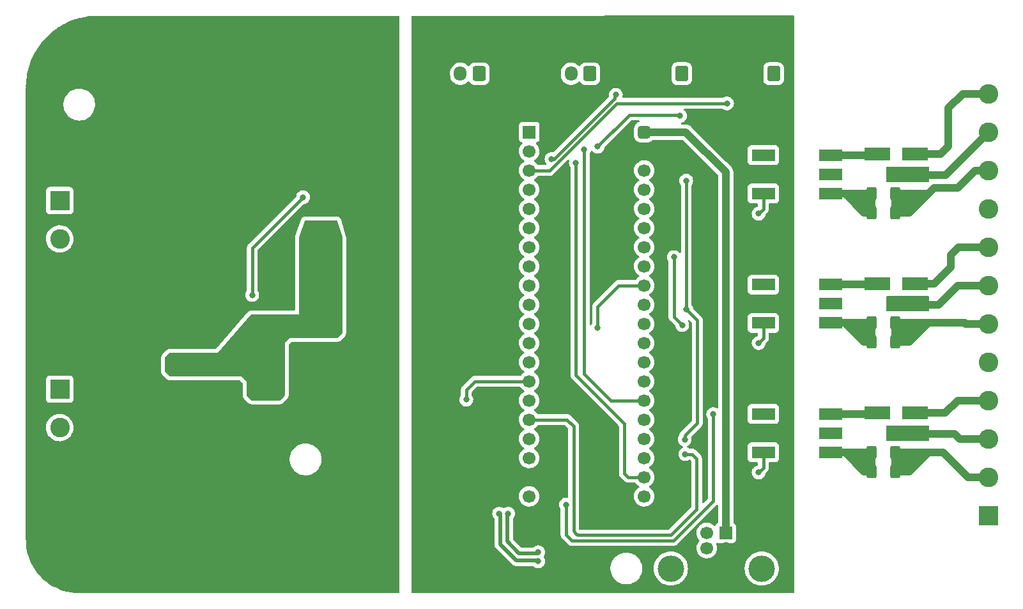
<source format=gbr>
%TF.GenerationSoftware,KiCad,Pcbnew,(6.0.10)*%
%TF.CreationDate,2023-02-08T12:55:30+07:00*%
%TF.ProjectId,3_phase_firing,335f7068-6173-4655-9f66-6972696e672e,rev?*%
%TF.SameCoordinates,Original*%
%TF.FileFunction,Copper,L2,Bot*%
%TF.FilePolarity,Positive*%
%FSLAX46Y46*%
G04 Gerber Fmt 4.6, Leading zero omitted, Abs format (unit mm)*
G04 Created by KiCad (PCBNEW (6.0.10)) date 2023-02-08 12:55:30*
%MOMM*%
%LPD*%
G01*
G04 APERTURE LIST*
G04 Aperture macros list*
%AMRoundRect*
0 Rectangle with rounded corners*
0 $1 Rounding radius*
0 $2 $3 $4 $5 $6 $7 $8 $9 X,Y pos of 4 corners*
0 Add a 4 corners polygon primitive as box body*
4,1,4,$2,$3,$4,$5,$6,$7,$8,$9,$2,$3,0*
0 Add four circle primitives for the rounded corners*
1,1,$1+$1,$2,$3*
1,1,$1+$1,$4,$5*
1,1,$1+$1,$6,$7*
1,1,$1+$1,$8,$9*
0 Add four rect primitives between the rounded corners*
20,1,$1+$1,$2,$3,$4,$5,0*
20,1,$1+$1,$4,$5,$6,$7,0*
20,1,$1+$1,$6,$7,$8,$9,0*
20,1,$1+$1,$8,$9,$2,$3,0*%
G04 Aperture macros list end*
%TA.AperFunction,ComponentPad*%
%ADD10R,1.700000X1.700000*%
%TD*%
%TA.AperFunction,ComponentPad*%
%ADD11C,1.700000*%
%TD*%
%TA.AperFunction,ComponentPad*%
%ADD12C,3.500000*%
%TD*%
%TA.AperFunction,ComponentPad*%
%ADD13R,2.600000X2.600000*%
%TD*%
%TA.AperFunction,ComponentPad*%
%ADD14C,2.600000*%
%TD*%
%TA.AperFunction,ComponentPad*%
%ADD15RoundRect,0.250000X0.600000X0.725000X-0.600000X0.725000X-0.600000X-0.725000X0.600000X-0.725000X0*%
%TD*%
%TA.AperFunction,ComponentPad*%
%ADD16O,1.700000X1.950000*%
%TD*%
%TA.AperFunction,ComponentPad*%
%ADD17RoundRect,0.425000X-0.425000X-0.425000X0.425000X-0.425000X0.425000X0.425000X-0.425000X0.425000X0*%
%TD*%
%TA.AperFunction,ComponentPad*%
%ADD18RoundRect,0.250000X0.600000X0.750000X-0.600000X0.750000X-0.600000X-0.750000X0.600000X-0.750000X0*%
%TD*%
%TA.AperFunction,ComponentPad*%
%ADD19O,1.700000X2.000000*%
%TD*%
%TA.AperFunction,SMDPad,CuDef*%
%ADD20R,3.100000X1.600000*%
%TD*%
%TA.AperFunction,SMDPad,CuDef*%
%ADD21RoundRect,0.250000X0.400000X0.625000X-0.400000X0.625000X-0.400000X-0.625000X0.400000X-0.625000X0*%
%TD*%
%TA.AperFunction,SMDPad,CuDef*%
%ADD22R,3.500000X1.800000*%
%TD*%
%TA.AperFunction,ViaPad*%
%ADD23C,0.800000*%
%TD*%
%TA.AperFunction,Conductor*%
%ADD24C,0.500000*%
%TD*%
%TA.AperFunction,Conductor*%
%ADD25C,0.400000*%
%TD*%
%TA.AperFunction,Conductor*%
%ADD26C,1.000000*%
%TD*%
G04 APERTURE END LIST*
D10*
%TO.P,J4,1,VBUS*%
%TO.N,+5V*%
X165735000Y-111532500D03*
D11*
%TO.P,J4,2,D-*%
%TO.N,USB-*%
X163235000Y-111532500D03*
%TO.P,J4,3,D+*%
%TO.N,USB+*%
X163235000Y-113532500D03*
%TO.P,J4,4,GND*%
%TO.N,GND*%
X165735000Y-113532500D03*
D12*
%TO.P,J4,5,Shield*%
%TO.N,unconnected-(J4-Pad5)*%
X170505000Y-116242500D03*
X158465000Y-116242500D03*
%TD*%
D13*
%TO.P,J3,1,Pin_1*%
%TO.N,C*%
X200580000Y-109237000D03*
D14*
%TO.P,J3,2,Pin_2*%
%TO.N,SCR_G2_C*%
X200580000Y-104157000D03*
%TO.P,J3,3,Pin_3*%
%TO.N,SCR_G1_C*%
X200580000Y-99077000D03*
%TO.P,J3,4,Pin_4*%
%TO.N,LOAD_C*%
X200580000Y-93997000D03*
%TO.P,J3,5,Pin_5*%
%TO.N,B*%
X200580000Y-88917000D03*
%TO.P,J3,6,Pin_6*%
%TO.N,SCR_G2_B*%
X200580000Y-83837000D03*
%TO.P,J3,7,Pin_7*%
%TO.N,SCR_G1_B*%
X200580000Y-78757000D03*
%TO.P,J3,8,Pin_8*%
%TO.N,LOAD_B*%
X200580000Y-73677000D03*
%TO.P,J3,9,Pin_9*%
%TO.N,A*%
X200580000Y-68597000D03*
%TO.P,J3,10,Pin_10*%
%TO.N,SCR_G2_A*%
X200580000Y-63517000D03*
%TO.P,J3,11,Pin_11*%
%TO.N,SCR_G1_A*%
X200580000Y-58437000D03*
%TO.P,J3,12,Pin_12*%
%TO.N,LOAD_A*%
X200580000Y-53357000D03*
%TD*%
D15*
%TO.P,J5,1,Pin_1*%
%TO.N,+3.3V*%
X147746666Y-50690000D03*
D16*
%TO.P,J5,2,Pin_2*%
%TO.N,ANGLE_CONTROL*%
X145246666Y-50690000D03*
%TO.P,J5,3,Pin_3*%
%TO.N,GND*%
X142746666Y-50690000D03*
%TD*%
D10*
%TO.P,U6,1,PB12*%
%TO.N,unconnected-(U6-Pad1)*%
X139700000Y-58420000D03*
D11*
%TO.P,U6,2,PB13*%
%TO.N,LED_INDICATOR_2*%
X139700000Y-60960000D03*
%TO.P,U6,3,PB14*%
%TO.N,TRIAC_MODE*%
X139700000Y-63500000D03*
%TO.P,U6,4,PB15*%
%TO.N,SCR_MODE*%
X139700000Y-66040000D03*
%TO.P,U6,5,PA8*%
%TO.N,unconnected-(U6-Pad5)*%
X139700000Y-68580000D03*
%TO.P,U6,6,PA9*%
%TO.N,unconnected-(U6-Pad6)*%
X139700000Y-71120000D03*
%TO.P,U6,7,PA10*%
%TO.N,MODE_SELECT*%
X139700000Y-73660000D03*
%TO.P,U6,8,PA11*%
%TO.N,USB+*%
X139700000Y-76200000D03*
%TO.P,U6,9,PA12*%
%TO.N,USB-*%
X139700000Y-78740000D03*
%TO.P,U6,10,PA15*%
%TO.N,unconnected-(U6-Pad10)*%
X139700000Y-81280000D03*
%TO.P,U6,11,PB3*%
%TO.N,unconnected-(U6-Pad11)*%
X139700000Y-83820000D03*
%TO.P,U6,12,PB4*%
%TO.N,unconnected-(U6-Pad12)*%
X139700000Y-86360000D03*
%TO.P,U6,13,PB5*%
%TO.N,unconnected-(U6-Pad13)*%
X139700000Y-88900000D03*
%TO.P,U6,14,PB6*%
%TO.N,ZCD_C*%
X139700000Y-91440000D03*
%TO.P,U6,15,PB7*%
%TO.N,GATE_C1*%
X139700000Y-93980000D03*
%TO.P,U6,16,PB8*%
%TO.N,GATE_C2*%
X139700000Y-96520000D03*
%TO.P,U6,17,PB9*%
%TO.N,unconnected-(U6-Pad17)*%
X139700000Y-99060000D03*
%TO.P,U6,18,5V*%
%TO.N,unconnected-(U6-Pad18)*%
X139700000Y-101600000D03*
%TO.P,U6,19,GND*%
%TO.N,GND*%
X139700000Y-104140000D03*
%TO.P,U6,20,3V3*%
%TO.N,+3.3V*%
X139700000Y-106680000D03*
%TO.P,U6,21,VBat*%
%TO.N,unconnected-(U6-Pad21)*%
X154940000Y-106680000D03*
%TO.P,U6,22,PC13*%
%TO.N,LED_INDICATOR_1*%
X154940000Y-104140000D03*
%TO.P,U6,23,PC14*%
%TO.N,unconnected-(U6-Pad23)*%
X154940000Y-101600000D03*
%TO.P,U6,24,PC15*%
%TO.N,unconnected-(U6-Pad24)*%
X154940000Y-99060000D03*
%TO.P,U6,25,RES*%
%TO.N,unconnected-(U6-Pad25)*%
X154940000Y-96520000D03*
%TO.P,U6,26,PA0*%
%TO.N,ANGLE_CONTROL*%
X154940000Y-93980000D03*
%TO.P,U6,27,PA1*%
%TO.N,unconnected-(U6-Pad27)*%
X154940000Y-91440000D03*
%TO.P,U6,28,PA2*%
%TO.N,unconnected-(U6-Pad28)*%
X154940000Y-88900000D03*
%TO.P,U6,29,PA3*%
%TO.N,unconnected-(U6-Pad29)*%
X154940000Y-86360000D03*
%TO.P,U6,30,PA4*%
%TO.N,unconnected-(U6-Pad30)*%
X154940000Y-83820000D03*
%TO.P,U6,31,PA5*%
%TO.N,ZCD_A*%
X154940000Y-81280000D03*
%TO.P,U6,32,PA6*%
%TO.N,ZCD_B*%
X154940000Y-78740000D03*
%TO.P,U6,33,PA7*%
%TO.N,GATE_B1*%
X154940000Y-76200000D03*
%TO.P,U6,34,PB0*%
%TO.N,GATE_B2*%
X154940000Y-73660000D03*
%TO.P,U6,35,PB1*%
%TO.N,unconnected-(U6-Pad35)*%
X154940000Y-71120000D03*
%TO.P,U6,36,PB2*%
%TO.N,unconnected-(U6-Pad36)*%
X154940000Y-68580000D03*
%TO.P,U6,37,PB10*%
%TO.N,GATE_A2*%
X154940000Y-66040000D03*
%TO.P,U6,38,3V3*%
%TO.N,+3.3V*%
X154940000Y-63500000D03*
%TO.P,U6,39,GND*%
%TO.N,GND*%
X154940000Y-60960000D03*
D17*
%TO.P,U6,40,5V*%
%TO.N,+5V*%
X154940000Y-58420000D03*
%TD*%
D18*
%TO.P,J8,1,Pin_1*%
%TO.N,SCR_MODE*%
X159913332Y-50690000D03*
D19*
%TO.P,J8,2,Pin_2*%
%TO.N,GND*%
X157413332Y-50690000D03*
%TD*%
D13*
%TO.P,J1,1,Pin_1*%
%TO.N,NEUT*%
X77500000Y-67500000D03*
D14*
%TO.P,J1,2,Pin_2*%
%TO.N,PHASE_A*%
X77500000Y-72580000D03*
%TD*%
D18*
%TO.P,J6,1,Pin_1*%
%TO.N,TRIAC_MODE*%
X172080000Y-50690000D03*
D19*
%TO.P,J6,2,Pin_2*%
%TO.N,GND*%
X169580000Y-50690000D03*
%TD*%
D15*
%TO.P,J7,1,Pin_1*%
%TO.N,+3.3V*%
X133080000Y-50690000D03*
D16*
%TO.P,J7,2,Pin_2*%
%TO.N,Net-(J7-Pad2)*%
X130580000Y-50690000D03*
%TO.P,J7,3,Pin_3*%
%TO.N,GND*%
X128080000Y-50690000D03*
%TD*%
D13*
%TO.P,J2,1,Pin_1*%
%TO.N,PHASE_B*%
X77500000Y-92500000D03*
D14*
%TO.P,J2,2,Pin_2*%
%TO.N,PHASE_C*%
X77500000Y-97580000D03*
%TD*%
D20*
%TO.P,U10,1*%
%TO.N,Net-(R25-Pad1)*%
X170735000Y-83710000D03*
%TO.P,U10,2*%
%TO.N,GND*%
X170735000Y-81170000D03*
%TO.P,U10,3,NC*%
%TO.N,unconnected-(U10-Pad3)*%
X170735000Y-78630000D03*
%TO.P,U10,4*%
%TO.N,Net-(D9-Pad1)*%
X179625000Y-78630000D03*
%TO.P,U10,5,NC*%
%TO.N,unconnected-(U10-Pad5)*%
X179625000Y-81170000D03*
%TO.P,U10,6*%
%TO.N,Net-(R34-Pad2)*%
X179625000Y-83710000D03*
%TD*%
D21*
%TO.P,R31,1*%
%TO.N,SCR_G2_A*%
X188160000Y-66565000D03*
%TO.P,R31,2*%
%TO.N,Net-(R30-Pad2)*%
X185060000Y-66565000D03*
%TD*%
D22*
%TO.P,D9,1,K*%
%TO.N,Net-(D9-Pad1)*%
X185801000Y-78503000D03*
%TO.P,D9,2,A*%
%TO.N,LOAD_B*%
X190801000Y-78503000D03*
%TD*%
D21*
%TO.P,R35,1*%
%TO.N,SCR_G2_B*%
X188160000Y-86250000D03*
%TO.P,R35,2*%
%TO.N,Net-(R34-Pad2)*%
X185060000Y-86250000D03*
%TD*%
D22*
%TO.P,D10,1,K*%
%TO.N,Net-(D10-Pad1)*%
X185801000Y-95648000D03*
%TO.P,D10,2,A*%
%TO.N,LOAD_C*%
X190801000Y-95648000D03*
%TD*%
D20*
%TO.P,U12,1*%
%TO.N,Net-(R27-Pad1)*%
X170735000Y-100855000D03*
%TO.P,U12,2*%
%TO.N,GND*%
X170735000Y-98315000D03*
%TO.P,U12,3,NC*%
%TO.N,unconnected-(U12-Pad3)*%
X170735000Y-95775000D03*
%TO.P,U12,4*%
%TO.N,Net-(D10-Pad1)*%
X179625000Y-95775000D03*
%TO.P,U12,5,NC*%
%TO.N,unconnected-(U12-Pad5)*%
X179625000Y-98315000D03*
%TO.P,U12,6*%
%TO.N,Net-(R38-Pad2)*%
X179625000Y-100855000D03*
%TD*%
D21*
%TO.P,R30,1*%
%TO.N,SCR_G2_A*%
X188160000Y-69105000D03*
%TO.P,R30,2*%
%TO.N,Net-(R30-Pad2)*%
X185060000Y-69105000D03*
%TD*%
%TO.P,R34,1*%
%TO.N,SCR_G2_B*%
X188160000Y-83710000D03*
%TO.P,R34,2*%
%TO.N,Net-(R34-Pad2)*%
X185060000Y-83710000D03*
%TD*%
%TO.P,R38,1*%
%TO.N,SCR_G2_C*%
X188160000Y-100855000D03*
%TO.P,R38,2*%
%TO.N,Net-(R38-Pad2)*%
X185060000Y-100855000D03*
%TD*%
D22*
%TO.P,D8,1,K*%
%TO.N,Net-(D8-Pad1)*%
X185801000Y-61358000D03*
%TO.P,D8,2,A*%
%TO.N,LOAD_A*%
X190801000Y-61358000D03*
%TD*%
D21*
%TO.P,R39,1*%
%TO.N,SCR_G2_C*%
X188160000Y-103395000D03*
%TO.P,R39,2*%
%TO.N,Net-(R38-Pad2)*%
X185060000Y-103395000D03*
%TD*%
D20*
%TO.P,U8,1*%
%TO.N,Net-(R23-Pad1)*%
X170735000Y-66565000D03*
%TO.P,U8,2*%
%TO.N,GND*%
X170735000Y-64025000D03*
%TO.P,U8,3,NC*%
%TO.N,unconnected-(U8-Pad3)*%
X170735000Y-61485000D03*
%TO.P,U8,4*%
%TO.N,Net-(D8-Pad1)*%
X179625000Y-61485000D03*
%TO.P,U8,5,NC*%
%TO.N,unconnected-(U8-Pad5)*%
X179625000Y-64025000D03*
%TO.P,U8,6*%
%TO.N,Net-(R30-Pad2)*%
X179625000Y-66565000D03*
%TD*%
D23*
%TO.N,USB+*%
X135718000Y-108983000D03*
%TO.N,USB-*%
X136918000Y-108983000D03*
X140890000Y-114098000D03*
%TO.N,USB+*%
X140890000Y-115298000D03*
%TO.N,GNDS*%
X108839000Y-91567000D03*
X90122000Y-51847000D03*
X94589600Y-82448400D03*
X99122000Y-45847000D03*
X111122000Y-48847000D03*
X90122000Y-54847000D03*
X87122000Y-54847000D03*
X96012000Y-104140000D03*
X98552000Y-95681800D03*
X102122000Y-45847000D03*
X90043000Y-85394800D03*
X90122000Y-48847000D03*
X99122000Y-48847000D03*
X96122000Y-45847000D03*
X102122000Y-51847000D03*
X87122000Y-51847000D03*
X96122000Y-48847000D03*
X107289600Y-81280000D03*
X108122000Y-48847000D03*
X105122000Y-48847000D03*
X92811600Y-85369400D03*
X87122000Y-45847000D03*
X87122000Y-48847000D03*
X90122000Y-45847000D03*
X105122000Y-51847000D03*
X108122000Y-45847000D03*
X108122000Y-51847000D03*
X102122000Y-48847000D03*
X93122000Y-51847000D03*
X105122000Y-45847000D03*
X99122000Y-51847000D03*
X96122000Y-51847000D03*
X93122000Y-48847000D03*
X111122000Y-45847000D03*
X87122000Y-57847000D03*
X114122000Y-45847000D03*
X93122000Y-45847000D03*
%TO.N,GATE_B2*%
X158880000Y-74985000D03*
X159980000Y-83985000D03*
%TO.N,GATE_C1*%
X144580000Y-107785000D03*
X164080000Y-95785000D03*
%TO.N,GATE_C2*%
X160380000Y-101085000D03*
%TO.N,TRIAC_MODE*%
X165909000Y-54627000D03*
%TO.N,Net-(R13-Pad1)*%
X109728000Y-67056000D03*
X102997000Y-80010000D03*
%TO.N,GND*%
X126920000Y-97299000D03*
X129968000Y-82567000D03*
X167814000Y-98315000D03*
X129714000Y-70121000D03*
X167814000Y-81170000D03*
X167814000Y-64025000D03*
%TO.N,VCC*%
X113538000Y-71120000D03*
X105003600Y-92964000D03*
X110744000Y-71120000D03*
X113284000Y-83058000D03*
X112141000Y-71120000D03*
X94615000Y-89408000D03*
%TO.N,ZCD_B*%
X148774500Y-84345000D03*
%TO.N,ZCD_C*%
X131365000Y-93870000D03*
%TO.N,ANGLE_CONTROL*%
X146986000Y-60723000D03*
%TO.N,SCR_MODE*%
X151177000Y-53484000D03*
X142666957Y-61991957D03*
%TO.N,LED_INDICATOR_1*%
X145886500Y-62501000D03*
%TO.N,SCR_G1_B*%
X189880000Y-81285000D03*
X191580000Y-81285000D03*
X187980000Y-81285000D03*
%TO.N,SCR_G1_C*%
X187980000Y-98385000D03*
X189880000Y-98385000D03*
X191680000Y-98385000D03*
%TO.N,SCR_G1_A*%
X191690000Y-64152000D03*
X189805000Y-64155000D03*
X188007000Y-64152000D03*
%TO.N,Net-(R23-Pad1)*%
X170100000Y-69232000D03*
%TO.N,Net-(R25-Pad1)*%
X170100000Y-86377000D03*
%TO.N,Net-(R27-Pad1)*%
X170100000Y-103522000D03*
%TO.N,MODE_SELECT*%
X160505000Y-64860000D03*
X148764000Y-60342000D03*
X160530000Y-81935000D03*
X159686000Y-56278000D03*
X160305000Y-99160000D03*
%TD*%
D24*
%TO.N,USB-*%
X136768001Y-109132999D02*
X136918000Y-108983000D01*
X136768001Y-112681004D02*
X136768001Y-109132999D01*
X138334997Y-114248000D02*
X136768001Y-112681004D01*
X140740001Y-114247999D02*
X138334997Y-114248000D01*
X140890000Y-114098000D02*
X140740001Y-114247999D01*
%TO.N,USB+*%
X135867999Y-109132999D02*
X135718000Y-108983000D01*
X135867999Y-113053798D02*
X135867999Y-109132999D01*
X140740001Y-115148001D02*
X137962201Y-115148000D01*
X140890000Y-115298000D02*
X140740001Y-115148001D01*
X137962201Y-115148000D02*
X135867999Y-113053798D01*
D25*
%TO.N,GATE_B2*%
X158880000Y-74985000D02*
X158880000Y-82885000D01*
X158880000Y-82885000D02*
X159980000Y-83985000D01*
%TO.N,GATE_C1*%
X144580000Y-111785000D02*
X145330000Y-112535000D01*
X144580000Y-107785000D02*
X144580000Y-111785000D01*
X158830000Y-112535000D02*
X164080000Y-107285000D01*
X145330000Y-112535000D02*
X158830000Y-112535000D01*
X164080000Y-107285000D02*
X164080000Y-95785000D01*
%TO.N,GATE_C2*%
X146130000Y-111835000D02*
X158480000Y-111835000D01*
X145580000Y-97385000D02*
X145580000Y-100785000D01*
X161880000Y-108435000D02*
X161880000Y-101685000D01*
X158480000Y-111835000D02*
X161880000Y-108435000D01*
X145880000Y-111585000D02*
X146130000Y-111835000D01*
X139700000Y-96520000D02*
X144715000Y-96520000D01*
X144715000Y-96520000D02*
X145580000Y-97385000D01*
X161880000Y-101685000D02*
X161280000Y-101085000D01*
X145580000Y-100785000D02*
X145580000Y-111285000D01*
X161280000Y-101085000D02*
X160380000Y-101085000D01*
X145580000Y-111285000D02*
X145880000Y-111585000D01*
%TO.N,TRIAC_MODE*%
X142431000Y-63500000D02*
X151304000Y-54627000D01*
X139700000Y-63500000D02*
X142431000Y-63500000D01*
X151304000Y-54627000D02*
X165909000Y-54627000D01*
%TO.N,Net-(R13-Pad1)*%
X102997000Y-73787000D02*
X109728000Y-67056000D01*
X102997000Y-80010000D02*
X102997000Y-73787000D01*
%TO.N,ZCD_B*%
X148774500Y-81540500D02*
X151575000Y-78740000D01*
X148774500Y-84345000D02*
X148774500Y-81540500D01*
X151575000Y-78740000D02*
X154940000Y-78740000D01*
%TO.N,ZCD_C*%
X132525000Y-91440000D02*
X139700000Y-91440000D01*
X131365000Y-92600000D02*
X132525000Y-91440000D01*
X131365000Y-93870000D02*
X131365000Y-92600000D01*
D26*
%TO.N,+5V*%
X165735000Y-63724000D02*
X160431000Y-58420000D01*
X165735000Y-111532500D02*
X165735000Y-63724000D01*
X160431000Y-58420000D02*
X154940000Y-58420000D01*
D25*
%TO.N,ANGLE_CONTROL*%
X146986000Y-60723000D02*
X146986000Y-90441000D01*
X152337000Y-93980000D02*
X154940000Y-93980000D01*
X152320000Y-93997000D02*
X152337000Y-93980000D01*
X146986000Y-90441000D02*
X150542000Y-93997000D01*
X150542000Y-93997000D02*
X152320000Y-93997000D01*
%TO.N,SCR_MODE*%
X151014050Y-53927000D02*
X151014050Y-53646950D01*
X142949093Y-61991957D02*
X151014050Y-53927000D01*
X151014050Y-53646950D02*
X151177000Y-53484000D01*
X142666957Y-61991957D02*
X142949093Y-61991957D01*
%TO.N,LED_INDICATOR_1*%
X152320000Y-103649000D02*
X152811000Y-104140000D01*
X152320000Y-97047792D02*
X152320000Y-103649000D01*
X145886500Y-62501000D02*
X145886500Y-90614292D01*
X152811000Y-104140000D02*
X154940000Y-104140000D01*
X145886500Y-90614292D02*
X152320000Y-97047792D01*
D26*
%TO.N,Net-(D8-Pad1)*%
X185674000Y-61485000D02*
X185801000Y-61358000D01*
X179625000Y-61485000D02*
X185674000Y-61485000D01*
%TO.N,LOAD_A*%
X194230000Y-61358000D02*
X195246000Y-60342000D01*
X197151000Y-53357000D02*
X200580000Y-53357000D01*
X195246000Y-55262000D02*
X197151000Y-53357000D01*
X190801000Y-61358000D02*
X194230000Y-61358000D01*
X195246000Y-60342000D02*
X195246000Y-55262000D01*
%TO.N,Net-(D9-Pad1)*%
X185674000Y-78630000D02*
X185801000Y-78503000D01*
X179625000Y-78630000D02*
X185674000Y-78630000D01*
%TO.N,LOAD_B*%
X195580000Y-76285000D02*
X195580000Y-74685000D01*
X193362000Y-78503000D02*
X195580000Y-76285000D01*
X196588000Y-73677000D02*
X200580000Y-73677000D01*
X190801000Y-78503000D02*
X193362000Y-78503000D01*
X195580000Y-74685000D02*
X196588000Y-73677000D01*
%TO.N,Net-(D10-Pad1)*%
X179625000Y-95775000D02*
X185674000Y-95775000D01*
X185674000Y-95775000D02*
X185801000Y-95648000D01*
%TO.N,LOAD_C*%
X194817000Y-95648000D02*
X196468000Y-93997000D01*
X196468000Y-93997000D02*
X200580000Y-93997000D01*
X190801000Y-95648000D02*
X194817000Y-95648000D01*
%TO.N,SCR_G1_B*%
X196508000Y-78757000D02*
X200580000Y-78757000D01*
X193980000Y-81285000D02*
X196508000Y-78757000D01*
X191580000Y-81285000D02*
X193980000Y-81285000D01*
%TO.N,SCR_G2_B*%
X190928000Y-84472000D02*
X191055000Y-84345000D01*
X190065000Y-85208000D02*
X190166000Y-85107000D01*
X197532000Y-83837000D02*
X200580000Y-83837000D01*
X188160000Y-83710000D02*
X191705000Y-83710000D01*
X191705000Y-83710000D02*
X192579000Y-83710000D01*
X188795000Y-85615000D02*
X189912000Y-85615000D01*
X188160000Y-86250000D02*
X188795000Y-85615000D01*
X188160000Y-83710000D02*
X188160000Y-85208000D01*
X188160000Y-85208000D02*
X188160000Y-86250000D01*
X188160000Y-83710000D02*
X188922000Y-84472000D01*
X188922000Y-84472000D02*
X190928000Y-84472000D01*
X197405000Y-83710000D02*
X197532000Y-83837000D01*
X190039000Y-86250000D02*
X192579000Y-83710000D01*
X188160000Y-85208000D02*
X190065000Y-85208000D01*
X191705000Y-83710000D02*
X197405000Y-83710000D01*
X188160000Y-86250000D02*
X190039000Y-86250000D01*
%TO.N,SCR_G1_C*%
X196080000Y-98385000D02*
X196772000Y-99077000D01*
X191680000Y-98385000D02*
X196080000Y-98385000D01*
X196772000Y-99077000D02*
X200580000Y-99077000D01*
%TO.N,SCR_G2_C*%
X188160000Y-103395000D02*
X188795000Y-102760000D01*
X190928000Y-101617000D02*
X191055000Y-101490000D01*
X188160000Y-103395000D02*
X190039000Y-103395000D01*
X188160000Y-100855000D02*
X188160000Y-102353000D01*
X190065000Y-102353000D02*
X190166000Y-102252000D01*
X197852000Y-104157000D02*
X200580000Y-104157000D01*
X188160000Y-102353000D02*
X190065000Y-102353000D01*
X194550000Y-100855000D02*
X197852000Y-104157000D01*
X189050000Y-100855000D02*
X194550000Y-100855000D01*
X189050000Y-100855000D02*
X192579000Y-100855000D01*
X190039000Y-103395000D02*
X192579000Y-100855000D01*
X188160000Y-100855000D02*
X189050000Y-100855000D01*
X188795000Y-102760000D02*
X189912000Y-102760000D01*
X188160000Y-100855000D02*
X188922000Y-101617000D01*
X188160000Y-102353000D02*
X188160000Y-103395000D01*
X188922000Y-101617000D02*
X190928000Y-101617000D01*
%TO.N,SCR_G1_A*%
X194865000Y-64152000D02*
X198548000Y-60469000D01*
X191690000Y-64152000D02*
X194865000Y-64152000D01*
X200580000Y-58437000D02*
X198548000Y-60469000D01*
%TO.N,SCR_G2_A*%
X190065000Y-68063000D02*
X190166000Y-67962000D01*
X193341000Y-65803000D02*
X196516000Y-65803000D01*
X188160000Y-66565000D02*
X188160000Y-68063000D01*
X192579000Y-66565000D02*
X193341000Y-65803000D01*
X188160000Y-68063000D02*
X190065000Y-68063000D01*
X188160000Y-69105000D02*
X188795000Y-68470000D01*
X188160000Y-66565000D02*
X192579000Y-66565000D01*
X196516000Y-65803000D02*
X198802000Y-63517000D01*
X190928000Y-67327000D02*
X191055000Y-67200000D01*
X188795000Y-68470000D02*
X189912000Y-68470000D01*
X188160000Y-66565000D02*
X188922000Y-67327000D01*
X190039000Y-69105000D02*
X192579000Y-66565000D01*
X188922000Y-67327000D02*
X190928000Y-67327000D01*
X188160000Y-69105000D02*
X190039000Y-69105000D01*
X188160000Y-68063000D02*
X188160000Y-69105000D01*
X198802000Y-63517000D02*
X200580000Y-63517000D01*
D25*
%TO.N,Net-(R23-Pad1)*%
X170735000Y-68597000D02*
X170735000Y-66565000D01*
X170100000Y-69232000D02*
X170735000Y-68597000D01*
%TO.N,Net-(R25-Pad1)*%
X170100000Y-86377000D02*
X170735000Y-85742000D01*
X170735000Y-85742000D02*
X170735000Y-83710000D01*
%TO.N,Net-(R27-Pad1)*%
X170735000Y-102887000D02*
X170735000Y-100855000D01*
X170100000Y-103522000D02*
X170735000Y-102887000D01*
D26*
%TO.N,Net-(R30-Pad2)*%
X181657000Y-66692000D02*
X181657000Y-66565000D01*
X185060000Y-69105000D02*
X185060000Y-68698000D01*
X185060000Y-66565000D02*
X184832000Y-66565000D01*
X181657000Y-66565000D02*
X182927000Y-66565000D01*
X184070000Y-69105000D02*
X181657000Y-66692000D01*
X185060000Y-69105000D02*
X184070000Y-69105000D01*
X185060000Y-69105000D02*
X185060000Y-66565000D01*
X183879500Y-67517500D02*
X182927000Y-66565000D01*
X185060000Y-68698000D02*
X183879500Y-67517500D01*
X179625000Y-66565000D02*
X181657000Y-66565000D01*
X182927000Y-66565000D02*
X185060000Y-66565000D01*
X184832000Y-66565000D02*
X183879500Y-67517500D01*
%TO.N,Net-(R34-Pad2)*%
X182927000Y-83710000D02*
X185060000Y-83710000D01*
X184832000Y-83710000D02*
X183879500Y-84662500D01*
X183879500Y-84662500D02*
X182927000Y-83710000D01*
X184070000Y-86250000D02*
X181657000Y-83837000D01*
X185060000Y-86250000D02*
X185060000Y-83710000D01*
X185060000Y-83710000D02*
X184832000Y-83710000D01*
X179625000Y-83710000D02*
X181657000Y-83710000D01*
X185060000Y-86250000D02*
X184070000Y-86250000D01*
X181657000Y-83710000D02*
X182927000Y-83710000D01*
X185060000Y-86250000D02*
X185060000Y-85843000D01*
X185060000Y-85843000D02*
X183879500Y-84662500D01*
%TO.N,Net-(R38-Pad2)*%
X181657000Y-100855000D02*
X182927000Y-100855000D01*
X185060000Y-102988000D02*
X183879500Y-101807500D01*
X179625000Y-100855000D02*
X181657000Y-100855000D01*
X182927000Y-100855000D02*
X185060000Y-100855000D01*
X185060000Y-100855000D02*
X184832000Y-100855000D01*
X185060000Y-103395000D02*
X184070000Y-103395000D01*
X184070000Y-103395000D02*
X181657000Y-100982000D01*
X185060000Y-103395000D02*
X185060000Y-102988000D01*
X185060000Y-103395000D02*
X185060000Y-100855000D01*
X184832000Y-100855000D02*
X183879500Y-101807500D01*
X183879500Y-101807500D02*
X182927000Y-100855000D01*
D25*
%TO.N,MODE_SELECT*%
X160505000Y-81910000D02*
X160530000Y-81935000D01*
X148764000Y-60342000D02*
X152955000Y-56151000D01*
X158670000Y-56151000D02*
X159559000Y-56151000D01*
X160305000Y-98635000D02*
X160305000Y-99160000D01*
X161955000Y-83360000D02*
X161980000Y-83360000D01*
X160505000Y-98435000D02*
X160305000Y-98635000D01*
X161980000Y-96960000D02*
X160505000Y-98435000D01*
X159559000Y-56151000D02*
X159686000Y-56278000D01*
X160505000Y-64860000D02*
X160505000Y-81910000D01*
X152955000Y-56151000D02*
X158670000Y-56151000D01*
X160530000Y-81935000D02*
X161955000Y-83360000D01*
X161980000Y-83360000D02*
X161980000Y-96960000D01*
%TD*%
%TA.AperFunction,Conductor*%
%TO.N,GND*%
G36*
X174772107Y-43016639D02*
G01*
X174818607Y-43070289D01*
X174830000Y-43122646D01*
X174830000Y-119353581D01*
X174809998Y-119421702D01*
X174756342Y-119468195D01*
X174704018Y-119479581D01*
X151875866Y-119482454D01*
X124206016Y-119485936D01*
X124137893Y-119465943D01*
X124091393Y-119412293D01*
X124080000Y-119359936D01*
X124080000Y-116375203D01*
X150464743Y-116375203D01*
X150502268Y-116660234D01*
X150578129Y-116937536D01*
X150579813Y-116941484D01*
X150651114Y-117108645D01*
X150690923Y-117201976D01*
X150838561Y-117448661D01*
X151018313Y-117673028D01*
X151226851Y-117870923D01*
X151460317Y-118038686D01*
X151464112Y-118040695D01*
X151464113Y-118040696D01*
X151485869Y-118052215D01*
X151714392Y-118173212D01*
X151984373Y-118272011D01*
X152265264Y-118333255D01*
X152293841Y-118335504D01*
X152488282Y-118350807D01*
X152488291Y-118350807D01*
X152490739Y-118351000D01*
X152646271Y-118351000D01*
X152648407Y-118350854D01*
X152648418Y-118350854D01*
X152856548Y-118336665D01*
X152856554Y-118336664D01*
X152860825Y-118336373D01*
X152865020Y-118335504D01*
X152865022Y-118335504D01*
X153001584Y-118307223D01*
X153142342Y-118278074D01*
X153413343Y-118182107D01*
X153668812Y-118050250D01*
X153672313Y-118047789D01*
X153672317Y-118047787D01*
X153786417Y-117967596D01*
X153904023Y-117884941D01*
X154114622Y-117689240D01*
X154296713Y-117466768D01*
X154446927Y-117221642D01*
X154562483Y-116958398D01*
X154641244Y-116681906D01*
X154681751Y-116397284D01*
X154681845Y-116379451D01*
X154682562Y-116242500D01*
X156201654Y-116242500D01*
X156201924Y-116246619D01*
X156212078Y-116401536D01*
X156221017Y-116537926D01*
X156221819Y-116541959D01*
X156221820Y-116541965D01*
X156277970Y-116824247D01*
X156278776Y-116828297D01*
X156280103Y-116832206D01*
X156280104Y-116832210D01*
X156321538Y-116954270D01*
X156373941Y-117108645D01*
X156504885Y-117374173D01*
X156669367Y-117620338D01*
X156672081Y-117623432D01*
X156672085Y-117623438D01*
X156732354Y-117692161D01*
X156864573Y-117842927D01*
X156867662Y-117845636D01*
X157084062Y-118035415D01*
X157084068Y-118035419D01*
X157087162Y-118038133D01*
X157090588Y-118040422D01*
X157090593Y-118040426D01*
X157101610Y-118047787D01*
X157333327Y-118202615D01*
X157337026Y-118204439D01*
X157337031Y-118204442D01*
X157471057Y-118270536D01*
X157598855Y-118333559D01*
X157602760Y-118334884D01*
X157602761Y-118334885D01*
X157875290Y-118427396D01*
X157875294Y-118427397D01*
X157879203Y-118428724D01*
X157883247Y-118429528D01*
X157883253Y-118429530D01*
X158165535Y-118485680D01*
X158165541Y-118485681D01*
X158169574Y-118486483D01*
X158173679Y-118486752D01*
X158173686Y-118486753D01*
X158460881Y-118505576D01*
X158465000Y-118505846D01*
X158469119Y-118505576D01*
X158756314Y-118486753D01*
X158756321Y-118486752D01*
X158760426Y-118486483D01*
X158764459Y-118485681D01*
X158764465Y-118485680D01*
X159046747Y-118429530D01*
X159046753Y-118429528D01*
X159050797Y-118428724D01*
X159054706Y-118427397D01*
X159054710Y-118427396D01*
X159327239Y-118334885D01*
X159327240Y-118334884D01*
X159331145Y-118333559D01*
X159458943Y-118270536D01*
X159592969Y-118204442D01*
X159592974Y-118204439D01*
X159596673Y-118202615D01*
X159828390Y-118047787D01*
X159839407Y-118040426D01*
X159839412Y-118040422D01*
X159842838Y-118038133D01*
X159845932Y-118035419D01*
X159845938Y-118035415D01*
X160062338Y-117845636D01*
X160065427Y-117842927D01*
X160197646Y-117692161D01*
X160257915Y-117623438D01*
X160257919Y-117623432D01*
X160260633Y-117620338D01*
X160425115Y-117374173D01*
X160556059Y-117108645D01*
X160608462Y-116954270D01*
X160649896Y-116832210D01*
X160649897Y-116832206D01*
X160651224Y-116828297D01*
X160652030Y-116824247D01*
X160708180Y-116541965D01*
X160708181Y-116541959D01*
X160708983Y-116537926D01*
X160717923Y-116401536D01*
X160728076Y-116246619D01*
X160728346Y-116242500D01*
X168241654Y-116242500D01*
X168241924Y-116246619D01*
X168252078Y-116401536D01*
X168261017Y-116537926D01*
X168261819Y-116541959D01*
X168261820Y-116541965D01*
X168317970Y-116824247D01*
X168318776Y-116828297D01*
X168320103Y-116832206D01*
X168320104Y-116832210D01*
X168361538Y-116954270D01*
X168413941Y-117108645D01*
X168544885Y-117374173D01*
X168709367Y-117620338D01*
X168712081Y-117623432D01*
X168712085Y-117623438D01*
X168772354Y-117692161D01*
X168904573Y-117842927D01*
X168907662Y-117845636D01*
X169124062Y-118035415D01*
X169124068Y-118035419D01*
X169127162Y-118038133D01*
X169130588Y-118040422D01*
X169130593Y-118040426D01*
X169141610Y-118047787D01*
X169373327Y-118202615D01*
X169377026Y-118204439D01*
X169377031Y-118204442D01*
X169511057Y-118270536D01*
X169638855Y-118333559D01*
X169642760Y-118334884D01*
X169642761Y-118334885D01*
X169915290Y-118427396D01*
X169915294Y-118427397D01*
X169919203Y-118428724D01*
X169923247Y-118429528D01*
X169923253Y-118429530D01*
X170205535Y-118485680D01*
X170205541Y-118485681D01*
X170209574Y-118486483D01*
X170213679Y-118486752D01*
X170213686Y-118486753D01*
X170500881Y-118505576D01*
X170505000Y-118505846D01*
X170509119Y-118505576D01*
X170796314Y-118486753D01*
X170796321Y-118486752D01*
X170800426Y-118486483D01*
X170804459Y-118485681D01*
X170804465Y-118485680D01*
X171086747Y-118429530D01*
X171086753Y-118429528D01*
X171090797Y-118428724D01*
X171094706Y-118427397D01*
X171094710Y-118427396D01*
X171367239Y-118334885D01*
X171367240Y-118334884D01*
X171371145Y-118333559D01*
X171498943Y-118270536D01*
X171632969Y-118204442D01*
X171632974Y-118204439D01*
X171636673Y-118202615D01*
X171868390Y-118047787D01*
X171879407Y-118040426D01*
X171879412Y-118040422D01*
X171882838Y-118038133D01*
X171885932Y-118035419D01*
X171885938Y-118035415D01*
X172102338Y-117845636D01*
X172105427Y-117842927D01*
X172237646Y-117692161D01*
X172297915Y-117623438D01*
X172297919Y-117623432D01*
X172300633Y-117620338D01*
X172465115Y-117374173D01*
X172596059Y-117108645D01*
X172648462Y-116954270D01*
X172689896Y-116832210D01*
X172689897Y-116832206D01*
X172691224Y-116828297D01*
X172692030Y-116824247D01*
X172748180Y-116541965D01*
X172748181Y-116541959D01*
X172748983Y-116537926D01*
X172757923Y-116401536D01*
X172768076Y-116246619D01*
X172768346Y-116242500D01*
X172758039Y-116085237D01*
X172749253Y-115951186D01*
X172749252Y-115951179D01*
X172748983Y-115947074D01*
X172744892Y-115926503D01*
X172692030Y-115660753D01*
X172692028Y-115660747D01*
X172691224Y-115656703D01*
X172655548Y-115551603D01*
X172597385Y-115380261D01*
X172597384Y-115380260D01*
X172596059Y-115376355D01*
X172465115Y-115110827D01*
X172346114Y-114932729D01*
X172302926Y-114868093D01*
X172302922Y-114868088D01*
X172300633Y-114864662D01*
X172297919Y-114861568D01*
X172297915Y-114861562D01*
X172108136Y-114645162D01*
X172105427Y-114642073D01*
X172060848Y-114602978D01*
X171885938Y-114449585D01*
X171885932Y-114449581D01*
X171882838Y-114446867D01*
X171879412Y-114444578D01*
X171879407Y-114444574D01*
X171654364Y-114294206D01*
X171636673Y-114282385D01*
X171632974Y-114280561D01*
X171632969Y-114280558D01*
X171495952Y-114212989D01*
X171371145Y-114151441D01*
X171320334Y-114134193D01*
X171094710Y-114057604D01*
X171094706Y-114057603D01*
X171090797Y-114056276D01*
X171086753Y-114055472D01*
X171086747Y-114055470D01*
X170804465Y-113999320D01*
X170804459Y-113999319D01*
X170800426Y-113998517D01*
X170796321Y-113998248D01*
X170796314Y-113998247D01*
X170509119Y-113979424D01*
X170505000Y-113979154D01*
X170500881Y-113979424D01*
X170213686Y-113998247D01*
X170213679Y-113998248D01*
X170209574Y-113998517D01*
X170205541Y-113999319D01*
X170205535Y-113999320D01*
X169923253Y-114055470D01*
X169923247Y-114055472D01*
X169919203Y-114056276D01*
X169915294Y-114057603D01*
X169915290Y-114057604D01*
X169689666Y-114134193D01*
X169638855Y-114151441D01*
X169514048Y-114212989D01*
X169377031Y-114280558D01*
X169377026Y-114280561D01*
X169373327Y-114282385D01*
X169355636Y-114294206D01*
X169130593Y-114444574D01*
X169130588Y-114444578D01*
X169127162Y-114446867D01*
X169124068Y-114449581D01*
X169124062Y-114449585D01*
X168949152Y-114602978D01*
X168904573Y-114642073D01*
X168901864Y-114645162D01*
X168712085Y-114861562D01*
X168712081Y-114861568D01*
X168709367Y-114864662D01*
X168707078Y-114868088D01*
X168707074Y-114868093D01*
X168663886Y-114932729D01*
X168544885Y-115110827D01*
X168413941Y-115376355D01*
X168412616Y-115380260D01*
X168412615Y-115380261D01*
X168354453Y-115551603D01*
X168318776Y-115656703D01*
X168317972Y-115660747D01*
X168317970Y-115660753D01*
X168265109Y-115926503D01*
X168261017Y-115947074D01*
X168260748Y-115951179D01*
X168260747Y-115951186D01*
X168251961Y-116085237D01*
X168241654Y-116242500D01*
X160728346Y-116242500D01*
X160718039Y-116085237D01*
X160709253Y-115951186D01*
X160709252Y-115951179D01*
X160708983Y-115947074D01*
X160704892Y-115926503D01*
X160652030Y-115660753D01*
X160652028Y-115660747D01*
X160651224Y-115656703D01*
X160615548Y-115551603D01*
X160557385Y-115380261D01*
X160557384Y-115380260D01*
X160556059Y-115376355D01*
X160425115Y-115110827D01*
X160306114Y-114932729D01*
X160262926Y-114868093D01*
X160262922Y-114868088D01*
X160260633Y-114864662D01*
X160257919Y-114861568D01*
X160257915Y-114861562D01*
X160068136Y-114645162D01*
X160065427Y-114642073D01*
X160020848Y-114602978D01*
X159845938Y-114449585D01*
X159845932Y-114449581D01*
X159842838Y-114446867D01*
X159839412Y-114444578D01*
X159839407Y-114444574D01*
X159614364Y-114294206D01*
X159596673Y-114282385D01*
X159592974Y-114280561D01*
X159592969Y-114280558D01*
X159455952Y-114212989D01*
X159331145Y-114151441D01*
X159280334Y-114134193D01*
X159054710Y-114057604D01*
X159054706Y-114057603D01*
X159050797Y-114056276D01*
X159046753Y-114055472D01*
X159046747Y-114055470D01*
X158764465Y-113999320D01*
X158764459Y-113999319D01*
X158760426Y-113998517D01*
X158756321Y-113998248D01*
X158756314Y-113998247D01*
X158469119Y-113979424D01*
X158465000Y-113979154D01*
X158460881Y-113979424D01*
X158173686Y-113998247D01*
X158173679Y-113998248D01*
X158169574Y-113998517D01*
X158165541Y-113999319D01*
X158165535Y-113999320D01*
X157883253Y-114055470D01*
X157883247Y-114055472D01*
X157879203Y-114056276D01*
X157875294Y-114057603D01*
X157875290Y-114057604D01*
X157649666Y-114134193D01*
X157598855Y-114151441D01*
X157474048Y-114212989D01*
X157337031Y-114280558D01*
X157337026Y-114280561D01*
X157333327Y-114282385D01*
X157315636Y-114294206D01*
X157090593Y-114444574D01*
X157090588Y-114444578D01*
X157087162Y-114446867D01*
X157084068Y-114449581D01*
X157084062Y-114449585D01*
X156909152Y-114602978D01*
X156864573Y-114642073D01*
X156861864Y-114645162D01*
X156672085Y-114861562D01*
X156672081Y-114861568D01*
X156669367Y-114864662D01*
X156667078Y-114868088D01*
X156667074Y-114868093D01*
X156623886Y-114932729D01*
X156504885Y-115110827D01*
X156373941Y-115376355D01*
X156372616Y-115380260D01*
X156372615Y-115380261D01*
X156314453Y-115551603D01*
X156278776Y-115656703D01*
X156277972Y-115660747D01*
X156277970Y-115660753D01*
X156225109Y-115926503D01*
X156221017Y-115947074D01*
X156220748Y-115951179D01*
X156220747Y-115951186D01*
X156211961Y-116085237D01*
X156201654Y-116242500D01*
X154682562Y-116242500D01*
X154683235Y-116114083D01*
X154683235Y-116114076D01*
X154683257Y-116109797D01*
X154645732Y-115824766D01*
X154569871Y-115547464D01*
X154541677Y-115481365D01*
X154458763Y-115286976D01*
X154458761Y-115286972D01*
X154457077Y-115283024D01*
X154309439Y-115036339D01*
X154129687Y-114811972D01*
X153943184Y-114634987D01*
X153924258Y-114617027D01*
X153924255Y-114617025D01*
X153921149Y-114614077D01*
X153687683Y-114446314D01*
X153665843Y-114434750D01*
X153622482Y-114411792D01*
X153433608Y-114311788D01*
X153222619Y-114234577D01*
X153167658Y-114214464D01*
X153167656Y-114214463D01*
X153163627Y-114212989D01*
X152882736Y-114151745D01*
X152851685Y-114149301D01*
X152659718Y-114134193D01*
X152659709Y-114134193D01*
X152657261Y-114134000D01*
X152501729Y-114134000D01*
X152499593Y-114134146D01*
X152499582Y-114134146D01*
X152291452Y-114148335D01*
X152291446Y-114148336D01*
X152287175Y-114148627D01*
X152282980Y-114149496D01*
X152282978Y-114149496D01*
X152146416Y-114177777D01*
X152005658Y-114206926D01*
X151734657Y-114302893D01*
X151479188Y-114434750D01*
X151475687Y-114437211D01*
X151475683Y-114437213D01*
X151429664Y-114469556D01*
X151243977Y-114600059D01*
X151194725Y-114645827D01*
X151130345Y-114705653D01*
X151033378Y-114795760D01*
X150851287Y-115018232D01*
X150701073Y-115263358D01*
X150585517Y-115526602D01*
X150506756Y-115803094D01*
X150466249Y-116087716D01*
X150466227Y-116092005D01*
X150466226Y-116092012D01*
X150464765Y-116370917D01*
X150464743Y-116375203D01*
X124080000Y-116375203D01*
X124080000Y-108983000D01*
X134804496Y-108983000D01*
X134824458Y-109172928D01*
X134883473Y-109354556D01*
X134978960Y-109519944D01*
X134983378Y-109524851D01*
X134983379Y-109524852D01*
X135077135Y-109628979D01*
X135107853Y-109692986D01*
X135109499Y-109713289D01*
X135109499Y-112986728D01*
X135108066Y-113005678D01*
X135104800Y-113027147D01*
X135105393Y-113034439D01*
X135105393Y-113034442D01*
X135109084Y-113079816D01*
X135109499Y-113090031D01*
X135109499Y-113098091D01*
X135110484Y-113106541D01*
X135112788Y-113126305D01*
X135113221Y-113130680D01*
X135118027Y-113189759D01*
X135119139Y-113203435D01*
X135121395Y-113210399D01*
X135122586Y-113216358D01*
X135123970Y-113222213D01*
X135124817Y-113229479D01*
X135149734Y-113298125D01*
X135151151Y-113302253D01*
X135173648Y-113371697D01*
X135177444Y-113377952D01*
X135179950Y-113383426D01*
X135182669Y-113388856D01*
X135185166Y-113395735D01*
X135189179Y-113401855D01*
X135189179Y-113401856D01*
X135225185Y-113456774D01*
X135227522Y-113460478D01*
X135265404Y-113522905D01*
X135269120Y-113527113D01*
X135269121Y-113527114D01*
X135272802Y-113531282D01*
X135272775Y-113531306D01*
X135275428Y-113534298D01*
X135278131Y-113537531D01*
X135282143Y-113543650D01*
X135287455Y-113548682D01*
X135338382Y-113596926D01*
X135340824Y-113599304D01*
X137378431Y-115636911D01*
X137390817Y-115651323D01*
X137399350Y-115662918D01*
X137399355Y-115662923D01*
X137403693Y-115668818D01*
X137409271Y-115673557D01*
X137409274Y-115673560D01*
X137443969Y-115703035D01*
X137451485Y-115709965D01*
X137457180Y-115715660D01*
X137460062Y-115717940D01*
X137479452Y-115733281D01*
X137482856Y-115736072D01*
X137532904Y-115778591D01*
X137538486Y-115783333D01*
X137545002Y-115786661D01*
X137550051Y-115790028D01*
X137555180Y-115793195D01*
X137560917Y-115797734D01*
X137627076Y-115828655D01*
X137630970Y-115830558D01*
X137696009Y-115863769D01*
X137703118Y-115865508D01*
X137708752Y-115867604D01*
X137714522Y-115869523D01*
X137721151Y-115872622D01*
X137728314Y-115874112D01*
X137728317Y-115874113D01*
X137779031Y-115884661D01*
X137792636Y-115887491D01*
X137796902Y-115888457D01*
X137867811Y-115905808D01*
X137873413Y-115906156D01*
X137873416Y-115906156D01*
X137878965Y-115906500D01*
X137878963Y-115906535D01*
X137882935Y-115906775D01*
X137887156Y-115907152D01*
X137894316Y-115908641D01*
X137971741Y-115906546D01*
X137975149Y-115906500D01*
X138039683Y-115906500D01*
X140159291Y-115906501D01*
X140227412Y-115926503D01*
X140252927Y-115948191D01*
X140274327Y-115971959D01*
X140274336Y-115971967D01*
X140278747Y-115976866D01*
X140433248Y-116089118D01*
X140439276Y-116091802D01*
X140439278Y-116091803D01*
X140601681Y-116164109D01*
X140607712Y-116166794D01*
X140701112Y-116186647D01*
X140788056Y-116205128D01*
X140788061Y-116205128D01*
X140794513Y-116206500D01*
X140985487Y-116206500D01*
X140991939Y-116205128D01*
X140991944Y-116205128D01*
X141078888Y-116186647D01*
X141172288Y-116166794D01*
X141178319Y-116164109D01*
X141340722Y-116091803D01*
X141340724Y-116091802D01*
X141346752Y-116089118D01*
X141501253Y-115976866D01*
X141564611Y-115906500D01*
X141624621Y-115839852D01*
X141624622Y-115839851D01*
X141629040Y-115834944D01*
X141724527Y-115669556D01*
X141783542Y-115487928D01*
X141803504Y-115298000D01*
X141801542Y-115279337D01*
X141784232Y-115114635D01*
X141784232Y-115114633D01*
X141783542Y-115108072D01*
X141724527Y-114926444D01*
X141705942Y-114894253D01*
X141629040Y-114761056D01*
X141631777Y-114759476D01*
X141612351Y-114705653D01*
X141628178Y-114636443D01*
X141629114Y-114634987D01*
X141629040Y-114634944D01*
X141721223Y-114475279D01*
X141721224Y-114475278D01*
X141724527Y-114469556D01*
X141783542Y-114287928D01*
X141789150Y-114234577D01*
X141802814Y-114104565D01*
X141803504Y-114098000D01*
X141796289Y-114029357D01*
X141784232Y-113914635D01*
X141784232Y-113914633D01*
X141783542Y-113908072D01*
X141724527Y-113726444D01*
X141629040Y-113561056D01*
X141617899Y-113548682D01*
X141505675Y-113424045D01*
X141505671Y-113424041D01*
X141501253Y-113419134D01*
X141346752Y-113306882D01*
X141340724Y-113304198D01*
X141340722Y-113304197D01*
X141178319Y-113231891D01*
X141178318Y-113231891D01*
X141172288Y-113229206D01*
X141051046Y-113203435D01*
X140991944Y-113190872D01*
X140991939Y-113190872D01*
X140985487Y-113189500D01*
X140794513Y-113189500D01*
X140788061Y-113190872D01*
X140788056Y-113190872D01*
X140728954Y-113203435D01*
X140607712Y-113229206D01*
X140601682Y-113231891D01*
X140601681Y-113231891D01*
X140439278Y-113304197D01*
X140439276Y-113304198D01*
X140433248Y-113306882D01*
X140427907Y-113310762D01*
X140427906Y-113310763D01*
X140327895Y-113383426D01*
X140278747Y-113419134D01*
X140274336Y-113424033D01*
X140274327Y-113424041D01*
X140252927Y-113447809D01*
X140192481Y-113485049D01*
X140159291Y-113489499D01*
X139404016Y-113489500D01*
X138701368Y-113489500D01*
X138633247Y-113469498D01*
X138612273Y-113452595D01*
X137563406Y-112403728D01*
X137529380Y-112341416D01*
X137526501Y-112314633D01*
X137526501Y-109713289D01*
X137546503Y-109645168D01*
X137558865Y-109628979D01*
X137652621Y-109524852D01*
X137652622Y-109524851D01*
X137657040Y-109519944D01*
X137752527Y-109354556D01*
X137811542Y-109172928D01*
X137831504Y-108983000D01*
X137811542Y-108793072D01*
X137752527Y-108611444D01*
X137657040Y-108446056D01*
X137552258Y-108329683D01*
X137533675Y-108309045D01*
X137533674Y-108309044D01*
X137529253Y-108304134D01*
X137374752Y-108191882D01*
X137368724Y-108189198D01*
X137368722Y-108189197D01*
X137206319Y-108116891D01*
X137206318Y-108116891D01*
X137200288Y-108114206D01*
X137106888Y-108094353D01*
X137019944Y-108075872D01*
X137019939Y-108075872D01*
X137013487Y-108074500D01*
X136822513Y-108074500D01*
X136816061Y-108075872D01*
X136816056Y-108075872D01*
X136729113Y-108094353D01*
X136635712Y-108114206D01*
X136629682Y-108116891D01*
X136629681Y-108116891D01*
X136467278Y-108189197D01*
X136467276Y-108189198D01*
X136461248Y-108191882D01*
X136455907Y-108195762D01*
X136455906Y-108195763D01*
X136392061Y-108242149D01*
X136325193Y-108266008D01*
X136256041Y-108249927D01*
X136243939Y-108242149D01*
X136180094Y-108195763D01*
X136180093Y-108195762D01*
X136174752Y-108191882D01*
X136168724Y-108189198D01*
X136168722Y-108189197D01*
X136006319Y-108116891D01*
X136006318Y-108116891D01*
X136000288Y-108114206D01*
X135906888Y-108094353D01*
X135819944Y-108075872D01*
X135819939Y-108075872D01*
X135813487Y-108074500D01*
X135622513Y-108074500D01*
X135616061Y-108075872D01*
X135616056Y-108075872D01*
X135529113Y-108094353D01*
X135435712Y-108114206D01*
X135429682Y-108116891D01*
X135429681Y-108116891D01*
X135267278Y-108189197D01*
X135267276Y-108189198D01*
X135261248Y-108191882D01*
X135106747Y-108304134D01*
X135102326Y-108309044D01*
X135102325Y-108309045D01*
X135083743Y-108329683D01*
X134978960Y-108446056D01*
X134883473Y-108611444D01*
X134824458Y-108793072D01*
X134804496Y-108983000D01*
X124080000Y-108983000D01*
X124080000Y-106646695D01*
X138337251Y-106646695D01*
X138337548Y-106651848D01*
X138337548Y-106651851D01*
X138343011Y-106746590D01*
X138350110Y-106869715D01*
X138351247Y-106874761D01*
X138351248Y-106874767D01*
X138365801Y-106939340D01*
X138399222Y-107087639D01*
X138483266Y-107294616D01*
X138599987Y-107485088D01*
X138746250Y-107653938D01*
X138918126Y-107796632D01*
X139111000Y-107909338D01*
X139319692Y-107989030D01*
X139324760Y-107990061D01*
X139324763Y-107990062D01*
X139432017Y-108011883D01*
X139538597Y-108033567D01*
X139543772Y-108033757D01*
X139543774Y-108033757D01*
X139756673Y-108041564D01*
X139756677Y-108041564D01*
X139761837Y-108041753D01*
X139766957Y-108041097D01*
X139766959Y-108041097D01*
X139978288Y-108014025D01*
X139978289Y-108014025D01*
X139983416Y-108013368D01*
X139988366Y-108011883D01*
X140192429Y-107950661D01*
X140192434Y-107950659D01*
X140197384Y-107949174D01*
X140397994Y-107850896D01*
X140579860Y-107721173D01*
X140738096Y-107563489D01*
X140797594Y-107480689D01*
X140865435Y-107386277D01*
X140868453Y-107382077D01*
X140967430Y-107181811D01*
X141023348Y-106997763D01*
X141030865Y-106973023D01*
X141030865Y-106973021D01*
X141032370Y-106968069D01*
X141061529Y-106746590D01*
X141063156Y-106680000D01*
X141044852Y-106457361D01*
X140990431Y-106240702D01*
X140901354Y-106035840D01*
X140780014Y-105848277D01*
X140629670Y-105683051D01*
X140625619Y-105679852D01*
X140625615Y-105679848D01*
X140458414Y-105547800D01*
X140458410Y-105547798D01*
X140454359Y-105544598D01*
X140258789Y-105436638D01*
X140253920Y-105434914D01*
X140253916Y-105434912D01*
X140053087Y-105363795D01*
X140053083Y-105363794D01*
X140048212Y-105362069D01*
X140043119Y-105361162D01*
X140043116Y-105361161D01*
X139833373Y-105323800D01*
X139833367Y-105323799D01*
X139828284Y-105322894D01*
X139754452Y-105321992D01*
X139610081Y-105320228D01*
X139610079Y-105320228D01*
X139604911Y-105320165D01*
X139384091Y-105353955D01*
X139171756Y-105423357D01*
X138973607Y-105526507D01*
X138969474Y-105529610D01*
X138969471Y-105529612D01*
X138945247Y-105547800D01*
X138794965Y-105660635D01*
X138640629Y-105822138D01*
X138514743Y-106006680D01*
X138420688Y-106209305D01*
X138360989Y-106424570D01*
X138337251Y-106646695D01*
X124080000Y-106646695D01*
X124080000Y-93870000D01*
X130451496Y-93870000D01*
X130471458Y-94059928D01*
X130530473Y-94241556D01*
X130533776Y-94247278D01*
X130533777Y-94247279D01*
X130567686Y-94306010D01*
X130625960Y-94406944D01*
X130630378Y-94411851D01*
X130630379Y-94411852D01*
X130688164Y-94476029D01*
X130753747Y-94548866D01*
X130908248Y-94661118D01*
X130914276Y-94663802D01*
X130914278Y-94663803D01*
X131076681Y-94736109D01*
X131082712Y-94738794D01*
X131176112Y-94758647D01*
X131263056Y-94777128D01*
X131263061Y-94777128D01*
X131269513Y-94778500D01*
X131460487Y-94778500D01*
X131466939Y-94777128D01*
X131466944Y-94777128D01*
X131553887Y-94758647D01*
X131647288Y-94738794D01*
X131653319Y-94736109D01*
X131815722Y-94663803D01*
X131815724Y-94663802D01*
X131821752Y-94661118D01*
X131976253Y-94548866D01*
X132041836Y-94476029D01*
X132099621Y-94411852D01*
X132099622Y-94411851D01*
X132104040Y-94406944D01*
X132162314Y-94306010D01*
X132196223Y-94247279D01*
X132196224Y-94247278D01*
X132199527Y-94241556D01*
X132258542Y-94059928D01*
X132278504Y-93870000D01*
X132258542Y-93680072D01*
X132199527Y-93498444D01*
X132104040Y-93333056D01*
X132099621Y-93328148D01*
X132097564Y-93325317D01*
X132073705Y-93258449D01*
X132073500Y-93251256D01*
X132073500Y-92945660D01*
X132093502Y-92877539D01*
X132110405Y-92856565D01*
X132781565Y-92185405D01*
X132843877Y-92151379D01*
X132870660Y-92148500D01*
X138470234Y-92148500D01*
X138538355Y-92168502D01*
X138577667Y-92208665D01*
X138599987Y-92245088D01*
X138746250Y-92413938D01*
X138918126Y-92556632D01*
X138928625Y-92562767D01*
X138991445Y-92599476D01*
X139040169Y-92651114D01*
X139053240Y-92720897D01*
X139026509Y-92786669D01*
X138986055Y-92820027D01*
X138973607Y-92826507D01*
X138969474Y-92829610D01*
X138969471Y-92829612D01*
X138799100Y-92957530D01*
X138794965Y-92960635D01*
X138640629Y-93122138D01*
X138514743Y-93306680D01*
X138420688Y-93509305D01*
X138360989Y-93724570D01*
X138337251Y-93946695D01*
X138337548Y-93951848D01*
X138337548Y-93951851D01*
X138343011Y-94046590D01*
X138350110Y-94169715D01*
X138351247Y-94174761D01*
X138351248Y-94174767D01*
X138364884Y-94235271D01*
X138399222Y-94387639D01*
X138483266Y-94594616D01*
X138493759Y-94611739D01*
X138597291Y-94780688D01*
X138599987Y-94785088D01*
X138746250Y-94953938D01*
X138918126Y-95096632D01*
X138927742Y-95102251D01*
X138991445Y-95139476D01*
X139040169Y-95191114D01*
X139053240Y-95260897D01*
X139026509Y-95326669D01*
X138986055Y-95360027D01*
X138973607Y-95366507D01*
X138969474Y-95369610D01*
X138969471Y-95369612D01*
X138799100Y-95497530D01*
X138794965Y-95500635D01*
X138640629Y-95662138D01*
X138514743Y-95846680D01*
X138494166Y-95891010D01*
X138425249Y-96039480D01*
X138420688Y-96049305D01*
X138360989Y-96264570D01*
X138337251Y-96486695D01*
X138337548Y-96491848D01*
X138337548Y-96491851D01*
X138343011Y-96586590D01*
X138350110Y-96709715D01*
X138351247Y-96714761D01*
X138351248Y-96714767D01*
X138351782Y-96717136D01*
X138399222Y-96927639D01*
X138483266Y-97134616D01*
X138485965Y-97139020D01*
X138582935Y-97297261D01*
X138599987Y-97325088D01*
X138746250Y-97493938D01*
X138918126Y-97636632D01*
X138926568Y-97641565D01*
X138991445Y-97679476D01*
X139040169Y-97731114D01*
X139053240Y-97800897D01*
X139026509Y-97866669D01*
X138986055Y-97900027D01*
X138973607Y-97906507D01*
X138969474Y-97909610D01*
X138969471Y-97909612D01*
X138945247Y-97927800D01*
X138794965Y-98040635D01*
X138640629Y-98202138D01*
X138637715Y-98206410D01*
X138637714Y-98206411D01*
X138625404Y-98224457D01*
X138514743Y-98386680D01*
X138420688Y-98589305D01*
X138360989Y-98804570D01*
X138337251Y-99026695D01*
X138337548Y-99031848D01*
X138337548Y-99031851D01*
X138343011Y-99126590D01*
X138350110Y-99249715D01*
X138351247Y-99254761D01*
X138351248Y-99254767D01*
X138371119Y-99342939D01*
X138399222Y-99467639D01*
X138483266Y-99674616D01*
X138493445Y-99691226D01*
X138586298Y-99842749D01*
X138599987Y-99865088D01*
X138746250Y-100033938D01*
X138918126Y-100176632D01*
X138968904Y-100206304D01*
X138991445Y-100219476D01*
X139040169Y-100271114D01*
X139053240Y-100340897D01*
X139026509Y-100406669D01*
X138986055Y-100440027D01*
X138973607Y-100446507D01*
X138969474Y-100449610D01*
X138969471Y-100449612D01*
X138829620Y-100554615D01*
X138794965Y-100580635D01*
X138791393Y-100584373D01*
X138662044Y-100719729D01*
X138640629Y-100742138D01*
X138514743Y-100926680D01*
X138499003Y-100960590D01*
X138441254Y-101085000D01*
X138420688Y-101129305D01*
X138360989Y-101344570D01*
X138337251Y-101566695D01*
X138337548Y-101571848D01*
X138337548Y-101571851D01*
X138343011Y-101666590D01*
X138350110Y-101789715D01*
X138351247Y-101794761D01*
X138351248Y-101794767D01*
X138356421Y-101817720D01*
X138399222Y-102007639D01*
X138483266Y-102214616D01*
X138599987Y-102405088D01*
X138746250Y-102573938D01*
X138918126Y-102716632D01*
X139111000Y-102829338D01*
X139115825Y-102831180D01*
X139115826Y-102831181D01*
X139188612Y-102858975D01*
X139319692Y-102909030D01*
X139324760Y-102910061D01*
X139324763Y-102910062D01*
X139429466Y-102931364D01*
X139538597Y-102953567D01*
X139543772Y-102953757D01*
X139543774Y-102953757D01*
X139756673Y-102961564D01*
X139756677Y-102961564D01*
X139761837Y-102961753D01*
X139766957Y-102961097D01*
X139766959Y-102961097D01*
X139978288Y-102934025D01*
X139978289Y-102934025D01*
X139983416Y-102933368D01*
X140013868Y-102924232D01*
X140192429Y-102870661D01*
X140192434Y-102870659D01*
X140197384Y-102869174D01*
X140397994Y-102770896D01*
X140579860Y-102641173D01*
X140738096Y-102483489D01*
X140797594Y-102400689D01*
X140865435Y-102306277D01*
X140868453Y-102302077D01*
X140931315Y-102174886D01*
X140965136Y-102106453D01*
X140965137Y-102106451D01*
X140967430Y-102101811D01*
X141032370Y-101888069D01*
X141061529Y-101666590D01*
X141063156Y-101600000D01*
X141044852Y-101377361D01*
X140990431Y-101160702D01*
X140901354Y-100955840D01*
X140780014Y-100768277D01*
X140629670Y-100603051D01*
X140625619Y-100599852D01*
X140625615Y-100599848D01*
X140458414Y-100467800D01*
X140458410Y-100467798D01*
X140454359Y-100464598D01*
X140413053Y-100441796D01*
X140363084Y-100391364D01*
X140348312Y-100321921D01*
X140373428Y-100255516D01*
X140400780Y-100228909D01*
X140444603Y-100197650D01*
X140579860Y-100101173D01*
X140612648Y-100068500D01*
X140734435Y-99947137D01*
X140738096Y-99943489D01*
X140797594Y-99860689D01*
X140865435Y-99766277D01*
X140868453Y-99762077D01*
X140899668Y-99698919D01*
X140965136Y-99566453D01*
X140965137Y-99566451D01*
X140967430Y-99561811D01*
X141032370Y-99348069D01*
X141061529Y-99126590D01*
X141063156Y-99060000D01*
X141044852Y-98837361D01*
X140990431Y-98620702D01*
X140901354Y-98415840D01*
X140780014Y-98228277D01*
X140629670Y-98063051D01*
X140625619Y-98059852D01*
X140625615Y-98059848D01*
X140458414Y-97927800D01*
X140458410Y-97927798D01*
X140454359Y-97924598D01*
X140413053Y-97901796D01*
X140363084Y-97851364D01*
X140348312Y-97781921D01*
X140373428Y-97715516D01*
X140400780Y-97688909D01*
X140467154Y-97641565D01*
X140579860Y-97561173D01*
X140738096Y-97403489D01*
X140782811Y-97341262D01*
X140826132Y-97280974D01*
X140882127Y-97237326D01*
X140928455Y-97228500D01*
X144369340Y-97228500D01*
X144437461Y-97248502D01*
X144458435Y-97265405D01*
X144834595Y-97641565D01*
X144868621Y-97703877D01*
X144871500Y-97730660D01*
X144871500Y-106762566D01*
X144851498Y-106830687D01*
X144797842Y-106877180D01*
X144727568Y-106887284D01*
X144719304Y-106885813D01*
X144681946Y-106877873D01*
X144681947Y-106877873D01*
X144675487Y-106876500D01*
X144484513Y-106876500D01*
X144478061Y-106877872D01*
X144478056Y-106877872D01*
X144391112Y-106896353D01*
X144297712Y-106916206D01*
X144291682Y-106918891D01*
X144291681Y-106918891D01*
X144129278Y-106991197D01*
X144129276Y-106991198D01*
X144123248Y-106993882D01*
X143968747Y-107106134D01*
X143964326Y-107111044D01*
X143964325Y-107111045D01*
X143896428Y-107186453D01*
X143840960Y-107248056D01*
X143745473Y-107413444D01*
X143686458Y-107595072D01*
X143685768Y-107601633D01*
X143685768Y-107601635D01*
X143680271Y-107653938D01*
X143666496Y-107785000D01*
X143667186Y-107791565D01*
X143683512Y-107946895D01*
X143686458Y-107974928D01*
X143745473Y-108156556D01*
X143748776Y-108162278D01*
X143748777Y-108162279D01*
X143830677Y-108304134D01*
X143840960Y-108321944D01*
X143845379Y-108326852D01*
X143847436Y-108329683D01*
X143871295Y-108396551D01*
X143871500Y-108403744D01*
X143871500Y-111756088D01*
X143871208Y-111764658D01*
X143867275Y-111822352D01*
X143868580Y-111829829D01*
X143868580Y-111829830D01*
X143878261Y-111885299D01*
X143879223Y-111891821D01*
X143886898Y-111955242D01*
X143889581Y-111962343D01*
X143890222Y-111964952D01*
X143894685Y-111981262D01*
X143895450Y-111983798D01*
X143896757Y-111991284D01*
X143899811Y-111998241D01*
X143922442Y-112049795D01*
X143924933Y-112055899D01*
X143947513Y-112115656D01*
X143951817Y-112121919D01*
X143953054Y-112124285D01*
X143961299Y-112139097D01*
X143962632Y-112141351D01*
X143965685Y-112148305D01*
X143970307Y-112154328D01*
X144004579Y-112198991D01*
X144008459Y-112204332D01*
X144040339Y-112250720D01*
X144040344Y-112250725D01*
X144044643Y-112256981D01*
X144050313Y-112262032D01*
X144050314Y-112262034D01*
X144091161Y-112298427D01*
X144096438Y-112303408D01*
X144808565Y-113015536D01*
X144814418Y-113021801D01*
X144825446Y-113034442D01*
X144852439Y-113065385D01*
X144904729Y-113102136D01*
X144909971Y-113106028D01*
X144960282Y-113145476D01*
X144967201Y-113148600D01*
X144969493Y-113149988D01*
X144984165Y-113158357D01*
X144986525Y-113159622D01*
X144992739Y-113163990D01*
X144999818Y-113166750D01*
X144999820Y-113166751D01*
X145052275Y-113187202D01*
X145058344Y-113189753D01*
X145116573Y-113216045D01*
X145124046Y-113217430D01*
X145126612Y-113218234D01*
X145142835Y-113222855D01*
X145145427Y-113223520D01*
X145152509Y-113226282D01*
X145160044Y-113227274D01*
X145215861Y-113234622D01*
X145222377Y-113235654D01*
X145260770Y-113242770D01*
X145285186Y-113247295D01*
X145292766Y-113246858D01*
X145292767Y-113246858D01*
X145347380Y-113243709D01*
X145354633Y-113243500D01*
X158801088Y-113243500D01*
X158809658Y-113243792D01*
X158859776Y-113247209D01*
X158859780Y-113247209D01*
X158867352Y-113247725D01*
X158874829Y-113246420D01*
X158874830Y-113246420D01*
X158901308Y-113241799D01*
X158930303Y-113236738D01*
X158936821Y-113235777D01*
X159000242Y-113228102D01*
X159007343Y-113225419D01*
X159009952Y-113224778D01*
X159026262Y-113220315D01*
X159028798Y-113219550D01*
X159036284Y-113218243D01*
X159094800Y-113192556D01*
X159100904Y-113190065D01*
X159102400Y-113189500D01*
X159160656Y-113167487D01*
X159166919Y-113163183D01*
X159169285Y-113161946D01*
X159184097Y-113153701D01*
X159186351Y-113152368D01*
X159193305Y-113149315D01*
X159244002Y-113110413D01*
X159249332Y-113106541D01*
X159295720Y-113074661D01*
X159295725Y-113074656D01*
X159301981Y-113070357D01*
X159343436Y-113023829D01*
X159348416Y-113018554D01*
X164511405Y-107855566D01*
X164573717Y-107821540D01*
X164644532Y-107826605D01*
X164701368Y-107869152D01*
X164726179Y-107935672D01*
X164726500Y-107944661D01*
X164726500Y-110111491D01*
X164706498Y-110179612D01*
X164652842Y-110226105D01*
X164647306Y-110228403D01*
X164646704Y-110228732D01*
X164638295Y-110231885D01*
X164521739Y-110319239D01*
X164434385Y-110435795D01*
X164431233Y-110444203D01*
X164431232Y-110444205D01*
X164401591Y-110523273D01*
X164358950Y-110580038D01*
X164292388Y-110604738D01*
X164223040Y-110589531D01*
X164190416Y-110563844D01*
X164168152Y-110539376D01*
X164168142Y-110539367D01*
X164164670Y-110535551D01*
X164160619Y-110532352D01*
X164160615Y-110532348D01*
X163993414Y-110400300D01*
X163993410Y-110400298D01*
X163989359Y-110397098D01*
X163793789Y-110289138D01*
X163788920Y-110287414D01*
X163788916Y-110287412D01*
X163588087Y-110216295D01*
X163588083Y-110216294D01*
X163583212Y-110214569D01*
X163578119Y-110213662D01*
X163578116Y-110213661D01*
X163368373Y-110176300D01*
X163368367Y-110176299D01*
X163363284Y-110175394D01*
X163289452Y-110174492D01*
X163145081Y-110172728D01*
X163145079Y-110172728D01*
X163139911Y-110172665D01*
X162919091Y-110206455D01*
X162706756Y-110275857D01*
X162508607Y-110379007D01*
X162504474Y-110382110D01*
X162504471Y-110382112D01*
X162421771Y-110444205D01*
X162329965Y-110513135D01*
X162175629Y-110674638D01*
X162049743Y-110859180D01*
X161955688Y-111061805D01*
X161895989Y-111277070D01*
X161872251Y-111499195D01*
X161885110Y-111722215D01*
X161886247Y-111727261D01*
X161886248Y-111727267D01*
X161894675Y-111764658D01*
X161934222Y-111940139D01*
X161979975Y-112052816D01*
X162005492Y-112115656D01*
X162018266Y-112147116D01*
X162053328Y-112204332D01*
X162114042Y-112303408D01*
X162134987Y-112337588D01*
X162215587Y-112430634D01*
X162232388Y-112450030D01*
X162261871Y-112514616D01*
X162251757Y-112584888D01*
X162228245Y-112619579D01*
X162175629Y-112674638D01*
X162172715Y-112678910D01*
X162172714Y-112678911D01*
X162087556Y-112803749D01*
X162049743Y-112859180D01*
X162002716Y-112960492D01*
X161971776Y-113027147D01*
X161955688Y-113061805D01*
X161895989Y-113277070D01*
X161872251Y-113499195D01*
X161872548Y-113504348D01*
X161872548Y-113504351D01*
X161877886Y-113596926D01*
X161885110Y-113722215D01*
X161886247Y-113727261D01*
X161886248Y-113727267D01*
X161887479Y-113732729D01*
X161934222Y-113940139D01*
X161972461Y-114034311D01*
X162013019Y-114134193D01*
X162018266Y-114147116D01*
X162055794Y-114208356D01*
X162114931Y-114304859D01*
X162134987Y-114337588D01*
X162281250Y-114506438D01*
X162453126Y-114649132D01*
X162646000Y-114761838D01*
X162854692Y-114841530D01*
X162859760Y-114842561D01*
X162859763Y-114842562D01*
X162953152Y-114861562D01*
X163073597Y-114886067D01*
X163078772Y-114886257D01*
X163078774Y-114886257D01*
X163291673Y-114894064D01*
X163291677Y-114894064D01*
X163296837Y-114894253D01*
X163301957Y-114893597D01*
X163301959Y-114893597D01*
X163513288Y-114866525D01*
X163513289Y-114866525D01*
X163518416Y-114865868D01*
X163532769Y-114861562D01*
X163727429Y-114803161D01*
X163727434Y-114803159D01*
X163732384Y-114801674D01*
X163932994Y-114703396D01*
X164114860Y-114573673D01*
X164273096Y-114415989D01*
X164332594Y-114333189D01*
X164400435Y-114238777D01*
X164403453Y-114234577D01*
X164413394Y-114214464D01*
X164500136Y-114038953D01*
X164500137Y-114038951D01*
X164502430Y-114034311D01*
X164567370Y-113820569D01*
X164596529Y-113599090D01*
X164598156Y-113532500D01*
X164579852Y-113309861D01*
X164525431Y-113093202D01*
X164486846Y-113004463D01*
X164478025Y-112934016D01*
X164508692Y-112869984D01*
X164569108Y-112832696D01*
X164646624Y-112836238D01*
X164767282Y-112881471D01*
X164767288Y-112881473D01*
X164774684Y-112884245D01*
X164836866Y-112891000D01*
X166633134Y-112891000D01*
X166695316Y-112884245D01*
X166831705Y-112833115D01*
X166948261Y-112745761D01*
X167035615Y-112629205D01*
X167086745Y-112492816D01*
X167093500Y-112430634D01*
X167093500Y-110634366D01*
X167086745Y-110572184D01*
X167035615Y-110435795D01*
X166948261Y-110319239D01*
X166831705Y-110231885D01*
X166823296Y-110228733D01*
X166815425Y-110224423D01*
X166816336Y-110222759D01*
X166768510Y-110186837D01*
X166743807Y-110120276D01*
X166743500Y-110111491D01*
X166743500Y-101703134D01*
X168676500Y-101703134D01*
X168683255Y-101765316D01*
X168734385Y-101901705D01*
X168821739Y-102018261D01*
X168938295Y-102105615D01*
X169074684Y-102156745D01*
X169136866Y-102163500D01*
X169900500Y-102163500D01*
X169968621Y-102183502D01*
X170015114Y-102237158D01*
X170026500Y-102289500D01*
X170026500Y-102506793D01*
X170006498Y-102574914D01*
X169952842Y-102621407D01*
X169926697Y-102630039D01*
X169824178Y-102651831D01*
X169824173Y-102651833D01*
X169817712Y-102653206D01*
X169811682Y-102655891D01*
X169811681Y-102655891D01*
X169649278Y-102728197D01*
X169649276Y-102728198D01*
X169643248Y-102730882D01*
X169488747Y-102843134D01*
X169484326Y-102848044D01*
X169484325Y-102848045D01*
X169463962Y-102870661D01*
X169360960Y-102985056D01*
X169347829Y-103007800D01*
X169271591Y-103139848D01*
X169265473Y-103150444D01*
X169206458Y-103332072D01*
X169186496Y-103522000D01*
X169187186Y-103528565D01*
X169202974Y-103678776D01*
X169206458Y-103711928D01*
X169265473Y-103893556D01*
X169268776Y-103899278D01*
X169268777Y-103899279D01*
X169302686Y-103958010D01*
X169360960Y-104058944D01*
X169365378Y-104063851D01*
X169365379Y-104063852D01*
X169484325Y-104195955D01*
X169488747Y-104200866D01*
X169643248Y-104313118D01*
X169649276Y-104315802D01*
X169649278Y-104315803D01*
X169811681Y-104388109D01*
X169817712Y-104390794D01*
X169911113Y-104410647D01*
X169998056Y-104429128D01*
X169998061Y-104429128D01*
X170004513Y-104430500D01*
X170195487Y-104430500D01*
X170201939Y-104429128D01*
X170201944Y-104429128D01*
X170288887Y-104410647D01*
X170382288Y-104390794D01*
X170388319Y-104388109D01*
X170550722Y-104315803D01*
X170550724Y-104315802D01*
X170556752Y-104313118D01*
X170711253Y-104200866D01*
X170715675Y-104195955D01*
X170834621Y-104063852D01*
X170834622Y-104063851D01*
X170839040Y-104058944D01*
X170897314Y-103958010D01*
X170931223Y-103899279D01*
X170931224Y-103899278D01*
X170934527Y-103893556D01*
X170993542Y-103711928D01*
X170998450Y-103665230D01*
X171025463Y-103599573D01*
X171034665Y-103589305D01*
X171215520Y-103408450D01*
X171221785Y-103402596D01*
X171233433Y-103392435D01*
X171265385Y-103364561D01*
X171302114Y-103312300D01*
X171306046Y-103307005D01*
X171340791Y-103262694D01*
X171345477Y-103256718D01*
X171348602Y-103249796D01*
X171349964Y-103247548D01*
X171358368Y-103232815D01*
X171359622Y-103230476D01*
X171363990Y-103224261D01*
X171366749Y-103217185D01*
X171366751Y-103217181D01*
X171387202Y-103164726D01*
X171389758Y-103158646D01*
X171396799Y-103143051D01*
X171416045Y-103100426D01*
X171417429Y-103092955D01*
X171418230Y-103090401D01*
X171422867Y-103074122D01*
X171423523Y-103071567D01*
X171426282Y-103064491D01*
X171434621Y-103001149D01*
X171435653Y-102994633D01*
X171445912Y-102939280D01*
X171447296Y-102931813D01*
X171443709Y-102869602D01*
X171443500Y-102862349D01*
X171443500Y-102289500D01*
X171463502Y-102221379D01*
X171517158Y-102174886D01*
X171569500Y-102163500D01*
X172333134Y-102163500D01*
X172395316Y-102156745D01*
X172531705Y-102105615D01*
X172648261Y-102018261D01*
X172735615Y-101901705D01*
X172786745Y-101765316D01*
X172793500Y-101703134D01*
X172793500Y-100006866D01*
X172786745Y-99944684D01*
X172735615Y-99808295D01*
X172648261Y-99691739D01*
X172531705Y-99604385D01*
X172395316Y-99553255D01*
X172333134Y-99546500D01*
X169136866Y-99546500D01*
X169074684Y-99553255D01*
X168938295Y-99604385D01*
X168821739Y-99691739D01*
X168734385Y-99808295D01*
X168683255Y-99944684D01*
X168676500Y-100006866D01*
X168676500Y-101703134D01*
X166743500Y-101703134D01*
X166743500Y-96623134D01*
X168676500Y-96623134D01*
X168683255Y-96685316D01*
X168734385Y-96821705D01*
X168821739Y-96938261D01*
X168938295Y-97025615D01*
X169074684Y-97076745D01*
X169136866Y-97083500D01*
X172333134Y-97083500D01*
X172395316Y-97076745D01*
X172531705Y-97025615D01*
X172648261Y-96938261D01*
X172735615Y-96821705D01*
X172786745Y-96685316D01*
X172793500Y-96623134D01*
X172793500Y-94926866D01*
X172786745Y-94864684D01*
X172735615Y-94728295D01*
X172648261Y-94611739D01*
X172531705Y-94524385D01*
X172395316Y-94473255D01*
X172333134Y-94466500D01*
X169136866Y-94466500D01*
X169074684Y-94473255D01*
X168938295Y-94524385D01*
X168821739Y-94611739D01*
X168734385Y-94728295D01*
X168683255Y-94864684D01*
X168676500Y-94926866D01*
X168676500Y-96623134D01*
X166743500Y-96623134D01*
X166743500Y-84558134D01*
X168676500Y-84558134D01*
X168683255Y-84620316D01*
X168734385Y-84756705D01*
X168821739Y-84873261D01*
X168938295Y-84960615D01*
X169074684Y-85011745D01*
X169136866Y-85018500D01*
X169900500Y-85018500D01*
X169968621Y-85038502D01*
X170015114Y-85092158D01*
X170026500Y-85144500D01*
X170026500Y-85361793D01*
X170006498Y-85429914D01*
X169952842Y-85476407D01*
X169926697Y-85485039D01*
X169824178Y-85506831D01*
X169824173Y-85506833D01*
X169817712Y-85508206D01*
X169811682Y-85510891D01*
X169811681Y-85510891D01*
X169649278Y-85583197D01*
X169649276Y-85583198D01*
X169643248Y-85585882D01*
X169488747Y-85698134D01*
X169484326Y-85703044D01*
X169484325Y-85703045D01*
X169468528Y-85720590D01*
X169360960Y-85840056D01*
X169265473Y-86005444D01*
X169206458Y-86187072D01*
X169186496Y-86377000D01*
X169187186Y-86383565D01*
X169204106Y-86544547D01*
X169206458Y-86566928D01*
X169265473Y-86748556D01*
X169268776Y-86754278D01*
X169268777Y-86754279D01*
X169279254Y-86772425D01*
X169360960Y-86913944D01*
X169365378Y-86918851D01*
X169365379Y-86918852D01*
X169484325Y-87050955D01*
X169488747Y-87055866D01*
X169643248Y-87168118D01*
X169649276Y-87170802D01*
X169649278Y-87170803D01*
X169803108Y-87239292D01*
X169817712Y-87245794D01*
X169911113Y-87265647D01*
X169998056Y-87284128D01*
X169998061Y-87284128D01*
X170004513Y-87285500D01*
X170195487Y-87285500D01*
X170201939Y-87284128D01*
X170201944Y-87284128D01*
X170288887Y-87265647D01*
X170382288Y-87245794D01*
X170396892Y-87239292D01*
X170550722Y-87170803D01*
X170550724Y-87170802D01*
X170556752Y-87168118D01*
X170711253Y-87055866D01*
X170715675Y-87050955D01*
X170834621Y-86918852D01*
X170834622Y-86918851D01*
X170839040Y-86913944D01*
X170920746Y-86772425D01*
X170931223Y-86754279D01*
X170931224Y-86754278D01*
X170934527Y-86748556D01*
X170965568Y-86653023D01*
X170991502Y-86573207D01*
X170991502Y-86573205D01*
X170993542Y-86566928D01*
X170998450Y-86520230D01*
X171025463Y-86454573D01*
X171034665Y-86444305D01*
X171215520Y-86263450D01*
X171221785Y-86257596D01*
X171259660Y-86224555D01*
X171265385Y-86219561D01*
X171302114Y-86167300D01*
X171306046Y-86162005D01*
X171340791Y-86117694D01*
X171345477Y-86111718D01*
X171348602Y-86104796D01*
X171349964Y-86102548D01*
X171358368Y-86087815D01*
X171359622Y-86085476D01*
X171363990Y-86079261D01*
X171366749Y-86072185D01*
X171366751Y-86072181D01*
X171387202Y-86019726D01*
X171389758Y-86013646D01*
X171412918Y-85962351D01*
X171416045Y-85955426D01*
X171417429Y-85947955D01*
X171418230Y-85945401D01*
X171422867Y-85929122D01*
X171423523Y-85926567D01*
X171426282Y-85919491D01*
X171434621Y-85856149D01*
X171435653Y-85849633D01*
X171445912Y-85794280D01*
X171447296Y-85786813D01*
X171443709Y-85724602D01*
X171443500Y-85717349D01*
X171443500Y-85144500D01*
X171463502Y-85076379D01*
X171517158Y-85029886D01*
X171569500Y-85018500D01*
X172333134Y-85018500D01*
X172395316Y-85011745D01*
X172531705Y-84960615D01*
X172648261Y-84873261D01*
X172735615Y-84756705D01*
X172786745Y-84620316D01*
X172793500Y-84558134D01*
X172793500Y-82861866D01*
X172786745Y-82799684D01*
X172735615Y-82663295D01*
X172648261Y-82546739D01*
X172531705Y-82459385D01*
X172395316Y-82408255D01*
X172333134Y-82401500D01*
X169136866Y-82401500D01*
X169074684Y-82408255D01*
X168938295Y-82459385D01*
X168821739Y-82546739D01*
X168734385Y-82663295D01*
X168683255Y-82799684D01*
X168676500Y-82861866D01*
X168676500Y-84558134D01*
X166743500Y-84558134D01*
X166743500Y-79478134D01*
X168676500Y-79478134D01*
X168683255Y-79540316D01*
X168734385Y-79676705D01*
X168821739Y-79793261D01*
X168938295Y-79880615D01*
X169074684Y-79931745D01*
X169136866Y-79938500D01*
X172333134Y-79938500D01*
X172395316Y-79931745D01*
X172531705Y-79880615D01*
X172648261Y-79793261D01*
X172735615Y-79676705D01*
X172786745Y-79540316D01*
X172793500Y-79478134D01*
X172793500Y-77781866D01*
X172786745Y-77719684D01*
X172735615Y-77583295D01*
X172648261Y-77466739D01*
X172531705Y-77379385D01*
X172395316Y-77328255D01*
X172333134Y-77321500D01*
X169136866Y-77321500D01*
X169074684Y-77328255D01*
X168938295Y-77379385D01*
X168821739Y-77466739D01*
X168734385Y-77583295D01*
X168683255Y-77719684D01*
X168676500Y-77781866D01*
X168676500Y-79478134D01*
X166743500Y-79478134D01*
X166743500Y-67413134D01*
X168676500Y-67413134D01*
X168683255Y-67475316D01*
X168734385Y-67611705D01*
X168821739Y-67728261D01*
X168938295Y-67815615D01*
X169074684Y-67866745D01*
X169136866Y-67873500D01*
X169900500Y-67873500D01*
X169968621Y-67893502D01*
X170015114Y-67947158D01*
X170026500Y-67999500D01*
X170026500Y-68216793D01*
X170006498Y-68284914D01*
X169952842Y-68331407D01*
X169926697Y-68340039D01*
X169824178Y-68361831D01*
X169824173Y-68361833D01*
X169817712Y-68363206D01*
X169811682Y-68365891D01*
X169811681Y-68365891D01*
X169649278Y-68438197D01*
X169649276Y-68438198D01*
X169643248Y-68440882D01*
X169488747Y-68553134D01*
X169360960Y-68695056D01*
X169265473Y-68860444D01*
X169206458Y-69042072D01*
X169186496Y-69232000D01*
X169187186Y-69238565D01*
X169202124Y-69380689D01*
X169206458Y-69421928D01*
X169265473Y-69603556D01*
X169360960Y-69768944D01*
X169488747Y-69910866D01*
X169643248Y-70023118D01*
X169649276Y-70025802D01*
X169649278Y-70025803D01*
X169810381Y-70097530D01*
X169817712Y-70100794D01*
X169907354Y-70119848D01*
X169998056Y-70139128D01*
X169998061Y-70139128D01*
X170004513Y-70140500D01*
X170195487Y-70140500D01*
X170201939Y-70139128D01*
X170201944Y-70139128D01*
X170292646Y-70119848D01*
X170382288Y-70100794D01*
X170389619Y-70097530D01*
X170550722Y-70025803D01*
X170550724Y-70025802D01*
X170556752Y-70023118D01*
X170711253Y-69910866D01*
X170839040Y-69768944D01*
X170934527Y-69603556D01*
X170993542Y-69421928D01*
X170998450Y-69375230D01*
X171025463Y-69309573D01*
X171034665Y-69299305D01*
X171215520Y-69118450D01*
X171221785Y-69112596D01*
X171259660Y-69079555D01*
X171265385Y-69074561D01*
X171302114Y-69022300D01*
X171306046Y-69017005D01*
X171340791Y-68972694D01*
X171345477Y-68966718D01*
X171348602Y-68959796D01*
X171349964Y-68957548D01*
X171358368Y-68942815D01*
X171359622Y-68940476D01*
X171363990Y-68934261D01*
X171366749Y-68927185D01*
X171366751Y-68927181D01*
X171387202Y-68874726D01*
X171389758Y-68868646D01*
X171412918Y-68817351D01*
X171416045Y-68810426D01*
X171417429Y-68802955D01*
X171418230Y-68800401D01*
X171422867Y-68784122D01*
X171423523Y-68781567D01*
X171426282Y-68774491D01*
X171434621Y-68711149D01*
X171435653Y-68704633D01*
X171445912Y-68649280D01*
X171447296Y-68641813D01*
X171443709Y-68579602D01*
X171443500Y-68572349D01*
X171443500Y-67999500D01*
X171463502Y-67931379D01*
X171517158Y-67884886D01*
X171569500Y-67873500D01*
X172333134Y-67873500D01*
X172395316Y-67866745D01*
X172531705Y-67815615D01*
X172648261Y-67728261D01*
X172735615Y-67611705D01*
X172786745Y-67475316D01*
X172793500Y-67413134D01*
X172793500Y-65716866D01*
X172786745Y-65654684D01*
X172735615Y-65518295D01*
X172648261Y-65401739D01*
X172531705Y-65314385D01*
X172395316Y-65263255D01*
X172333134Y-65256500D01*
X169136866Y-65256500D01*
X169074684Y-65263255D01*
X168938295Y-65314385D01*
X168821739Y-65401739D01*
X168734385Y-65518295D01*
X168683255Y-65654684D01*
X168676500Y-65716866D01*
X168676500Y-67413134D01*
X166743500Y-67413134D01*
X166743500Y-63785850D01*
X166744237Y-63772242D01*
X166747659Y-63740739D01*
X166748325Y-63734612D01*
X166743945Y-63684547D01*
X166743621Y-63679788D01*
X166743500Y-63677310D01*
X166743500Y-63674231D01*
X166743201Y-63671177D01*
X166743200Y-63671166D01*
X166739313Y-63631529D01*
X166739191Y-63630215D01*
X166736083Y-63594688D01*
X166731087Y-63537587D01*
X166729600Y-63532468D01*
X166729080Y-63527167D01*
X166702209Y-63438166D01*
X166701874Y-63437033D01*
X166677630Y-63353586D01*
X166677628Y-63353582D01*
X166675909Y-63347664D01*
X166673456Y-63342932D01*
X166671916Y-63337831D01*
X166669022Y-63332388D01*
X166628269Y-63255740D01*
X166627657Y-63254574D01*
X166587729Y-63177547D01*
X166584892Y-63172074D01*
X166581569Y-63167911D01*
X166579066Y-63163204D01*
X166520261Y-63091102D01*
X166519433Y-63090075D01*
X166490469Y-63053792D01*
X166490464Y-63053787D01*
X166488262Y-63051028D01*
X166485761Y-63048527D01*
X166485119Y-63047809D01*
X166481406Y-63043461D01*
X166466031Y-63024610D01*
X166454065Y-63009938D01*
X166449323Y-63006015D01*
X166449321Y-63006013D01*
X166418727Y-62980703D01*
X166409947Y-62972713D01*
X165770368Y-62333134D01*
X168676500Y-62333134D01*
X168683255Y-62395316D01*
X168734385Y-62531705D01*
X168821739Y-62648261D01*
X168938295Y-62735615D01*
X169074684Y-62786745D01*
X169136866Y-62793500D01*
X172333134Y-62793500D01*
X172395316Y-62786745D01*
X172531705Y-62735615D01*
X172648261Y-62648261D01*
X172735615Y-62531705D01*
X172786745Y-62395316D01*
X172793500Y-62333134D01*
X172793500Y-60636866D01*
X172786745Y-60574684D01*
X172735615Y-60438295D01*
X172648261Y-60321739D01*
X172531705Y-60234385D01*
X172395316Y-60183255D01*
X172333134Y-60176500D01*
X169136866Y-60176500D01*
X169074684Y-60183255D01*
X168938295Y-60234385D01*
X168821739Y-60321739D01*
X168734385Y-60438295D01*
X168683255Y-60574684D01*
X168676500Y-60636866D01*
X168676500Y-62333134D01*
X165770368Y-62333134D01*
X161187855Y-57750621D01*
X161178753Y-57740478D01*
X161158897Y-57715782D01*
X161155032Y-57710975D01*
X161116578Y-57678708D01*
X161112931Y-57675528D01*
X161111119Y-57673885D01*
X161108925Y-57671691D01*
X161075651Y-57644358D01*
X161074853Y-57643696D01*
X161003526Y-57583846D01*
X160998856Y-57581278D01*
X160994739Y-57577897D01*
X160912914Y-57534023D01*
X160911755Y-57533394D01*
X160835619Y-57491538D01*
X160835611Y-57491535D01*
X160830213Y-57488567D01*
X160825131Y-57486955D01*
X160820437Y-57484438D01*
X160731469Y-57457238D01*
X160730441Y-57456918D01*
X160641694Y-57428765D01*
X160636398Y-57428171D01*
X160631302Y-57426613D01*
X160538743Y-57417210D01*
X160537607Y-57417089D01*
X160503992Y-57413319D01*
X160491270Y-57411892D01*
X160491266Y-57411892D01*
X160487773Y-57411500D01*
X160484246Y-57411500D01*
X160483261Y-57411445D01*
X160477581Y-57410998D01*
X160448175Y-57408011D01*
X160440663Y-57407248D01*
X160440661Y-57407248D01*
X160434538Y-57406626D01*
X160392259Y-57410623D01*
X160388891Y-57410941D01*
X160377033Y-57411500D01*
X159921757Y-57411500D01*
X159853636Y-57391498D01*
X159807143Y-57337842D01*
X159797039Y-57267568D01*
X159826533Y-57202988D01*
X159886259Y-57164604D01*
X159895560Y-57162253D01*
X159906886Y-57159845D01*
X159968288Y-57146794D01*
X160031384Y-57118702D01*
X160136722Y-57071803D01*
X160136724Y-57071802D01*
X160142752Y-57069118D01*
X160152730Y-57061869D01*
X160229082Y-57006395D01*
X160297253Y-56956866D01*
X160366912Y-56879502D01*
X160420621Y-56819852D01*
X160420622Y-56819851D01*
X160425040Y-56814944D01*
X160520527Y-56649556D01*
X160579542Y-56467928D01*
X160599504Y-56278000D01*
X160579542Y-56088072D01*
X160520527Y-55906444D01*
X160425040Y-55741056D01*
X160308243Y-55611339D01*
X160301675Y-55604045D01*
X160301674Y-55604044D01*
X160297253Y-55599134D01*
X160264833Y-55575579D01*
X160248119Y-55563436D01*
X160204765Y-55507214D01*
X160198690Y-55436478D01*
X160231821Y-55373686D01*
X160293642Y-55338774D01*
X160322180Y-55335500D01*
X165297595Y-55335500D01*
X165365716Y-55355502D01*
X165371656Y-55359564D01*
X165439916Y-55409158D01*
X165452248Y-55418118D01*
X165458276Y-55420802D01*
X165458278Y-55420803D01*
X165589962Y-55479432D01*
X165626712Y-55495794D01*
X165720113Y-55515647D01*
X165807056Y-55534128D01*
X165807061Y-55534128D01*
X165813513Y-55535500D01*
X166004487Y-55535500D01*
X166010939Y-55534128D01*
X166010944Y-55534128D01*
X166097887Y-55515647D01*
X166191288Y-55495794D01*
X166228038Y-55479432D01*
X166359722Y-55420803D01*
X166359724Y-55420802D01*
X166365752Y-55418118D01*
X166378019Y-55409206D01*
X166479465Y-55335500D01*
X166520253Y-55305866D01*
X166648040Y-55163944D01*
X166743527Y-54998556D01*
X166802542Y-54816928D01*
X166822504Y-54627000D01*
X166802542Y-54437072D01*
X166743527Y-54255444D01*
X166648040Y-54090056D01*
X166520253Y-53948134D01*
X166392831Y-53855556D01*
X166371094Y-53839763D01*
X166371093Y-53839762D01*
X166365752Y-53835882D01*
X166359724Y-53833198D01*
X166359722Y-53833197D01*
X166197319Y-53760891D01*
X166197318Y-53760891D01*
X166191288Y-53758206D01*
X166097888Y-53738353D01*
X166010944Y-53719872D01*
X166010939Y-53719872D01*
X166004487Y-53718500D01*
X165813513Y-53718500D01*
X165807061Y-53719872D01*
X165807056Y-53719872D01*
X165720113Y-53738353D01*
X165626712Y-53758206D01*
X165620682Y-53760891D01*
X165620681Y-53760891D01*
X165458278Y-53833197D01*
X165458276Y-53833198D01*
X165452248Y-53835882D01*
X165446907Y-53839762D01*
X165446906Y-53839763D01*
X165371656Y-53894436D01*
X165304789Y-53918294D01*
X165297595Y-53918500D01*
X152164499Y-53918500D01*
X152096378Y-53898498D01*
X152049885Y-53844842D01*
X152039781Y-53774568D01*
X152044664Y-53753572D01*
X152070542Y-53673928D01*
X152090504Y-53484000D01*
X152070542Y-53294072D01*
X152011527Y-53112444D01*
X151916040Y-52947056D01*
X151788253Y-52805134D01*
X151633752Y-52692882D01*
X151627724Y-52690198D01*
X151627722Y-52690197D01*
X151465319Y-52617891D01*
X151465318Y-52617891D01*
X151459288Y-52615206D01*
X151365887Y-52595353D01*
X151278944Y-52576872D01*
X151278939Y-52576872D01*
X151272487Y-52575500D01*
X151081513Y-52575500D01*
X151075061Y-52576872D01*
X151075056Y-52576872D01*
X150988112Y-52595353D01*
X150894712Y-52615206D01*
X150888682Y-52617891D01*
X150888681Y-52617891D01*
X150726278Y-52690197D01*
X150726276Y-52690198D01*
X150720248Y-52692882D01*
X150565747Y-52805134D01*
X150437960Y-52947056D01*
X150342473Y-53112444D01*
X150283458Y-53294072D01*
X150263496Y-53484000D01*
X150264186Y-53490565D01*
X150264186Y-53490566D01*
X150275435Y-53597594D01*
X150262663Y-53667432D01*
X150239220Y-53699859D01*
X142887665Y-61051415D01*
X142825353Y-61085441D01*
X142772379Y-61085568D01*
X142768906Y-61084830D01*
X142768901Y-61084829D01*
X142762444Y-61083457D01*
X142571470Y-61083457D01*
X142565018Y-61084829D01*
X142565013Y-61084829D01*
X142494625Y-61099791D01*
X142384669Y-61123163D01*
X142378639Y-61125848D01*
X142378638Y-61125848D01*
X142216235Y-61198154D01*
X142216233Y-61198155D01*
X142210205Y-61200839D01*
X142204864Y-61204719D01*
X142204863Y-61204720D01*
X142196503Y-61210794D01*
X142055704Y-61313091D01*
X142051283Y-61318001D01*
X142051282Y-61318002D01*
X142011130Y-61362596D01*
X141927917Y-61455013D01*
X141924616Y-61460731D01*
X141847747Y-61593872D01*
X141832430Y-61620401D01*
X141773415Y-61802029D01*
X141772725Y-61808590D01*
X141772725Y-61808592D01*
X141769057Y-61843489D01*
X141753453Y-61991957D01*
X141754143Y-61998522D01*
X141772582Y-62173955D01*
X141773415Y-62181885D01*
X141832430Y-62363513D01*
X141835733Y-62369235D01*
X141835734Y-62369236D01*
X141855063Y-62402715D01*
X141927917Y-62528901D01*
X141932335Y-62533808D01*
X141932336Y-62533809D01*
X141974998Y-62581190D01*
X142005716Y-62645197D01*
X141996951Y-62715651D01*
X141951488Y-62770182D01*
X141881362Y-62791500D01*
X140928286Y-62791500D01*
X140860165Y-62771498D01*
X140822494Y-62733941D01*
X140798729Y-62697206D01*
X140780014Y-62668277D01*
X140629670Y-62503051D01*
X140625619Y-62499852D01*
X140625615Y-62499848D01*
X140458414Y-62367800D01*
X140458410Y-62367798D01*
X140454359Y-62364598D01*
X140413053Y-62341796D01*
X140363084Y-62291364D01*
X140348312Y-62221921D01*
X140373428Y-62155516D01*
X140400780Y-62128909D01*
X140444603Y-62097650D01*
X140579860Y-62001173D01*
X140738096Y-61843489D01*
X140797594Y-61760689D01*
X140865435Y-61666277D01*
X140868453Y-61662077D01*
X140889051Y-61620401D01*
X140965136Y-61466453D01*
X140965137Y-61466451D01*
X140967430Y-61461811D01*
X141012615Y-61313091D01*
X141030865Y-61253023D01*
X141030865Y-61253021D01*
X141032370Y-61248069D01*
X141061529Y-61026590D01*
X141063156Y-60960000D01*
X141044852Y-60737361D01*
X140990431Y-60520702D01*
X140901354Y-60315840D01*
X140817393Y-60186056D01*
X140782822Y-60132617D01*
X140782820Y-60132614D01*
X140780014Y-60128277D01*
X140776532Y-60124450D01*
X140632798Y-59966488D01*
X140601746Y-59902642D01*
X140610141Y-59832143D01*
X140655317Y-59777375D01*
X140681761Y-59763706D01*
X140788297Y-59723767D01*
X140796705Y-59720615D01*
X140913261Y-59633261D01*
X141000615Y-59516705D01*
X141051745Y-59380316D01*
X141058500Y-59318134D01*
X141058500Y-57521866D01*
X141051745Y-57459684D01*
X141000615Y-57323295D01*
X140913261Y-57206739D01*
X140796705Y-57119385D01*
X140660316Y-57068255D01*
X140598134Y-57061500D01*
X138801866Y-57061500D01*
X138739684Y-57068255D01*
X138603295Y-57119385D01*
X138486739Y-57206739D01*
X138399385Y-57323295D01*
X138348255Y-57459684D01*
X138341500Y-57521866D01*
X138341500Y-59318134D01*
X138348255Y-59380316D01*
X138399385Y-59516705D01*
X138486739Y-59633261D01*
X138603295Y-59720615D01*
X138611704Y-59723767D01*
X138611705Y-59723768D01*
X138720451Y-59764535D01*
X138777216Y-59807176D01*
X138801916Y-59873738D01*
X138786709Y-59943087D01*
X138767316Y-59969568D01*
X138640629Y-60102138D01*
X138514743Y-60286680D01*
X138484681Y-60351444D01*
X138447702Y-60431109D01*
X138420688Y-60489305D01*
X138360989Y-60704570D01*
X138337251Y-60926695D01*
X138337548Y-60931848D01*
X138337548Y-60931851D01*
X138343011Y-61026590D01*
X138350110Y-61149715D01*
X138351247Y-61154761D01*
X138351248Y-61154767D01*
X138361026Y-61198154D01*
X138399222Y-61367639D01*
X138483266Y-61574616D01*
X138599987Y-61765088D01*
X138746250Y-61933938D01*
X138918126Y-62076632D01*
X138964218Y-62103566D01*
X138991445Y-62119476D01*
X139040169Y-62171114D01*
X139053240Y-62240897D01*
X139026509Y-62306669D01*
X138986055Y-62340027D01*
X138973607Y-62346507D01*
X138969474Y-62349610D01*
X138969471Y-62349612D01*
X138799100Y-62477530D01*
X138794965Y-62480635D01*
X138640629Y-62642138D01*
X138637715Y-62646410D01*
X138637714Y-62646411D01*
X138625404Y-62664457D01*
X138514743Y-62826680D01*
X138499003Y-62860590D01*
X138431500Y-63006013D01*
X138420688Y-63029305D01*
X138360989Y-63244570D01*
X138337251Y-63466695D01*
X138337548Y-63471848D01*
X138337548Y-63471851D01*
X138343011Y-63566590D01*
X138350110Y-63689715D01*
X138351247Y-63694761D01*
X138351248Y-63694767D01*
X138370237Y-63779026D01*
X138399222Y-63907639D01*
X138437461Y-64001811D01*
X138466535Y-64073411D01*
X138483266Y-64114616D01*
X138599987Y-64305088D01*
X138746250Y-64473938D01*
X138918126Y-64616632D01*
X138988595Y-64657811D01*
X138991445Y-64659476D01*
X139040169Y-64711114D01*
X139053240Y-64780897D01*
X139026509Y-64846669D01*
X138986055Y-64880027D01*
X138973607Y-64886507D01*
X138969474Y-64889610D01*
X138969471Y-64889612D01*
X138945247Y-64907800D01*
X138794965Y-65020635D01*
X138640629Y-65182138D01*
X138514743Y-65366680D01*
X138484951Y-65430862D01*
X138447702Y-65511109D01*
X138420688Y-65569305D01*
X138360989Y-65784570D01*
X138337251Y-66006695D01*
X138337548Y-66011848D01*
X138337548Y-66011851D01*
X138343011Y-66106590D01*
X138350110Y-66229715D01*
X138351247Y-66234761D01*
X138351248Y-66234767D01*
X138371119Y-66322939D01*
X138399222Y-66447639D01*
X138483266Y-66654616D01*
X138599987Y-66845088D01*
X138746250Y-67013938D01*
X138918126Y-67156632D01*
X138988595Y-67197811D01*
X138991445Y-67199476D01*
X139040169Y-67251114D01*
X139053240Y-67320897D01*
X139026509Y-67386669D01*
X138986055Y-67420027D01*
X138973607Y-67426507D01*
X138969474Y-67429610D01*
X138969471Y-67429612D01*
X138799100Y-67557530D01*
X138794965Y-67560635D01*
X138640629Y-67722138D01*
X138637715Y-67726410D01*
X138637714Y-67726411D01*
X138625404Y-67744457D01*
X138514743Y-67906680D01*
X138420688Y-68109305D01*
X138360989Y-68324570D01*
X138337251Y-68546695D01*
X138337548Y-68551848D01*
X138337548Y-68551851D01*
X138343011Y-68646590D01*
X138350110Y-68769715D01*
X138351247Y-68774761D01*
X138351248Y-68774767D01*
X138360845Y-68817351D01*
X138399222Y-68987639D01*
X138483266Y-69194616D01*
X138485965Y-69199020D01*
X138553712Y-69309573D01*
X138599987Y-69385088D01*
X138746250Y-69553938D01*
X138918126Y-69696632D01*
X138988595Y-69737811D01*
X138991445Y-69739476D01*
X139040169Y-69791114D01*
X139053240Y-69860897D01*
X139026509Y-69926669D01*
X138986055Y-69960027D01*
X138973607Y-69966507D01*
X138969474Y-69969610D01*
X138969471Y-69969612D01*
X138945247Y-69987800D01*
X138794965Y-70100635D01*
X138640629Y-70262138D01*
X138514743Y-70446680D01*
X138420688Y-70649305D01*
X138360989Y-70864570D01*
X138337251Y-71086695D01*
X138337548Y-71091848D01*
X138337548Y-71091851D01*
X138343011Y-71186590D01*
X138350110Y-71309715D01*
X138351247Y-71314761D01*
X138351248Y-71314767D01*
X138371119Y-71402939D01*
X138399222Y-71527639D01*
X138483266Y-71734616D01*
X138599987Y-71925088D01*
X138746250Y-72093938D01*
X138918126Y-72236632D01*
X138988595Y-72277811D01*
X138991445Y-72279476D01*
X139040169Y-72331114D01*
X139053240Y-72400897D01*
X139026509Y-72466669D01*
X138986055Y-72500027D01*
X138973607Y-72506507D01*
X138969474Y-72509610D01*
X138969471Y-72509612D01*
X138945247Y-72527800D01*
X138794965Y-72640635D01*
X138640629Y-72802138D01*
X138514743Y-72986680D01*
X138420688Y-73189305D01*
X138360989Y-73404570D01*
X138337251Y-73626695D01*
X138337548Y-73631848D01*
X138337548Y-73631851D01*
X138343011Y-73726590D01*
X138350110Y-73849715D01*
X138351247Y-73854761D01*
X138351248Y-73854767D01*
X138371119Y-73942939D01*
X138399222Y-74067639D01*
X138483266Y-74274616D01*
X138485965Y-74279020D01*
X138585608Y-74441623D01*
X138599987Y-74465088D01*
X138746250Y-74633938D01*
X138918126Y-74776632D01*
X138960914Y-74801635D01*
X138991445Y-74819476D01*
X139040169Y-74871114D01*
X139053240Y-74940897D01*
X139026509Y-75006669D01*
X138986055Y-75040027D01*
X138973607Y-75046507D01*
X138969474Y-75049610D01*
X138969471Y-75049612D01*
X138945247Y-75067800D01*
X138794965Y-75180635D01*
X138640629Y-75342138D01*
X138514743Y-75526680D01*
X138420688Y-75729305D01*
X138360989Y-75944570D01*
X138337251Y-76166695D01*
X138337548Y-76171848D01*
X138337548Y-76171851D01*
X138343011Y-76266590D01*
X138350110Y-76389715D01*
X138351247Y-76394761D01*
X138351248Y-76394767D01*
X138371119Y-76482939D01*
X138399222Y-76607639D01*
X138483266Y-76814616D01*
X138599987Y-77005088D01*
X138746250Y-77173938D01*
X138918126Y-77316632D01*
X138942764Y-77331029D01*
X138991445Y-77359476D01*
X139040169Y-77411114D01*
X139053240Y-77480897D01*
X139026509Y-77546669D01*
X138986055Y-77580027D01*
X138973607Y-77586507D01*
X138969474Y-77589610D01*
X138969471Y-77589612D01*
X138945247Y-77607800D01*
X138794965Y-77720635D01*
X138640629Y-77882138D01*
X138514743Y-78066680D01*
X138469300Y-78164579D01*
X138448071Y-78210314D01*
X138420688Y-78269305D01*
X138360989Y-78484570D01*
X138337251Y-78706695D01*
X138337548Y-78711848D01*
X138337548Y-78711851D01*
X138343011Y-78806590D01*
X138350110Y-78929715D01*
X138351247Y-78934761D01*
X138351248Y-78934767D01*
X138371119Y-79022939D01*
X138399222Y-79147639D01*
X138483266Y-79354616D01*
X138485965Y-79359020D01*
X138597291Y-79540688D01*
X138599987Y-79545088D01*
X138746250Y-79713938D01*
X138918126Y-79856632D01*
X138949951Y-79875229D01*
X138991445Y-79899476D01*
X139040169Y-79951114D01*
X139053240Y-80020897D01*
X139026509Y-80086669D01*
X138986055Y-80120027D01*
X138973607Y-80126507D01*
X138969474Y-80129610D01*
X138969471Y-80129612D01*
X138945247Y-80147800D01*
X138794965Y-80260635D01*
X138640629Y-80422138D01*
X138514743Y-80606680D01*
X138420688Y-80809305D01*
X138360989Y-81024570D01*
X138337251Y-81246695D01*
X138337548Y-81251848D01*
X138337548Y-81251851D01*
X138342949Y-81345523D01*
X138350110Y-81469715D01*
X138351247Y-81474761D01*
X138351248Y-81474767D01*
X138371119Y-81562939D01*
X138399222Y-81687639D01*
X138437461Y-81781811D01*
X138472335Y-81867695D01*
X138483266Y-81894616D01*
X138599987Y-82085088D01*
X138746250Y-82253938D01*
X138918126Y-82396632D01*
X138942764Y-82411029D01*
X138991445Y-82439476D01*
X139040169Y-82491114D01*
X139053240Y-82560897D01*
X139026509Y-82626669D01*
X138986055Y-82660027D01*
X138973607Y-82666507D01*
X138969474Y-82669610D01*
X138969471Y-82669612D01*
X138806086Y-82792285D01*
X138794965Y-82800635D01*
X138640629Y-82962138D01*
X138514743Y-83146680D01*
X138499003Y-83180590D01*
X138441564Y-83304332D01*
X138420688Y-83349305D01*
X138360989Y-83564570D01*
X138337251Y-83786695D01*
X138337548Y-83791848D01*
X138337548Y-83791851D01*
X138343011Y-83886590D01*
X138350110Y-84009715D01*
X138351247Y-84014761D01*
X138351248Y-84014767D01*
X138371119Y-84102939D01*
X138399222Y-84227639D01*
X138483266Y-84434616D01*
X138485965Y-84439020D01*
X138597063Y-84620316D01*
X138599987Y-84625088D01*
X138746250Y-84793938D01*
X138918126Y-84936632D01*
X138949951Y-84955229D01*
X138991445Y-84979476D01*
X139040169Y-85031114D01*
X139053240Y-85100897D01*
X139026509Y-85166669D01*
X138986055Y-85200027D01*
X138973607Y-85206507D01*
X138969474Y-85209610D01*
X138969471Y-85209612D01*
X138945247Y-85227800D01*
X138794965Y-85340635D01*
X138640629Y-85502138D01*
X138637715Y-85506410D01*
X138637714Y-85506411D01*
X138636490Y-85508206D01*
X138514743Y-85686680D01*
X138500507Y-85717349D01*
X138443549Y-85840056D01*
X138420688Y-85889305D01*
X138360989Y-86104570D01*
X138337251Y-86326695D01*
X138337548Y-86331848D01*
X138337548Y-86331851D01*
X138343011Y-86426590D01*
X138350110Y-86549715D01*
X138351247Y-86554761D01*
X138351248Y-86554767D01*
X138352510Y-86560365D01*
X138399222Y-86767639D01*
X138483266Y-86974616D01*
X138599987Y-87165088D01*
X138603367Y-87168990D01*
X138614352Y-87181671D01*
X138746250Y-87333938D01*
X138918126Y-87476632D01*
X138988595Y-87517811D01*
X138991445Y-87519476D01*
X139040169Y-87571114D01*
X139053240Y-87640897D01*
X139026509Y-87706669D01*
X138986055Y-87740027D01*
X138973607Y-87746507D01*
X138969474Y-87749610D01*
X138969471Y-87749612D01*
X138945247Y-87767800D01*
X138794965Y-87880635D01*
X138640629Y-88042138D01*
X138514743Y-88226680D01*
X138420688Y-88429305D01*
X138360989Y-88644570D01*
X138337251Y-88866695D01*
X138337548Y-88871848D01*
X138337548Y-88871851D01*
X138343011Y-88966590D01*
X138350110Y-89089715D01*
X138351247Y-89094761D01*
X138351248Y-89094767D01*
X138371119Y-89182939D01*
X138399222Y-89307639D01*
X138483266Y-89514616D01*
X138599987Y-89705088D01*
X138746250Y-89873938D01*
X138918126Y-90016632D01*
X138988595Y-90057811D01*
X138991445Y-90059476D01*
X139040169Y-90111114D01*
X139053240Y-90180897D01*
X139026509Y-90246669D01*
X138986055Y-90280027D01*
X138973607Y-90286507D01*
X138969474Y-90289610D01*
X138969471Y-90289612D01*
X138945247Y-90307800D01*
X138794965Y-90420635D01*
X138640629Y-90582138D01*
X138637715Y-90586410D01*
X138637714Y-90586411D01*
X138576257Y-90676504D01*
X138521346Y-90721507D01*
X138472169Y-90731500D01*
X132553927Y-90731500D01*
X132545358Y-90731208D01*
X132495225Y-90727790D01*
X132495221Y-90727790D01*
X132487648Y-90727274D01*
X132424681Y-90738264D01*
X132418169Y-90739224D01*
X132354758Y-90746898D01*
X132347657Y-90749581D01*
X132345048Y-90750222D01*
X132328715Y-90754691D01*
X132326195Y-90755452D01*
X132318717Y-90756757D01*
X132311765Y-90759809D01*
X132311764Y-90759809D01*
X132260204Y-90782441D01*
X132254099Y-90784932D01*
X132201456Y-90804825D01*
X132201452Y-90804827D01*
X132194344Y-90807513D01*
X132188083Y-90811816D01*
X132185717Y-90813053D01*
X132170937Y-90821280D01*
X132168652Y-90822631D01*
X132161695Y-90825685D01*
X132155675Y-90830305D01*
X132155669Y-90830308D01*
X132124542Y-90854194D01*
X132110998Y-90864587D01*
X132105668Y-90868459D01*
X132059280Y-90900339D01*
X132059275Y-90900344D01*
X132053019Y-90904643D01*
X132047968Y-90910313D01*
X132047966Y-90910314D01*
X132011565Y-90951170D01*
X132006584Y-90956446D01*
X130884480Y-92078550D01*
X130878215Y-92084404D01*
X130834615Y-92122439D01*
X130816299Y-92148500D01*
X130797872Y-92174719D01*
X130793939Y-92180014D01*
X130754524Y-92230282D01*
X130751401Y-92237198D01*
X130750017Y-92239484D01*
X130741643Y-92254165D01*
X130740378Y-92256525D01*
X130736010Y-92262739D01*
X130733250Y-92269818D01*
X130733249Y-92269820D01*
X130712798Y-92322275D01*
X130710247Y-92328344D01*
X130683955Y-92386573D01*
X130682571Y-92394040D01*
X130681770Y-92396595D01*
X130677141Y-92412848D01*
X130676478Y-92415428D01*
X130673718Y-92422509D01*
X130672727Y-92430040D01*
X130672726Y-92430042D01*
X130665379Y-92485852D01*
X130664348Y-92492359D01*
X130652704Y-92555186D01*
X130653141Y-92562766D01*
X130653141Y-92562767D01*
X130656291Y-92617392D01*
X130656500Y-92624646D01*
X130656500Y-93251256D01*
X130636498Y-93319377D01*
X130632436Y-93325317D01*
X130630379Y-93328148D01*
X130625960Y-93333056D01*
X130530473Y-93498444D01*
X130471458Y-93680072D01*
X130451496Y-93870000D01*
X124080000Y-93870000D01*
X124080000Y-50872890D01*
X129221500Y-50872890D01*
X129236080Y-51044720D01*
X129237418Y-51049875D01*
X129237419Y-51049881D01*
X129292657Y-51262703D01*
X129293999Y-51267872D01*
X129388688Y-51478075D01*
X129517441Y-51669319D01*
X129521120Y-51673176D01*
X129521122Y-51673178D01*
X129582710Y-51737738D01*
X129676576Y-51836135D01*
X129861542Y-51973754D01*
X129866293Y-51976170D01*
X129866297Y-51976172D01*
X129929481Y-52008296D01*
X130067051Y-52078240D01*
X130072145Y-52079822D01*
X130072148Y-52079823D01*
X130272020Y-52141885D01*
X130287227Y-52146607D01*
X130292516Y-52147308D01*
X130510489Y-52176198D01*
X130510494Y-52176198D01*
X130515774Y-52176898D01*
X130521103Y-52176698D01*
X130521105Y-52176698D01*
X130630966Y-52172574D01*
X130746158Y-52168249D01*
X130768802Y-52163498D01*
X130858975Y-52144578D01*
X130971791Y-52120907D01*
X130976750Y-52118949D01*
X130976752Y-52118948D01*
X131181256Y-52038185D01*
X131181258Y-52038184D01*
X131186221Y-52036224D01*
X131191047Y-52033296D01*
X131378757Y-51919390D01*
X131378756Y-51919390D01*
X131383317Y-51916623D01*
X131423134Y-51882072D01*
X131553412Y-51769023D01*
X131553414Y-51769021D01*
X131557445Y-51765523D01*
X131586670Y-51729880D01*
X131645329Y-51689886D01*
X131716299Y-51687954D01*
X131777048Y-51724698D01*
X131791248Y-51743468D01*
X131804896Y-51765523D01*
X131881522Y-51889348D01*
X132006697Y-52014305D01*
X132012927Y-52018145D01*
X132012928Y-52018146D01*
X132150090Y-52102694D01*
X132157262Y-52107115D01*
X132192938Y-52118948D01*
X132318611Y-52160632D01*
X132318613Y-52160632D01*
X132325139Y-52162797D01*
X132331975Y-52163497D01*
X132331978Y-52163498D01*
X132367663Y-52167154D01*
X132429600Y-52173500D01*
X133730400Y-52173500D01*
X133733646Y-52173163D01*
X133733650Y-52173163D01*
X133829308Y-52163238D01*
X133829312Y-52163237D01*
X133836166Y-52162526D01*
X133842702Y-52160345D01*
X133842704Y-52160345D01*
X133974806Y-52116272D01*
X134003946Y-52106550D01*
X134154348Y-52013478D01*
X134279305Y-51888303D01*
X134311462Y-51836135D01*
X134368275Y-51743968D01*
X134368276Y-51743966D01*
X134372115Y-51737738D01*
X134427797Y-51569861D01*
X134438500Y-51465400D01*
X134438500Y-50872890D01*
X143888166Y-50872890D01*
X143902746Y-51044720D01*
X143904084Y-51049875D01*
X143904085Y-51049881D01*
X143959323Y-51262703D01*
X143960665Y-51267872D01*
X144055354Y-51478075D01*
X144184107Y-51669319D01*
X144187786Y-51673176D01*
X144187788Y-51673178D01*
X144249376Y-51737738D01*
X144343242Y-51836135D01*
X144528208Y-51973754D01*
X144532959Y-51976170D01*
X144532963Y-51976172D01*
X144596147Y-52008296D01*
X144733717Y-52078240D01*
X144738811Y-52079822D01*
X144738814Y-52079823D01*
X144938686Y-52141885D01*
X144953893Y-52146607D01*
X144959182Y-52147308D01*
X145177155Y-52176198D01*
X145177160Y-52176198D01*
X145182440Y-52176898D01*
X145187769Y-52176698D01*
X145187771Y-52176698D01*
X145297632Y-52172574D01*
X145412824Y-52168249D01*
X145435468Y-52163498D01*
X145525641Y-52144578D01*
X145638457Y-52120907D01*
X145643416Y-52118949D01*
X145643418Y-52118948D01*
X145847922Y-52038185D01*
X145847924Y-52038184D01*
X145852887Y-52036224D01*
X145857713Y-52033296D01*
X146045423Y-51919390D01*
X146045422Y-51919390D01*
X146049983Y-51916623D01*
X146089800Y-51882072D01*
X146220078Y-51769023D01*
X146220080Y-51769021D01*
X146224111Y-51765523D01*
X146253336Y-51729880D01*
X146311995Y-51689886D01*
X146382965Y-51687954D01*
X146443714Y-51724698D01*
X146457914Y-51743468D01*
X146471562Y-51765523D01*
X146548188Y-51889348D01*
X146673363Y-52014305D01*
X146679593Y-52018145D01*
X146679594Y-52018146D01*
X146816756Y-52102694D01*
X146823928Y-52107115D01*
X146859604Y-52118948D01*
X146985277Y-52160632D01*
X146985279Y-52160632D01*
X146991805Y-52162797D01*
X146998641Y-52163497D01*
X146998644Y-52163498D01*
X147034329Y-52167154D01*
X147096266Y-52173500D01*
X148397066Y-52173500D01*
X148400312Y-52173163D01*
X148400316Y-52173163D01*
X148495974Y-52163238D01*
X148495978Y-52163237D01*
X148502832Y-52162526D01*
X148509368Y-52160345D01*
X148509370Y-52160345D01*
X148641472Y-52116272D01*
X148670612Y-52106550D01*
X148821014Y-52013478D01*
X148945971Y-51888303D01*
X148978128Y-51836135D01*
X149034941Y-51743968D01*
X149034942Y-51743966D01*
X149038781Y-51737738D01*
X149094463Y-51569861D01*
X149102605Y-51490400D01*
X158554832Y-51490400D01*
X158555169Y-51493646D01*
X158555169Y-51493650D01*
X158563077Y-51569861D01*
X158565806Y-51596166D01*
X158567987Y-51602702D01*
X158567987Y-51602704D01*
X158608688Y-51724698D01*
X158621782Y-51763946D01*
X158714854Y-51914348D01*
X158840029Y-52039305D01*
X158846259Y-52043145D01*
X158846260Y-52043146D01*
X158983422Y-52127694D01*
X158990594Y-52132115D01*
X159036400Y-52147308D01*
X159151943Y-52185632D01*
X159151945Y-52185632D01*
X159158471Y-52187797D01*
X159165307Y-52188497D01*
X159165310Y-52188498D01*
X159208363Y-52192909D01*
X159262932Y-52198500D01*
X160563732Y-52198500D01*
X160566978Y-52198163D01*
X160566982Y-52198163D01*
X160662640Y-52188238D01*
X160662644Y-52188237D01*
X160669498Y-52187526D01*
X160676034Y-52185345D01*
X160676036Y-52185345D01*
X160808138Y-52141272D01*
X160837278Y-52131550D01*
X160987680Y-52038478D01*
X161112637Y-51913303D01*
X161116478Y-51907072D01*
X161201607Y-51768968D01*
X161201608Y-51768966D01*
X161205447Y-51762738D01*
X161261129Y-51594861D01*
X161261910Y-51587245D01*
X161271504Y-51493598D01*
X161271832Y-51490400D01*
X170721500Y-51490400D01*
X170721837Y-51493646D01*
X170721837Y-51493650D01*
X170729745Y-51569861D01*
X170732474Y-51596166D01*
X170734655Y-51602702D01*
X170734655Y-51602704D01*
X170775356Y-51724698D01*
X170788450Y-51763946D01*
X170881522Y-51914348D01*
X171006697Y-52039305D01*
X171012927Y-52043145D01*
X171012928Y-52043146D01*
X171150090Y-52127694D01*
X171157262Y-52132115D01*
X171203068Y-52147308D01*
X171318611Y-52185632D01*
X171318613Y-52185632D01*
X171325139Y-52187797D01*
X171331975Y-52188497D01*
X171331978Y-52188498D01*
X171375031Y-52192909D01*
X171429600Y-52198500D01*
X172730400Y-52198500D01*
X172733646Y-52198163D01*
X172733650Y-52198163D01*
X172829308Y-52188238D01*
X172829312Y-52188237D01*
X172836166Y-52187526D01*
X172842702Y-52185345D01*
X172842704Y-52185345D01*
X172974806Y-52141272D01*
X173003946Y-52131550D01*
X173154348Y-52038478D01*
X173279305Y-51913303D01*
X173283146Y-51907072D01*
X173368275Y-51768968D01*
X173368276Y-51768966D01*
X173372115Y-51762738D01*
X173427797Y-51594861D01*
X173428578Y-51587245D01*
X173438172Y-51493598D01*
X173438500Y-51490400D01*
X173438500Y-49889600D01*
X173430832Y-49815692D01*
X173428238Y-49790692D01*
X173428237Y-49790688D01*
X173427526Y-49783834D01*
X173371550Y-49616054D01*
X173278478Y-49465652D01*
X173153303Y-49340695D01*
X173087571Y-49300177D01*
X173008968Y-49251725D01*
X173008966Y-49251724D01*
X173002738Y-49247885D01*
X172893194Y-49211551D01*
X172841389Y-49194368D01*
X172841387Y-49194368D01*
X172834861Y-49192203D01*
X172828025Y-49191503D01*
X172828022Y-49191502D01*
X172784969Y-49187091D01*
X172730400Y-49181500D01*
X171429600Y-49181500D01*
X171426354Y-49181837D01*
X171426350Y-49181837D01*
X171330692Y-49191762D01*
X171330688Y-49191763D01*
X171323834Y-49192474D01*
X171317298Y-49194655D01*
X171317296Y-49194655D01*
X171251034Y-49216762D01*
X171156054Y-49248450D01*
X171005652Y-49341522D01*
X170880695Y-49466697D01*
X170876855Y-49472927D01*
X170876854Y-49472928D01*
X170869118Y-49485479D01*
X170787885Y-49617262D01*
X170732203Y-49785139D01*
X170731503Y-49791975D01*
X170731502Y-49791978D01*
X170727091Y-49835031D01*
X170721500Y-49889600D01*
X170721500Y-51490400D01*
X161271832Y-51490400D01*
X161271832Y-49889600D01*
X161264164Y-49815692D01*
X161261570Y-49790692D01*
X161261569Y-49790688D01*
X161260858Y-49783834D01*
X161204882Y-49616054D01*
X161111810Y-49465652D01*
X160986635Y-49340695D01*
X160920903Y-49300177D01*
X160842300Y-49251725D01*
X160842298Y-49251724D01*
X160836070Y-49247885D01*
X160726526Y-49211551D01*
X160674721Y-49194368D01*
X160674719Y-49194368D01*
X160668193Y-49192203D01*
X160661357Y-49191503D01*
X160661354Y-49191502D01*
X160618301Y-49187091D01*
X160563732Y-49181500D01*
X159262932Y-49181500D01*
X159259686Y-49181837D01*
X159259682Y-49181837D01*
X159164024Y-49191762D01*
X159164020Y-49191763D01*
X159157166Y-49192474D01*
X159150630Y-49194655D01*
X159150628Y-49194655D01*
X159084366Y-49216762D01*
X158989386Y-49248450D01*
X158838984Y-49341522D01*
X158714027Y-49466697D01*
X158710187Y-49472927D01*
X158710186Y-49472928D01*
X158702450Y-49485479D01*
X158621217Y-49617262D01*
X158565535Y-49785139D01*
X158564835Y-49791975D01*
X158564834Y-49791978D01*
X158560423Y-49835031D01*
X158554832Y-49889600D01*
X158554832Y-51490400D01*
X149102605Y-51490400D01*
X149105166Y-51465400D01*
X149105166Y-49914600D01*
X149102572Y-49889600D01*
X149094904Y-49815692D01*
X149094903Y-49815688D01*
X149094192Y-49808834D01*
X149090376Y-49797394D01*
X149040534Y-49648002D01*
X149038216Y-49641054D01*
X148945144Y-49490652D01*
X148819969Y-49365695D01*
X148789160Y-49346704D01*
X148675634Y-49276725D01*
X148675632Y-49276724D01*
X148669404Y-49272885D01*
X148587085Y-49245581D01*
X148508055Y-49219368D01*
X148508053Y-49219368D01*
X148501527Y-49217203D01*
X148494691Y-49216503D01*
X148494688Y-49216502D01*
X148451635Y-49212091D01*
X148397066Y-49206500D01*
X147096266Y-49206500D01*
X147093020Y-49206837D01*
X147093016Y-49206837D01*
X146997358Y-49216762D01*
X146997354Y-49216763D01*
X146990500Y-49217474D01*
X146983964Y-49219655D01*
X146983962Y-49219655D01*
X146886096Y-49252306D01*
X146822720Y-49273450D01*
X146672318Y-49366522D01*
X146547361Y-49491697D01*
X146469962Y-49617262D01*
X146457586Y-49637339D01*
X146404814Y-49684832D01*
X146334742Y-49696256D01*
X146269618Y-49667982D01*
X146259156Y-49658195D01*
X146153769Y-49547722D01*
X146150090Y-49543865D01*
X145965124Y-49406246D01*
X145960373Y-49403830D01*
X145960369Y-49403828D01*
X145837821Y-49341522D01*
X145759615Y-49301760D01*
X145754521Y-49300178D01*
X145754518Y-49300177D01*
X145544537Y-49234976D01*
X145539439Y-49233393D01*
X145534150Y-49232692D01*
X145316177Y-49203802D01*
X145316172Y-49203802D01*
X145310892Y-49203102D01*
X145305563Y-49203302D01*
X145305561Y-49203302D01*
X145195700Y-49207427D01*
X145080508Y-49211751D01*
X145075289Y-49212846D01*
X145053232Y-49217474D01*
X144854875Y-49259093D01*
X144849916Y-49261051D01*
X144849914Y-49261052D01*
X144645410Y-49341815D01*
X144645408Y-49341816D01*
X144640445Y-49343776D01*
X144635886Y-49346543D01*
X144635883Y-49346544D01*
X144537498Y-49406246D01*
X144443349Y-49463377D01*
X144439319Y-49466874D01*
X144346150Y-49547722D01*
X144269221Y-49614477D01*
X144250475Y-49637339D01*
X144126426Y-49788627D01*
X144126422Y-49788633D01*
X144123042Y-49792755D01*
X144120403Y-49797391D01*
X144120401Y-49797394D01*
X144066083Y-49892817D01*
X144008991Y-49993114D01*
X143930329Y-50209825D01*
X143929380Y-50215074D01*
X143929379Y-50215077D01*
X143890043Y-50432608D01*
X143890042Y-50432615D01*
X143889305Y-50436692D01*
X143888166Y-50460844D01*
X143888166Y-50872890D01*
X134438500Y-50872890D01*
X134438500Y-49914600D01*
X134435906Y-49889600D01*
X134428238Y-49815692D01*
X134428237Y-49815688D01*
X134427526Y-49808834D01*
X134423710Y-49797394D01*
X134373868Y-49648002D01*
X134371550Y-49641054D01*
X134278478Y-49490652D01*
X134153303Y-49365695D01*
X134122494Y-49346704D01*
X134008968Y-49276725D01*
X134008966Y-49276724D01*
X134002738Y-49272885D01*
X133920419Y-49245581D01*
X133841389Y-49219368D01*
X133841387Y-49219368D01*
X133834861Y-49217203D01*
X133828025Y-49216503D01*
X133828022Y-49216502D01*
X133784969Y-49212091D01*
X133730400Y-49206500D01*
X132429600Y-49206500D01*
X132426354Y-49206837D01*
X132426350Y-49206837D01*
X132330692Y-49216762D01*
X132330688Y-49216763D01*
X132323834Y-49217474D01*
X132317298Y-49219655D01*
X132317296Y-49219655D01*
X132219430Y-49252306D01*
X132156054Y-49273450D01*
X132005652Y-49366522D01*
X131880695Y-49491697D01*
X131803296Y-49617262D01*
X131790920Y-49637339D01*
X131738148Y-49684832D01*
X131668076Y-49696256D01*
X131602952Y-49667982D01*
X131592490Y-49658195D01*
X131487103Y-49547722D01*
X131483424Y-49543865D01*
X131298458Y-49406246D01*
X131293707Y-49403830D01*
X131293703Y-49403828D01*
X131171155Y-49341522D01*
X131092949Y-49301760D01*
X131087855Y-49300178D01*
X131087852Y-49300177D01*
X130877871Y-49234976D01*
X130872773Y-49233393D01*
X130867484Y-49232692D01*
X130649511Y-49203802D01*
X130649506Y-49203802D01*
X130644226Y-49203102D01*
X130638897Y-49203302D01*
X130638895Y-49203302D01*
X130529034Y-49207427D01*
X130413842Y-49211751D01*
X130408623Y-49212846D01*
X130386566Y-49217474D01*
X130188209Y-49259093D01*
X130183250Y-49261051D01*
X130183248Y-49261052D01*
X129978744Y-49341815D01*
X129978742Y-49341816D01*
X129973779Y-49343776D01*
X129969220Y-49346543D01*
X129969217Y-49346544D01*
X129870832Y-49406246D01*
X129776683Y-49463377D01*
X129772653Y-49466874D01*
X129679484Y-49547722D01*
X129602555Y-49614477D01*
X129583809Y-49637339D01*
X129459760Y-49788627D01*
X129459756Y-49788633D01*
X129456376Y-49792755D01*
X129453737Y-49797391D01*
X129453735Y-49797394D01*
X129399417Y-49892817D01*
X129342325Y-49993114D01*
X129263663Y-50209825D01*
X129262714Y-50215074D01*
X129262713Y-50215077D01*
X129223377Y-50432608D01*
X129223376Y-50432615D01*
X129222639Y-50436692D01*
X129221500Y-50460844D01*
X129221500Y-50872890D01*
X124080000Y-50872890D01*
X124080000Y-43129138D01*
X124100002Y-43061017D01*
X124153658Y-43014524D01*
X124205983Y-43003138D01*
X174703985Y-42996646D01*
X174772107Y-43016639D01*
G37*
%TD.AperFunction*%
%TA.AperFunction,Conductor*%
G36*
X154257031Y-56879502D02*
G01*
X154303524Y-56933158D01*
X154313628Y-57003432D01*
X154284134Y-57068012D01*
X154221521Y-57107207D01*
X154178621Y-57118702D01*
X154003779Y-57207789D01*
X153851280Y-57331280D01*
X153727789Y-57483779D01*
X153638702Y-57658621D01*
X153636994Y-57664994D01*
X153636994Y-57664995D01*
X153614051Y-57750621D01*
X153587914Y-57848164D01*
X153581500Y-57929663D01*
X153581501Y-58910336D01*
X153587914Y-58991836D01*
X153638702Y-59181379D01*
X153727789Y-59356221D01*
X153851280Y-59508720D01*
X154003779Y-59632211D01*
X154178621Y-59721298D01*
X154184994Y-59723006D01*
X154184995Y-59723006D01*
X154362587Y-59770592D01*
X154362591Y-59770593D01*
X154368164Y-59772086D01*
X154373920Y-59772539D01*
X154447206Y-59778307D01*
X154447215Y-59778307D01*
X154449663Y-59778500D01*
X154939801Y-59778500D01*
X155430336Y-59778499D01*
X155480220Y-59774574D01*
X155506082Y-59772539D01*
X155506085Y-59772539D01*
X155511836Y-59772086D01*
X155701379Y-59721298D01*
X155876221Y-59632211D01*
X156028720Y-59508720D01*
X156055861Y-59475204D01*
X156114273Y-59434854D01*
X156153779Y-59428500D01*
X159961075Y-59428500D01*
X160029196Y-59448502D01*
X160050170Y-59465405D01*
X164689595Y-64104829D01*
X164723621Y-64167141D01*
X164726500Y-64193924D01*
X164726500Y-94885992D01*
X164706498Y-94954113D01*
X164652842Y-95000606D01*
X164582568Y-95010710D01*
X164539301Y-94995734D01*
X164536752Y-94993882D01*
X164454453Y-94957240D01*
X164368319Y-94918891D01*
X164368318Y-94918891D01*
X164362288Y-94916206D01*
X164268887Y-94896353D01*
X164181944Y-94877872D01*
X164181939Y-94877872D01*
X164175487Y-94876500D01*
X163984513Y-94876500D01*
X163978061Y-94877872D01*
X163978056Y-94877872D01*
X163891113Y-94896353D01*
X163797712Y-94916206D01*
X163791682Y-94918891D01*
X163791681Y-94918891D01*
X163629278Y-94991197D01*
X163629276Y-94991198D01*
X163623248Y-94993882D01*
X163468747Y-95106134D01*
X163340960Y-95248056D01*
X163332126Y-95263357D01*
X163260279Y-95387800D01*
X163245473Y-95413444D01*
X163186458Y-95595072D01*
X163166496Y-95785000D01*
X163167186Y-95791565D01*
X163176044Y-95875840D01*
X163186458Y-95974928D01*
X163245473Y-96156556D01*
X163340960Y-96321944D01*
X163345379Y-96326852D01*
X163347436Y-96329683D01*
X163371295Y-96396551D01*
X163371500Y-96403744D01*
X163371500Y-106939340D01*
X163351498Y-107007461D01*
X163334595Y-107028435D01*
X162803595Y-107559435D01*
X162741283Y-107593461D01*
X162670468Y-107588396D01*
X162613632Y-107545849D01*
X162588821Y-107479329D01*
X162588500Y-107470340D01*
X162588500Y-101713912D01*
X162588792Y-101705342D01*
X162592209Y-101655224D01*
X162592209Y-101655220D01*
X162592725Y-101647648D01*
X162581738Y-101584697D01*
X162580776Y-101578175D01*
X162574014Y-101522298D01*
X162573102Y-101514758D01*
X162570419Y-101507657D01*
X162569778Y-101505048D01*
X162565315Y-101488738D01*
X162564550Y-101486202D01*
X162563243Y-101478716D01*
X162537556Y-101420200D01*
X162535065Y-101414096D01*
X162515173Y-101361452D01*
X162515172Y-101361451D01*
X162512487Y-101354344D01*
X162508183Y-101348081D01*
X162506946Y-101345715D01*
X162498701Y-101330903D01*
X162497368Y-101328649D01*
X162494315Y-101321695D01*
X162455413Y-101270998D01*
X162451541Y-101265668D01*
X162419661Y-101219280D01*
X162419656Y-101219275D01*
X162415357Y-101213019D01*
X162368829Y-101171564D01*
X162363554Y-101166584D01*
X161801450Y-100604480D01*
X161795596Y-100598215D01*
X161777551Y-100577530D01*
X161757561Y-100554615D01*
X161705280Y-100517871D01*
X161699986Y-100513939D01*
X161655693Y-100479209D01*
X161649718Y-100474524D01*
X161642802Y-100471401D01*
X161640516Y-100470017D01*
X161625835Y-100461643D01*
X161623475Y-100460378D01*
X161617261Y-100456010D01*
X161610182Y-100453250D01*
X161610180Y-100453249D01*
X161557725Y-100432798D01*
X161551656Y-100430247D01*
X161493427Y-100403955D01*
X161485960Y-100402571D01*
X161483405Y-100401770D01*
X161467152Y-100397141D01*
X161464572Y-100396478D01*
X161457491Y-100393718D01*
X161449960Y-100392727D01*
X161449958Y-100392726D01*
X161420339Y-100388827D01*
X161394139Y-100385378D01*
X161387641Y-100384348D01*
X161324814Y-100372704D01*
X161317234Y-100373141D01*
X161317233Y-100373141D01*
X161262608Y-100376291D01*
X161255354Y-100376500D01*
X160991405Y-100376500D01*
X160923284Y-100356498D01*
X160917344Y-100352436D01*
X160842094Y-100297763D01*
X160842093Y-100297762D01*
X160836752Y-100293882D01*
X160830724Y-100291198D01*
X160830722Y-100291197D01*
X160672856Y-100220911D01*
X160618760Y-100174931D01*
X160598111Y-100107004D01*
X160617463Y-100038696D01*
X160672856Y-99990697D01*
X160755722Y-99953803D01*
X160755724Y-99953802D01*
X160761752Y-99951118D01*
X160767232Y-99947137D01*
X160874791Y-99868990D01*
X160916253Y-99838866D01*
X160950250Y-99801109D01*
X161039621Y-99701852D01*
X161039622Y-99701851D01*
X161044040Y-99696944D01*
X161122059Y-99561811D01*
X161136223Y-99537279D01*
X161136224Y-99537278D01*
X161139527Y-99531556D01*
X161198542Y-99349928D01*
X161218504Y-99160000D01*
X161214640Y-99123240D01*
X161199233Y-98976642D01*
X161199232Y-98976635D01*
X161198542Y-98970072D01*
X161166820Y-98872443D01*
X161164792Y-98801476D01*
X161197558Y-98744412D01*
X162460520Y-97481450D01*
X162466785Y-97475596D01*
X162467238Y-97475201D01*
X162510385Y-97437561D01*
X162547129Y-97385280D01*
X162551061Y-97379986D01*
X162585791Y-97335693D01*
X162590476Y-97329718D01*
X162593599Y-97322802D01*
X162594983Y-97320516D01*
X162603357Y-97305835D01*
X162604622Y-97303475D01*
X162608990Y-97297261D01*
X162613891Y-97284692D01*
X162632202Y-97237725D01*
X162634759Y-97231642D01*
X162637182Y-97226277D01*
X162661045Y-97173427D01*
X162662429Y-97165960D01*
X162663230Y-97163405D01*
X162667859Y-97147152D01*
X162668522Y-97144572D01*
X162671282Y-97137491D01*
X162679622Y-97074139D01*
X162680653Y-97067632D01*
X162687857Y-97028767D01*
X162692296Y-97004814D01*
X162688709Y-96942608D01*
X162688500Y-96935354D01*
X162688500Y-83368762D01*
X162688502Y-83368102D01*
X162688625Y-83344610D01*
X162688974Y-83277969D01*
X162680190Y-83241379D01*
X162677622Y-83227105D01*
X162674015Y-83197300D01*
X162674015Y-83197298D01*
X162673102Y-83189758D01*
X162661355Y-83158670D01*
X162656701Y-83143543D01*
X162650715Y-83118606D01*
X162650713Y-83118602D01*
X162648942Y-83111223D01*
X162631682Y-83077781D01*
X162625786Y-83064539D01*
X162623943Y-83059660D01*
X162612487Y-83029344D01*
X162593655Y-83001944D01*
X162585541Y-82988387D01*
X162570291Y-82958839D01*
X162565300Y-82953118D01*
X162565296Y-82953112D01*
X162545558Y-82930487D01*
X162536664Y-82919021D01*
X162519661Y-82894280D01*
X162519656Y-82894275D01*
X162515357Y-82888019D01*
X162490537Y-82865905D01*
X162479412Y-82854662D01*
X162462557Y-82835341D01*
X162462553Y-82835338D01*
X162457561Y-82829615D01*
X162451347Y-82825247D01*
X162451344Y-82825245D01*
X162426778Y-82807979D01*
X162415414Y-82798972D01*
X162404694Y-82789422D01*
X162387321Y-82773943D01*
X162380605Y-82770387D01*
X162369189Y-82764342D01*
X162339053Y-82742083D01*
X161464665Y-81867695D01*
X161430639Y-81805383D01*
X161428450Y-81791770D01*
X161424232Y-81751637D01*
X161423542Y-81745072D01*
X161364527Y-81563444D01*
X161269040Y-81398056D01*
X161264620Y-81393147D01*
X161264617Y-81393143D01*
X161245865Y-81372317D01*
X161215147Y-81308310D01*
X161213500Y-81288006D01*
X161213500Y-65478744D01*
X161233502Y-65410623D01*
X161237564Y-65404683D01*
X161239621Y-65401852D01*
X161244040Y-65396944D01*
X161261513Y-65366680D01*
X161336223Y-65237279D01*
X161336224Y-65237278D01*
X161339527Y-65231556D01*
X161398542Y-65049928D01*
X161399602Y-65039848D01*
X161417814Y-64866565D01*
X161418504Y-64860000D01*
X161415494Y-64831364D01*
X161399232Y-64676635D01*
X161399232Y-64676633D01*
X161398542Y-64670072D01*
X161339527Y-64488444D01*
X161333059Y-64477240D01*
X161247341Y-64328774D01*
X161244040Y-64323056D01*
X161148841Y-64217326D01*
X161120675Y-64186045D01*
X161120674Y-64186044D01*
X161116253Y-64181134D01*
X160961752Y-64068882D01*
X160955724Y-64066198D01*
X160955722Y-64066197D01*
X160793319Y-63993891D01*
X160793318Y-63993891D01*
X160787288Y-63991206D01*
X160693887Y-63971353D01*
X160606944Y-63952872D01*
X160606939Y-63952872D01*
X160600487Y-63951500D01*
X160409513Y-63951500D01*
X160403061Y-63952872D01*
X160403056Y-63952872D01*
X160316113Y-63971353D01*
X160222712Y-63991206D01*
X160216682Y-63993891D01*
X160216681Y-63993891D01*
X160054278Y-64066197D01*
X160054276Y-64066198D01*
X160048248Y-64068882D01*
X159893747Y-64181134D01*
X159889326Y-64186044D01*
X159889325Y-64186045D01*
X159861160Y-64217326D01*
X159765960Y-64323056D01*
X159762659Y-64328774D01*
X159676942Y-64477240D01*
X159670473Y-64488444D01*
X159611458Y-64670072D01*
X159610768Y-64676633D01*
X159610768Y-64676635D01*
X159594506Y-64831364D01*
X159591496Y-64860000D01*
X159592186Y-64866565D01*
X159610399Y-65039848D01*
X159611458Y-65049928D01*
X159670473Y-65231556D01*
X159673776Y-65237278D01*
X159673777Y-65237279D01*
X159748487Y-65366680D01*
X159765960Y-65396944D01*
X159770379Y-65401852D01*
X159772436Y-65404683D01*
X159796295Y-65471551D01*
X159796500Y-65478744D01*
X159796500Y-74316905D01*
X159776498Y-74385026D01*
X159722842Y-74431519D01*
X159652568Y-74441623D01*
X159587988Y-74412129D01*
X159576864Y-74401215D01*
X159562288Y-74385026D01*
X159491253Y-74306134D01*
X159336752Y-74193882D01*
X159330724Y-74191198D01*
X159330722Y-74191197D01*
X159168319Y-74118891D01*
X159168318Y-74118891D01*
X159162288Y-74116206D01*
X159068888Y-74096353D01*
X158981944Y-74077872D01*
X158981939Y-74077872D01*
X158975487Y-74076500D01*
X158784513Y-74076500D01*
X158778061Y-74077872D01*
X158778056Y-74077872D01*
X158691112Y-74096353D01*
X158597712Y-74116206D01*
X158591682Y-74118891D01*
X158591681Y-74118891D01*
X158429278Y-74191197D01*
X158429276Y-74191198D01*
X158423248Y-74193882D01*
X158268747Y-74306134D01*
X158140960Y-74448056D01*
X158045473Y-74613444D01*
X157986458Y-74795072D01*
X157985768Y-74801633D01*
X157985768Y-74801635D01*
X157982693Y-74830896D01*
X157966496Y-74985000D01*
X157967186Y-74991565D01*
X157975199Y-75067800D01*
X157986458Y-75174928D01*
X158045473Y-75356556D01*
X158048776Y-75362278D01*
X158048777Y-75362279D01*
X158052240Y-75368277D01*
X158140960Y-75521944D01*
X158145379Y-75526852D01*
X158147436Y-75529683D01*
X158171295Y-75596551D01*
X158171500Y-75603744D01*
X158171500Y-82856088D01*
X158171208Y-82864658D01*
X158169189Y-82894280D01*
X158167275Y-82922352D01*
X158168580Y-82929829D01*
X158168580Y-82929830D01*
X158178261Y-82985299D01*
X158179223Y-82991821D01*
X158186898Y-83055242D01*
X158189581Y-83062343D01*
X158190222Y-83064952D01*
X158194685Y-83081262D01*
X158195450Y-83083798D01*
X158196757Y-83091284D01*
X158221075Y-83146680D01*
X158222442Y-83149795D01*
X158224933Y-83155899D01*
X158247513Y-83215656D01*
X158251817Y-83221919D01*
X158253054Y-83224285D01*
X158261299Y-83239097D01*
X158262632Y-83241351D01*
X158265685Y-83248305D01*
X158294277Y-83285565D01*
X158304579Y-83298991D01*
X158308459Y-83304332D01*
X158340339Y-83350720D01*
X158340344Y-83350725D01*
X158344643Y-83356981D01*
X158350313Y-83362032D01*
X158350314Y-83362034D01*
X158391170Y-83398435D01*
X158396446Y-83403416D01*
X159045335Y-84052305D01*
X159079361Y-84114617D01*
X159081550Y-84128228D01*
X159086458Y-84174928D01*
X159145473Y-84356556D01*
X159240960Y-84521944D01*
X159245378Y-84526851D01*
X159245379Y-84526852D01*
X159339679Y-84631583D01*
X159368747Y-84663866D01*
X159523248Y-84776118D01*
X159529276Y-84778802D01*
X159529278Y-84778803D01*
X159691681Y-84851109D01*
X159697712Y-84853794D01*
X159789297Y-84873261D01*
X159878056Y-84892128D01*
X159878061Y-84892128D01*
X159884513Y-84893500D01*
X160075487Y-84893500D01*
X160081939Y-84892128D01*
X160081944Y-84892128D01*
X160170703Y-84873261D01*
X160262288Y-84853794D01*
X160268319Y-84851109D01*
X160430722Y-84778803D01*
X160430724Y-84778802D01*
X160436752Y-84776118D01*
X160591253Y-84663866D01*
X160620321Y-84631583D01*
X160714621Y-84526852D01*
X160714622Y-84526851D01*
X160719040Y-84521944D01*
X160814527Y-84356556D01*
X160873542Y-84174928D01*
X160880049Y-84113023D01*
X160892814Y-83991565D01*
X160893504Y-83985000D01*
X160876162Y-83820000D01*
X160874232Y-83801635D01*
X160874232Y-83801633D01*
X160873542Y-83795072D01*
X160814527Y-83613444D01*
X160805242Y-83597361D01*
X160789275Y-83569707D01*
X160757650Y-83514930D01*
X160740912Y-83445936D01*
X160764132Y-83378844D01*
X160819939Y-83334957D01*
X160890614Y-83328208D01*
X160955864Y-83362836D01*
X161234595Y-83641567D01*
X161268621Y-83703879D01*
X161271500Y-83730662D01*
X161271500Y-96614340D01*
X161251498Y-96682461D01*
X161234595Y-96703435D01*
X159824480Y-98113550D01*
X159818215Y-98119404D01*
X159774615Y-98157439D01*
X159770248Y-98163653D01*
X159737872Y-98209719D01*
X159733939Y-98215014D01*
X159694524Y-98265282D01*
X159691401Y-98272198D01*
X159690017Y-98274484D01*
X159681643Y-98289165D01*
X159680378Y-98291525D01*
X159676010Y-98297739D01*
X159673250Y-98304818D01*
X159673249Y-98304820D01*
X159652798Y-98357275D01*
X159650247Y-98363344D01*
X159623955Y-98421573D01*
X159622571Y-98429040D01*
X159621770Y-98431595D01*
X159617141Y-98447848D01*
X159616478Y-98450428D01*
X159613718Y-98457509D01*
X159612727Y-98465040D01*
X159612726Y-98465042D01*
X159605379Y-98520852D01*
X159604347Y-98527368D01*
X159598441Y-98559234D01*
X159572612Y-98611607D01*
X159574261Y-98612805D01*
X159570379Y-98618148D01*
X159565960Y-98623056D01*
X159470473Y-98788444D01*
X159411458Y-98970072D01*
X159391496Y-99160000D01*
X159411458Y-99349928D01*
X159470473Y-99531556D01*
X159473776Y-99537278D01*
X159473777Y-99537279D01*
X159487941Y-99561811D01*
X159565960Y-99696944D01*
X159570378Y-99701851D01*
X159570379Y-99701852D01*
X159659750Y-99801109D01*
X159693747Y-99838866D01*
X159735209Y-99868990D01*
X159842769Y-99947137D01*
X159848248Y-99951118D01*
X159854276Y-99953802D01*
X159854278Y-99953803D01*
X160012144Y-100024089D01*
X160066240Y-100070069D01*
X160086889Y-100137996D01*
X160067537Y-100206304D01*
X160012144Y-100254303D01*
X159929278Y-100291197D01*
X159929276Y-100291198D01*
X159923248Y-100293882D01*
X159768747Y-100406134D01*
X159764326Y-100411044D01*
X159764325Y-100411045D01*
X159711227Y-100470017D01*
X159640960Y-100548056D01*
X159545473Y-100713444D01*
X159486458Y-100895072D01*
X159485768Y-100901633D01*
X159485768Y-100901635D01*
X159483136Y-100926680D01*
X159466496Y-101085000D01*
X159467186Y-101091565D01*
X159474453Y-101160702D01*
X159486458Y-101274928D01*
X159545473Y-101456556D01*
X159640960Y-101621944D01*
X159768747Y-101763866D01*
X159923248Y-101876118D01*
X159929276Y-101878802D01*
X159929278Y-101878803D01*
X160091681Y-101951109D01*
X160097712Y-101953794D01*
X160191113Y-101973647D01*
X160278056Y-101992128D01*
X160278061Y-101992128D01*
X160284513Y-101993500D01*
X160475487Y-101993500D01*
X160481939Y-101992128D01*
X160481944Y-101992128D01*
X160568887Y-101973647D01*
X160662288Y-101953794D01*
X160668319Y-101951109D01*
X160830722Y-101878803D01*
X160830724Y-101878802D01*
X160836752Y-101876118D01*
X160884292Y-101841578D01*
X160951160Y-101817720D01*
X161020311Y-101833800D01*
X161047448Y-101854418D01*
X161094734Y-101901705D01*
X161134596Y-101941567D01*
X161168621Y-102003879D01*
X161171500Y-102030662D01*
X161171500Y-108089340D01*
X161151498Y-108157461D01*
X161134595Y-108178435D01*
X158223435Y-111089595D01*
X158161123Y-111123621D01*
X158134340Y-111126500D01*
X146475660Y-111126500D01*
X146407539Y-111106498D01*
X146386565Y-111089595D01*
X146325405Y-111028435D01*
X146291379Y-110966123D01*
X146288500Y-110939340D01*
X146288500Y-97413927D01*
X146288792Y-97405358D01*
X146292210Y-97355225D01*
X146292210Y-97355221D01*
X146292726Y-97347648D01*
X146281736Y-97284681D01*
X146280775Y-97278165D01*
X146275833Y-97237326D01*
X146273102Y-97214758D01*
X146270419Y-97207657D01*
X146269778Y-97205048D01*
X146265309Y-97188715D01*
X146264548Y-97186195D01*
X146263243Y-97178717D01*
X146252822Y-97154977D01*
X146237559Y-97120204D01*
X146235068Y-97114099D01*
X146215175Y-97061456D01*
X146215173Y-97061452D01*
X146212487Y-97054344D01*
X146208184Y-97048083D01*
X146206947Y-97045717D01*
X146198720Y-97030937D01*
X146197369Y-97028652D01*
X146194315Y-97021695D01*
X146189695Y-97015675D01*
X146189692Y-97015669D01*
X146155421Y-96971009D01*
X146151541Y-96965668D01*
X146119661Y-96919280D01*
X146119656Y-96919275D01*
X146115357Y-96913019D01*
X146068829Y-96871564D01*
X146063554Y-96866584D01*
X145236450Y-96039480D01*
X145230596Y-96033215D01*
X145230201Y-96032762D01*
X145192561Y-95989615D01*
X145140280Y-95952871D01*
X145134986Y-95948939D01*
X145090693Y-95914209D01*
X145084718Y-95909524D01*
X145077802Y-95906401D01*
X145075516Y-95905017D01*
X145060835Y-95896643D01*
X145058475Y-95895378D01*
X145052261Y-95891010D01*
X145045182Y-95888250D01*
X145045180Y-95888249D01*
X144992725Y-95867798D01*
X144986656Y-95865247D01*
X144928427Y-95838955D01*
X144920960Y-95837571D01*
X144918405Y-95836770D01*
X144902152Y-95832141D01*
X144899572Y-95831478D01*
X144892491Y-95828718D01*
X144884960Y-95827727D01*
X144884958Y-95827726D01*
X144855339Y-95823827D01*
X144829139Y-95820378D01*
X144822641Y-95819348D01*
X144759814Y-95807704D01*
X144752234Y-95808141D01*
X144752233Y-95808141D01*
X144697608Y-95811291D01*
X144690354Y-95811500D01*
X140928286Y-95811500D01*
X140860165Y-95791498D01*
X140822494Y-95753941D01*
X140780014Y-95688277D01*
X140629670Y-95523051D01*
X140625619Y-95519852D01*
X140625615Y-95519848D01*
X140458414Y-95387800D01*
X140458410Y-95387798D01*
X140454359Y-95384598D01*
X140413053Y-95361796D01*
X140363084Y-95311364D01*
X140348312Y-95241921D01*
X140373428Y-95175516D01*
X140400780Y-95148909D01*
X140466192Y-95102251D01*
X140579860Y-95021173D01*
X140738096Y-94863489D01*
X140797594Y-94780689D01*
X140865435Y-94686277D01*
X140868453Y-94682077D01*
X140899668Y-94618919D01*
X140965136Y-94486453D01*
X140965137Y-94486451D01*
X140967430Y-94481811D01*
X141032370Y-94268069D01*
X141061529Y-94046590D01*
X141063156Y-93980000D01*
X141044852Y-93757361D01*
X140990431Y-93540702D01*
X140901354Y-93335840D01*
X140857841Y-93268579D01*
X140782822Y-93152617D01*
X140782820Y-93152614D01*
X140780014Y-93148277D01*
X140629670Y-92983051D01*
X140625619Y-92979852D01*
X140625615Y-92979848D01*
X140458414Y-92847800D01*
X140458410Y-92847798D01*
X140454359Y-92844598D01*
X140413053Y-92821796D01*
X140363084Y-92771364D01*
X140348312Y-92701921D01*
X140373428Y-92635516D01*
X140400780Y-92608909D01*
X140465469Y-92562767D01*
X140579860Y-92481173D01*
X140738096Y-92323489D01*
X140797594Y-92240689D01*
X140865435Y-92146277D01*
X140868453Y-92142077D01*
X140967430Y-91941811D01*
X141032370Y-91728069D01*
X141061529Y-91506590D01*
X141063156Y-91440000D01*
X141044852Y-91217361D01*
X140990431Y-91000702D01*
X140901354Y-90795840D01*
X140812907Y-90659122D01*
X140782822Y-90612617D01*
X140782820Y-90612614D01*
X140780014Y-90608277D01*
X140629670Y-90443051D01*
X140625619Y-90439852D01*
X140625615Y-90439848D01*
X140458414Y-90307800D01*
X140458410Y-90307798D01*
X140454359Y-90304598D01*
X140413053Y-90281796D01*
X140363084Y-90231364D01*
X140348312Y-90161921D01*
X140373428Y-90095516D01*
X140400780Y-90068909D01*
X140444603Y-90037650D01*
X140579860Y-89941173D01*
X140738096Y-89783489D01*
X140797594Y-89700689D01*
X140865435Y-89606277D01*
X140868453Y-89602077D01*
X140967430Y-89401811D01*
X141032370Y-89188069D01*
X141061529Y-88966590D01*
X141063156Y-88900000D01*
X141044852Y-88677361D01*
X140990431Y-88460702D01*
X140901354Y-88255840D01*
X140780014Y-88068277D01*
X140629670Y-87903051D01*
X140625619Y-87899852D01*
X140625615Y-87899848D01*
X140458414Y-87767800D01*
X140458410Y-87767798D01*
X140454359Y-87764598D01*
X140413053Y-87741796D01*
X140363084Y-87691364D01*
X140348312Y-87621921D01*
X140373428Y-87555516D01*
X140400780Y-87528909D01*
X140444603Y-87497650D01*
X140579860Y-87401173D01*
X140738096Y-87243489D01*
X140797594Y-87160689D01*
X140865435Y-87066277D01*
X140868453Y-87062077D01*
X140941665Y-86913944D01*
X140965136Y-86866453D01*
X140965137Y-86866451D01*
X140967430Y-86861811D01*
X141032370Y-86648069D01*
X141061529Y-86426590D01*
X141063156Y-86360000D01*
X141044852Y-86137361D01*
X140990431Y-85920702D01*
X140901354Y-85715840D01*
X140819791Y-85589763D01*
X140782822Y-85532617D01*
X140782820Y-85532614D01*
X140780014Y-85528277D01*
X140629670Y-85363051D01*
X140625619Y-85359852D01*
X140625615Y-85359848D01*
X140458414Y-85227800D01*
X140458410Y-85227798D01*
X140454359Y-85224598D01*
X140413053Y-85201796D01*
X140363084Y-85151364D01*
X140348312Y-85081921D01*
X140373428Y-85015516D01*
X140400780Y-84988909D01*
X140447998Y-84955229D01*
X140579860Y-84861173D01*
X140738096Y-84703489D01*
X140789766Y-84631583D01*
X140865435Y-84526277D01*
X140868453Y-84522077D01*
X140955970Y-84345000D01*
X140965136Y-84326453D01*
X140965137Y-84326451D01*
X140967430Y-84321811D01*
X141032370Y-84108069D01*
X141061529Y-83886590D01*
X141063156Y-83820000D01*
X141044852Y-83597361D01*
X140990431Y-83380702D01*
X140901354Y-83175840D01*
X140811179Y-83036451D01*
X140782822Y-82992617D01*
X140782820Y-82992614D01*
X140780014Y-82988277D01*
X140629670Y-82823051D01*
X140625619Y-82819852D01*
X140625615Y-82819848D01*
X140458414Y-82687800D01*
X140458410Y-82687798D01*
X140454359Y-82684598D01*
X140413053Y-82661796D01*
X140363084Y-82611364D01*
X140348312Y-82541921D01*
X140373428Y-82475516D01*
X140400780Y-82448909D01*
X140467245Y-82401500D01*
X140579860Y-82321173D01*
X140738096Y-82163489D01*
X140797594Y-82080689D01*
X140865435Y-81986277D01*
X140868453Y-81982077D01*
X140967430Y-81781811D01*
X141032370Y-81568069D01*
X141061529Y-81346590D01*
X141062464Y-81308310D01*
X141063074Y-81283365D01*
X141063074Y-81283361D01*
X141063156Y-81280000D01*
X141044852Y-81057361D01*
X140990431Y-80840702D01*
X140901354Y-80635840D01*
X140780014Y-80448277D01*
X140629670Y-80283051D01*
X140625619Y-80279852D01*
X140625615Y-80279848D01*
X140458414Y-80147800D01*
X140458410Y-80147798D01*
X140454359Y-80144598D01*
X140413053Y-80121796D01*
X140363084Y-80071364D01*
X140348312Y-80001921D01*
X140373428Y-79935516D01*
X140400780Y-79908909D01*
X140447998Y-79875229D01*
X140579860Y-79781173D01*
X140738096Y-79623489D01*
X140797594Y-79540689D01*
X140865435Y-79446277D01*
X140868453Y-79442077D01*
X140967430Y-79241811D01*
X141032370Y-79028069D01*
X141061529Y-78806590D01*
X141063156Y-78740000D01*
X141044852Y-78517361D01*
X140990431Y-78300702D01*
X140901354Y-78095840D01*
X140780014Y-77908277D01*
X140629670Y-77743051D01*
X140625619Y-77739852D01*
X140625615Y-77739848D01*
X140458414Y-77607800D01*
X140458410Y-77607798D01*
X140454359Y-77604598D01*
X140413053Y-77581796D01*
X140363084Y-77531364D01*
X140348312Y-77461921D01*
X140373428Y-77395516D01*
X140400780Y-77368909D01*
X140467245Y-77321500D01*
X140579860Y-77241173D01*
X140738096Y-77083489D01*
X140797594Y-77000689D01*
X140865435Y-76906277D01*
X140868453Y-76902077D01*
X140967430Y-76701811D01*
X141032370Y-76488069D01*
X141061529Y-76266590D01*
X141063156Y-76200000D01*
X141044852Y-75977361D01*
X140990431Y-75760702D01*
X140901354Y-75555840D01*
X140780014Y-75368277D01*
X140629670Y-75203051D01*
X140625619Y-75199852D01*
X140625615Y-75199848D01*
X140458414Y-75067800D01*
X140458410Y-75067798D01*
X140454359Y-75064598D01*
X140413053Y-75041796D01*
X140363084Y-74991364D01*
X140348312Y-74921921D01*
X140373428Y-74855516D01*
X140400780Y-74828909D01*
X140457019Y-74788794D01*
X140579860Y-74701173D01*
X140738096Y-74543489D01*
X140797594Y-74460689D01*
X140865435Y-74366277D01*
X140868453Y-74362077D01*
X140890779Y-74316905D01*
X140965136Y-74166453D01*
X140965137Y-74166451D01*
X140967430Y-74161811D01*
X141032370Y-73948069D01*
X141061529Y-73726590D01*
X141063156Y-73660000D01*
X141044852Y-73437361D01*
X140990431Y-73220702D01*
X140901354Y-73015840D01*
X140780014Y-72828277D01*
X140629670Y-72663051D01*
X140625619Y-72659852D01*
X140625615Y-72659848D01*
X140458414Y-72527800D01*
X140458410Y-72527798D01*
X140454359Y-72524598D01*
X140413053Y-72501796D01*
X140363084Y-72451364D01*
X140348312Y-72381921D01*
X140373428Y-72315516D01*
X140400780Y-72288909D01*
X140444603Y-72257650D01*
X140579860Y-72161173D01*
X140738096Y-72003489D01*
X140797594Y-71920689D01*
X140865435Y-71826277D01*
X140868453Y-71822077D01*
X140967430Y-71621811D01*
X141032370Y-71408069D01*
X141061529Y-71186590D01*
X141063156Y-71120000D01*
X141044852Y-70897361D01*
X140990431Y-70680702D01*
X140901354Y-70475840D01*
X140780014Y-70288277D01*
X140629670Y-70123051D01*
X140625619Y-70119852D01*
X140625615Y-70119848D01*
X140458414Y-69987800D01*
X140458410Y-69987798D01*
X140454359Y-69984598D01*
X140413053Y-69961796D01*
X140363084Y-69911364D01*
X140348312Y-69841921D01*
X140373428Y-69775516D01*
X140400780Y-69748909D01*
X140444603Y-69717650D01*
X140579860Y-69621173D01*
X140738096Y-69463489D01*
X140767961Y-69421928D01*
X140865435Y-69286277D01*
X140868453Y-69282077D01*
X140893203Y-69232000D01*
X140965136Y-69086453D01*
X140965137Y-69086451D01*
X140967430Y-69081811D01*
X141014410Y-68927181D01*
X141030865Y-68873023D01*
X141030865Y-68873021D01*
X141032370Y-68868069D01*
X141061529Y-68646590D01*
X141063156Y-68580000D01*
X141044852Y-68357361D01*
X140990431Y-68140702D01*
X140901354Y-67935840D01*
X140780014Y-67748277D01*
X140629670Y-67583051D01*
X140625619Y-67579852D01*
X140625615Y-67579848D01*
X140458414Y-67447800D01*
X140458410Y-67447798D01*
X140454359Y-67444598D01*
X140413053Y-67421796D01*
X140363084Y-67371364D01*
X140348312Y-67301921D01*
X140373428Y-67235516D01*
X140400780Y-67208909D01*
X140444603Y-67177650D01*
X140579860Y-67081173D01*
X140738096Y-66923489D01*
X140797594Y-66840689D01*
X140865435Y-66746277D01*
X140868453Y-66742077D01*
X140967430Y-66541811D01*
X141032370Y-66328069D01*
X141061529Y-66106590D01*
X141063156Y-66040000D01*
X141044852Y-65817361D01*
X140990431Y-65600702D01*
X140901354Y-65395840D01*
X140846619Y-65311233D01*
X140782822Y-65212617D01*
X140782820Y-65212614D01*
X140780014Y-65208277D01*
X140629670Y-65043051D01*
X140625619Y-65039852D01*
X140625615Y-65039848D01*
X140458414Y-64907800D01*
X140458410Y-64907798D01*
X140454359Y-64904598D01*
X140413053Y-64881796D01*
X140363084Y-64831364D01*
X140348312Y-64761921D01*
X140373428Y-64695516D01*
X140400780Y-64668909D01*
X140444603Y-64637650D01*
X140579860Y-64541173D01*
X140738096Y-64383489D01*
X140777413Y-64328774D01*
X140826132Y-64260974D01*
X140882127Y-64217326D01*
X140928455Y-64208500D01*
X142402088Y-64208500D01*
X142410658Y-64208792D01*
X142460776Y-64212209D01*
X142460780Y-64212209D01*
X142468352Y-64212725D01*
X142475829Y-64211420D01*
X142475830Y-64211420D01*
X142505298Y-64206277D01*
X142531303Y-64201738D01*
X142537821Y-64200777D01*
X142601242Y-64193102D01*
X142608343Y-64190419D01*
X142610952Y-64189778D01*
X142627262Y-64185315D01*
X142629798Y-64184550D01*
X142637284Y-64183243D01*
X142695800Y-64157556D01*
X142701904Y-64155065D01*
X142754548Y-64135173D01*
X142754549Y-64135172D01*
X142761656Y-64132487D01*
X142767919Y-64128183D01*
X142770285Y-64126946D01*
X142785097Y-64118701D01*
X142787351Y-64117368D01*
X142794305Y-64114315D01*
X142845002Y-64075413D01*
X142850332Y-64071541D01*
X142896720Y-64039661D01*
X142896725Y-64039656D01*
X142902981Y-64035357D01*
X142944436Y-63988829D01*
X142949416Y-63983554D01*
X144800443Y-62132527D01*
X144862755Y-62098501D01*
X144933570Y-62103566D01*
X144990406Y-62146113D01*
X145015217Y-62212633D01*
X145009371Y-62260558D01*
X144992958Y-62311072D01*
X144972996Y-62501000D01*
X144973686Y-62507565D01*
X144988474Y-62648261D01*
X144992958Y-62690928D01*
X145051973Y-62872556D01*
X145055276Y-62878278D01*
X145055277Y-62878279D01*
X145142472Y-63029305D01*
X145147460Y-63037944D01*
X145151879Y-63042852D01*
X145153936Y-63045683D01*
X145177795Y-63112551D01*
X145178000Y-63119744D01*
X145178000Y-90585380D01*
X145177708Y-90593950D01*
X145173775Y-90651644D01*
X145175080Y-90659121D01*
X145175080Y-90659122D01*
X145184761Y-90714591D01*
X145185723Y-90721113D01*
X145193398Y-90784534D01*
X145196081Y-90791635D01*
X145196722Y-90794244D01*
X145201185Y-90810554D01*
X145201950Y-90813090D01*
X145203257Y-90820576D01*
X145224277Y-90868459D01*
X145228942Y-90879087D01*
X145231433Y-90885191D01*
X145254013Y-90944948D01*
X145258317Y-90951211D01*
X145259554Y-90953577D01*
X145267799Y-90968389D01*
X145269132Y-90970643D01*
X145272185Y-90977597D01*
X145289915Y-91000702D01*
X145311079Y-91028283D01*
X145314959Y-91033624D01*
X145346839Y-91080012D01*
X145346844Y-91080017D01*
X145351143Y-91086273D01*
X145356813Y-91091324D01*
X145356814Y-91091326D01*
X145397670Y-91127727D01*
X145402946Y-91132708D01*
X151574595Y-97304357D01*
X151608621Y-97366669D01*
X151611500Y-97393452D01*
X151611500Y-103620088D01*
X151611208Y-103628658D01*
X151607275Y-103686352D01*
X151608580Y-103693829D01*
X151608580Y-103693830D01*
X151618261Y-103749299D01*
X151619223Y-103755821D01*
X151626898Y-103819242D01*
X151629581Y-103826343D01*
X151630222Y-103828952D01*
X151634685Y-103845262D01*
X151635450Y-103847798D01*
X151636757Y-103855284D01*
X151653558Y-103893556D01*
X151662442Y-103913795D01*
X151664933Y-103919899D01*
X151687513Y-103979656D01*
X151691817Y-103985919D01*
X151693054Y-103988285D01*
X151701299Y-104003097D01*
X151702632Y-104005351D01*
X151705685Y-104012305D01*
X151741474Y-104058944D01*
X151744579Y-104062991D01*
X151748459Y-104068332D01*
X151780339Y-104114720D01*
X151780344Y-104114725D01*
X151784643Y-104120981D01*
X151790313Y-104126032D01*
X151790314Y-104126034D01*
X151831170Y-104162435D01*
X151836446Y-104167416D01*
X152289550Y-104620520D01*
X152295404Y-104626785D01*
X152333439Y-104670385D01*
X152339653Y-104674752D01*
X152385719Y-104707128D01*
X152391014Y-104711061D01*
X152441282Y-104750476D01*
X152448198Y-104753599D01*
X152450484Y-104754983D01*
X152465165Y-104763357D01*
X152467525Y-104764622D01*
X152473739Y-104768990D01*
X152480818Y-104771750D01*
X152480820Y-104771751D01*
X152533275Y-104792202D01*
X152539344Y-104794753D01*
X152597573Y-104821045D01*
X152605040Y-104822429D01*
X152607595Y-104823230D01*
X152623848Y-104827859D01*
X152626428Y-104828521D01*
X152633509Y-104831282D01*
X152641042Y-104832274D01*
X152641043Y-104832274D01*
X152673699Y-104836573D01*
X152696857Y-104839622D01*
X152703355Y-104840650D01*
X152766187Y-104852296D01*
X152773767Y-104851859D01*
X152773768Y-104851859D01*
X152828393Y-104848709D01*
X152835647Y-104848500D01*
X153710234Y-104848500D01*
X153778355Y-104868502D01*
X153817667Y-104908665D01*
X153839987Y-104945088D01*
X153986250Y-105113938D01*
X154158126Y-105256632D01*
X154228595Y-105297811D01*
X154231445Y-105299476D01*
X154280169Y-105351114D01*
X154293240Y-105420897D01*
X154266509Y-105486669D01*
X154226055Y-105520027D01*
X154213607Y-105526507D01*
X154209474Y-105529610D01*
X154209471Y-105529612D01*
X154185247Y-105547800D01*
X154034965Y-105660635D01*
X153880629Y-105822138D01*
X153754743Y-106006680D01*
X153660688Y-106209305D01*
X153600989Y-106424570D01*
X153577251Y-106646695D01*
X153577548Y-106651848D01*
X153577548Y-106651851D01*
X153583011Y-106746590D01*
X153590110Y-106869715D01*
X153591247Y-106874761D01*
X153591248Y-106874767D01*
X153605801Y-106939340D01*
X153639222Y-107087639D01*
X153723266Y-107294616D01*
X153839987Y-107485088D01*
X153986250Y-107653938D01*
X154158126Y-107796632D01*
X154351000Y-107909338D01*
X154559692Y-107989030D01*
X154564760Y-107990061D01*
X154564763Y-107990062D01*
X154672017Y-108011883D01*
X154778597Y-108033567D01*
X154783772Y-108033757D01*
X154783774Y-108033757D01*
X154996673Y-108041564D01*
X154996677Y-108041564D01*
X155001837Y-108041753D01*
X155006957Y-108041097D01*
X155006959Y-108041097D01*
X155218288Y-108014025D01*
X155218289Y-108014025D01*
X155223416Y-108013368D01*
X155228366Y-108011883D01*
X155432429Y-107950661D01*
X155432434Y-107950659D01*
X155437384Y-107949174D01*
X155637994Y-107850896D01*
X155819860Y-107721173D01*
X155978096Y-107563489D01*
X156037594Y-107480689D01*
X156105435Y-107386277D01*
X156108453Y-107382077D01*
X156207430Y-107181811D01*
X156263348Y-106997763D01*
X156270865Y-106973023D01*
X156270865Y-106973021D01*
X156272370Y-106968069D01*
X156301529Y-106746590D01*
X156303156Y-106680000D01*
X156284852Y-106457361D01*
X156230431Y-106240702D01*
X156141354Y-106035840D01*
X156020014Y-105848277D01*
X155869670Y-105683051D01*
X155865619Y-105679852D01*
X155865615Y-105679848D01*
X155698414Y-105547800D01*
X155698410Y-105547798D01*
X155694359Y-105544598D01*
X155653053Y-105521796D01*
X155603084Y-105471364D01*
X155588312Y-105401921D01*
X155613428Y-105335516D01*
X155640780Y-105308909D01*
X155684603Y-105277650D01*
X155819860Y-105181173D01*
X155978096Y-105023489D01*
X156108453Y-104842077D01*
X156117158Y-104824465D01*
X156205136Y-104646453D01*
X156205137Y-104646451D01*
X156207430Y-104641811D01*
X156272370Y-104428069D01*
X156301529Y-104206590D01*
X156303156Y-104140000D01*
X156284852Y-103917361D01*
X156230431Y-103700702D01*
X156141354Y-103495840D01*
X156052403Y-103358343D01*
X156022822Y-103312617D01*
X156022820Y-103312614D01*
X156020014Y-103308277D01*
X155869670Y-103143051D01*
X155865619Y-103139852D01*
X155865615Y-103139848D01*
X155698414Y-103007800D01*
X155698410Y-103007798D01*
X155694359Y-103004598D01*
X155653053Y-102981796D01*
X155603084Y-102931364D01*
X155588312Y-102861921D01*
X155613428Y-102795516D01*
X155640780Y-102768909D01*
X155697856Y-102728197D01*
X155819860Y-102641173D01*
X155978096Y-102483489D01*
X156037594Y-102400689D01*
X156105435Y-102306277D01*
X156108453Y-102302077D01*
X156171315Y-102174886D01*
X156205136Y-102106453D01*
X156205137Y-102106451D01*
X156207430Y-102101811D01*
X156272370Y-101888069D01*
X156301529Y-101666590D01*
X156303156Y-101600000D01*
X156284852Y-101377361D01*
X156230431Y-101160702D01*
X156141354Y-100955840D01*
X156020014Y-100768277D01*
X155869670Y-100603051D01*
X155865619Y-100599852D01*
X155865615Y-100599848D01*
X155698414Y-100467800D01*
X155698410Y-100467798D01*
X155694359Y-100464598D01*
X155653053Y-100441796D01*
X155603084Y-100391364D01*
X155588312Y-100321921D01*
X155613428Y-100255516D01*
X155640780Y-100228909D01*
X155684603Y-100197650D01*
X155819860Y-100101173D01*
X155852648Y-100068500D01*
X155974435Y-99947137D01*
X155978096Y-99943489D01*
X156037594Y-99860689D01*
X156105435Y-99766277D01*
X156108453Y-99762077D01*
X156139668Y-99698919D01*
X156205136Y-99566453D01*
X156205137Y-99566451D01*
X156207430Y-99561811D01*
X156272370Y-99348069D01*
X156301529Y-99126590D01*
X156303156Y-99060000D01*
X156284852Y-98837361D01*
X156230431Y-98620702D01*
X156141354Y-98415840D01*
X156020014Y-98228277D01*
X155869670Y-98063051D01*
X155865619Y-98059852D01*
X155865615Y-98059848D01*
X155698414Y-97927800D01*
X155698410Y-97927798D01*
X155694359Y-97924598D01*
X155653053Y-97901796D01*
X155603084Y-97851364D01*
X155588312Y-97781921D01*
X155613428Y-97715516D01*
X155640780Y-97688909D01*
X155707154Y-97641565D01*
X155819860Y-97561173D01*
X155978096Y-97403489D01*
X156037594Y-97320689D01*
X156105435Y-97226277D01*
X156108453Y-97222077D01*
X156112071Y-97214758D01*
X156205136Y-97026453D01*
X156205137Y-97026451D01*
X156207430Y-97021811D01*
X156256592Y-96859999D01*
X156270865Y-96813023D01*
X156270865Y-96813021D01*
X156272370Y-96808069D01*
X156301529Y-96586590D01*
X156301611Y-96583240D01*
X156303074Y-96523365D01*
X156303074Y-96523361D01*
X156303156Y-96520000D01*
X156284852Y-96297361D01*
X156230431Y-96080702D01*
X156141354Y-95875840D01*
X156020014Y-95688277D01*
X155869670Y-95523051D01*
X155865619Y-95519852D01*
X155865615Y-95519848D01*
X155698414Y-95387800D01*
X155698410Y-95387798D01*
X155694359Y-95384598D01*
X155653053Y-95361796D01*
X155603084Y-95311364D01*
X155588312Y-95241921D01*
X155613428Y-95175516D01*
X155640780Y-95148909D01*
X155706192Y-95102251D01*
X155819860Y-95021173D01*
X155978096Y-94863489D01*
X156037594Y-94780689D01*
X156105435Y-94686277D01*
X156108453Y-94682077D01*
X156139668Y-94618919D01*
X156205136Y-94486453D01*
X156205137Y-94486451D01*
X156207430Y-94481811D01*
X156272370Y-94268069D01*
X156301529Y-94046590D01*
X156303156Y-93980000D01*
X156284852Y-93757361D01*
X156230431Y-93540702D01*
X156141354Y-93335840D01*
X156097841Y-93268579D01*
X156022822Y-93152617D01*
X156022820Y-93152614D01*
X156020014Y-93148277D01*
X155869670Y-92983051D01*
X155865619Y-92979852D01*
X155865615Y-92979848D01*
X155698414Y-92847800D01*
X155698410Y-92847798D01*
X155694359Y-92844598D01*
X155653053Y-92821796D01*
X155603084Y-92771364D01*
X155588312Y-92701921D01*
X155613428Y-92635516D01*
X155640780Y-92608909D01*
X155705469Y-92562767D01*
X155819860Y-92481173D01*
X155978096Y-92323489D01*
X156037594Y-92240689D01*
X156105435Y-92146277D01*
X156108453Y-92142077D01*
X156207430Y-91941811D01*
X156272370Y-91728069D01*
X156301529Y-91506590D01*
X156303156Y-91440000D01*
X156284852Y-91217361D01*
X156230431Y-91000702D01*
X156141354Y-90795840D01*
X156052907Y-90659122D01*
X156022822Y-90612617D01*
X156022820Y-90612614D01*
X156020014Y-90608277D01*
X155869670Y-90443051D01*
X155865619Y-90439852D01*
X155865615Y-90439848D01*
X155698414Y-90307800D01*
X155698410Y-90307798D01*
X155694359Y-90304598D01*
X155653053Y-90281796D01*
X155603084Y-90231364D01*
X155588312Y-90161921D01*
X155613428Y-90095516D01*
X155640780Y-90068909D01*
X155684603Y-90037650D01*
X155819860Y-89941173D01*
X155978096Y-89783489D01*
X156037594Y-89700689D01*
X156105435Y-89606277D01*
X156108453Y-89602077D01*
X156207430Y-89401811D01*
X156272370Y-89188069D01*
X156301529Y-88966590D01*
X156303156Y-88900000D01*
X156284852Y-88677361D01*
X156230431Y-88460702D01*
X156141354Y-88255840D01*
X156020014Y-88068277D01*
X155869670Y-87903051D01*
X155865619Y-87899852D01*
X155865615Y-87899848D01*
X155698414Y-87767800D01*
X155698410Y-87767798D01*
X155694359Y-87764598D01*
X155653053Y-87741796D01*
X155603084Y-87691364D01*
X155588312Y-87621921D01*
X155613428Y-87555516D01*
X155640780Y-87528909D01*
X155684603Y-87497650D01*
X155819860Y-87401173D01*
X155978096Y-87243489D01*
X156037594Y-87160689D01*
X156105435Y-87066277D01*
X156108453Y-87062077D01*
X156181665Y-86913944D01*
X156205136Y-86866453D01*
X156205137Y-86866451D01*
X156207430Y-86861811D01*
X156272370Y-86648069D01*
X156301529Y-86426590D01*
X156303156Y-86360000D01*
X156284852Y-86137361D01*
X156230431Y-85920702D01*
X156141354Y-85715840D01*
X156059791Y-85589763D01*
X156022822Y-85532617D01*
X156022820Y-85532614D01*
X156020014Y-85528277D01*
X155869670Y-85363051D01*
X155865619Y-85359852D01*
X155865615Y-85359848D01*
X155698414Y-85227800D01*
X155698410Y-85227798D01*
X155694359Y-85224598D01*
X155653053Y-85201796D01*
X155603084Y-85151364D01*
X155588312Y-85081921D01*
X155613428Y-85015516D01*
X155640780Y-84988909D01*
X155687998Y-84955229D01*
X155819860Y-84861173D01*
X155978096Y-84703489D01*
X156029766Y-84631583D01*
X156105435Y-84526277D01*
X156108453Y-84522077D01*
X156195970Y-84345000D01*
X156205136Y-84326453D01*
X156205137Y-84326451D01*
X156207430Y-84321811D01*
X156272370Y-84108069D01*
X156301529Y-83886590D01*
X156303156Y-83820000D01*
X156284852Y-83597361D01*
X156230431Y-83380702D01*
X156141354Y-83175840D01*
X156051179Y-83036451D01*
X156022822Y-82992617D01*
X156022820Y-82992614D01*
X156020014Y-82988277D01*
X155869670Y-82823051D01*
X155865619Y-82819852D01*
X155865615Y-82819848D01*
X155698414Y-82687800D01*
X155698410Y-82687798D01*
X155694359Y-82684598D01*
X155653053Y-82661796D01*
X155603084Y-82611364D01*
X155588312Y-82541921D01*
X155613428Y-82475516D01*
X155640780Y-82448909D01*
X155707245Y-82401500D01*
X155819860Y-82321173D01*
X155978096Y-82163489D01*
X156037594Y-82080689D01*
X156105435Y-81986277D01*
X156108453Y-81982077D01*
X156207430Y-81781811D01*
X156272370Y-81568069D01*
X156301529Y-81346590D01*
X156302464Y-81308310D01*
X156303074Y-81283365D01*
X156303074Y-81283361D01*
X156303156Y-81280000D01*
X156284852Y-81057361D01*
X156230431Y-80840702D01*
X156141354Y-80635840D01*
X156020014Y-80448277D01*
X155869670Y-80283051D01*
X155865619Y-80279852D01*
X155865615Y-80279848D01*
X155698414Y-80147800D01*
X155698410Y-80147798D01*
X155694359Y-80144598D01*
X155653053Y-80121796D01*
X155603084Y-80071364D01*
X155588312Y-80001921D01*
X155613428Y-79935516D01*
X155640780Y-79908909D01*
X155687998Y-79875229D01*
X155819860Y-79781173D01*
X155978096Y-79623489D01*
X156037594Y-79540689D01*
X156105435Y-79446277D01*
X156108453Y-79442077D01*
X156207430Y-79241811D01*
X156272370Y-79028069D01*
X156301529Y-78806590D01*
X156303156Y-78740000D01*
X156284852Y-78517361D01*
X156230431Y-78300702D01*
X156141354Y-78095840D01*
X156020014Y-77908277D01*
X155869670Y-77743051D01*
X155865619Y-77739852D01*
X155865615Y-77739848D01*
X155698414Y-77607800D01*
X155698410Y-77607798D01*
X155694359Y-77604598D01*
X155653053Y-77581796D01*
X155603084Y-77531364D01*
X155588312Y-77461921D01*
X155613428Y-77395516D01*
X155640780Y-77368909D01*
X155707245Y-77321500D01*
X155819860Y-77241173D01*
X155978096Y-77083489D01*
X156037594Y-77000689D01*
X156105435Y-76906277D01*
X156108453Y-76902077D01*
X156207430Y-76701811D01*
X156272370Y-76488069D01*
X156301529Y-76266590D01*
X156303156Y-76200000D01*
X156284852Y-75977361D01*
X156230431Y-75760702D01*
X156141354Y-75555840D01*
X156020014Y-75368277D01*
X155869670Y-75203051D01*
X155865619Y-75199852D01*
X155865615Y-75199848D01*
X155698414Y-75067800D01*
X155698410Y-75067798D01*
X155694359Y-75064598D01*
X155653053Y-75041796D01*
X155603084Y-74991364D01*
X155588312Y-74921921D01*
X155613428Y-74855516D01*
X155640780Y-74828909D01*
X155697019Y-74788794D01*
X155819860Y-74701173D01*
X155978096Y-74543489D01*
X156037594Y-74460689D01*
X156105435Y-74366277D01*
X156108453Y-74362077D01*
X156130779Y-74316905D01*
X156205136Y-74166453D01*
X156205137Y-74166451D01*
X156207430Y-74161811D01*
X156272370Y-73948069D01*
X156301529Y-73726590D01*
X156303156Y-73660000D01*
X156284852Y-73437361D01*
X156230431Y-73220702D01*
X156141354Y-73015840D01*
X156020014Y-72828277D01*
X155869670Y-72663051D01*
X155865619Y-72659852D01*
X155865615Y-72659848D01*
X155698414Y-72527800D01*
X155698410Y-72527798D01*
X155694359Y-72524598D01*
X155653053Y-72501796D01*
X155603084Y-72451364D01*
X155588312Y-72381921D01*
X155613428Y-72315516D01*
X155640780Y-72288909D01*
X155684603Y-72257650D01*
X155819860Y-72161173D01*
X155978096Y-72003489D01*
X156037594Y-71920689D01*
X156105435Y-71826277D01*
X156108453Y-71822077D01*
X156207430Y-71621811D01*
X156272370Y-71408069D01*
X156301529Y-71186590D01*
X156303156Y-71120000D01*
X156284852Y-70897361D01*
X156230431Y-70680702D01*
X156141354Y-70475840D01*
X156020014Y-70288277D01*
X155869670Y-70123051D01*
X155865619Y-70119852D01*
X155865615Y-70119848D01*
X155698414Y-69987800D01*
X155698410Y-69987798D01*
X155694359Y-69984598D01*
X155653053Y-69961796D01*
X155603084Y-69911364D01*
X155588312Y-69841921D01*
X155613428Y-69775516D01*
X155640780Y-69748909D01*
X155684603Y-69717650D01*
X155819860Y-69621173D01*
X155978096Y-69463489D01*
X156007961Y-69421928D01*
X156105435Y-69286277D01*
X156108453Y-69282077D01*
X156133203Y-69232000D01*
X156205136Y-69086453D01*
X156205137Y-69086451D01*
X156207430Y-69081811D01*
X156254410Y-68927181D01*
X156270865Y-68873023D01*
X156270865Y-68873021D01*
X156272370Y-68868069D01*
X156301529Y-68646590D01*
X156303156Y-68580000D01*
X156284852Y-68357361D01*
X156230431Y-68140702D01*
X156141354Y-67935840D01*
X156020014Y-67748277D01*
X155869670Y-67583051D01*
X155865619Y-67579852D01*
X155865615Y-67579848D01*
X155698414Y-67447800D01*
X155698410Y-67447798D01*
X155694359Y-67444598D01*
X155653053Y-67421796D01*
X155603084Y-67371364D01*
X155588312Y-67301921D01*
X155613428Y-67235516D01*
X155640780Y-67208909D01*
X155684603Y-67177650D01*
X155819860Y-67081173D01*
X155978096Y-66923489D01*
X156037594Y-66840689D01*
X156105435Y-66746277D01*
X156108453Y-66742077D01*
X156207430Y-66541811D01*
X156272370Y-66328069D01*
X156301529Y-66106590D01*
X156303156Y-66040000D01*
X156284852Y-65817361D01*
X156230431Y-65600702D01*
X156141354Y-65395840D01*
X156086619Y-65311233D01*
X156022822Y-65212617D01*
X156022820Y-65212614D01*
X156020014Y-65208277D01*
X155869670Y-65043051D01*
X155865619Y-65039852D01*
X155865615Y-65039848D01*
X155698414Y-64907800D01*
X155698410Y-64907798D01*
X155694359Y-64904598D01*
X155653053Y-64881796D01*
X155603084Y-64831364D01*
X155588312Y-64761921D01*
X155613428Y-64695516D01*
X155640780Y-64668909D01*
X155684603Y-64637650D01*
X155819860Y-64541173D01*
X155978096Y-64383489D01*
X156017413Y-64328774D01*
X156105435Y-64206277D01*
X156108453Y-64202077D01*
X156112483Y-64193924D01*
X156205136Y-64006453D01*
X156205137Y-64006451D01*
X156207430Y-64001811D01*
X156272370Y-63788069D01*
X156301529Y-63566590D01*
X156302238Y-63537573D01*
X156303074Y-63503365D01*
X156303074Y-63503361D01*
X156303156Y-63500000D01*
X156284852Y-63277361D01*
X156230431Y-63060702D01*
X156141354Y-62855840D01*
X156020014Y-62668277D01*
X155869670Y-62503051D01*
X155865619Y-62499852D01*
X155865615Y-62499848D01*
X155698414Y-62367800D01*
X155698410Y-62367798D01*
X155694359Y-62364598D01*
X155498789Y-62256638D01*
X155493920Y-62254914D01*
X155493916Y-62254912D01*
X155293087Y-62183795D01*
X155293083Y-62183794D01*
X155288212Y-62182069D01*
X155283119Y-62181162D01*
X155283116Y-62181161D01*
X155073373Y-62143800D01*
X155073367Y-62143799D01*
X155068284Y-62142894D01*
X154994452Y-62141992D01*
X154850081Y-62140228D01*
X154850079Y-62140228D01*
X154844911Y-62140165D01*
X154624091Y-62173955D01*
X154411756Y-62243357D01*
X154381443Y-62259137D01*
X154232771Y-62336531D01*
X154213607Y-62346507D01*
X154209474Y-62349610D01*
X154209471Y-62349612D01*
X154039100Y-62477530D01*
X154034965Y-62480635D01*
X153880629Y-62642138D01*
X153877715Y-62646410D01*
X153877714Y-62646411D01*
X153865404Y-62664457D01*
X153754743Y-62826680D01*
X153739003Y-62860590D01*
X153671500Y-63006013D01*
X153660688Y-63029305D01*
X153600989Y-63244570D01*
X153577251Y-63466695D01*
X153577548Y-63471848D01*
X153577548Y-63471851D01*
X153583011Y-63566590D01*
X153590110Y-63689715D01*
X153591247Y-63694761D01*
X153591248Y-63694767D01*
X153610237Y-63779026D01*
X153639222Y-63907639D01*
X153677461Y-64001811D01*
X153706535Y-64073411D01*
X153723266Y-64114616D01*
X153839987Y-64305088D01*
X153986250Y-64473938D01*
X154158126Y-64616632D01*
X154228595Y-64657811D01*
X154231445Y-64659476D01*
X154280169Y-64711114D01*
X154293240Y-64780897D01*
X154266509Y-64846669D01*
X154226055Y-64880027D01*
X154213607Y-64886507D01*
X154209474Y-64889610D01*
X154209471Y-64889612D01*
X154185247Y-64907800D01*
X154034965Y-65020635D01*
X153880629Y-65182138D01*
X153754743Y-65366680D01*
X153724951Y-65430862D01*
X153687702Y-65511109D01*
X153660688Y-65569305D01*
X153600989Y-65784570D01*
X153577251Y-66006695D01*
X153577548Y-66011848D01*
X153577548Y-66011851D01*
X153583011Y-66106590D01*
X153590110Y-66229715D01*
X153591247Y-66234761D01*
X153591248Y-66234767D01*
X153611119Y-66322939D01*
X153639222Y-66447639D01*
X153723266Y-66654616D01*
X153839987Y-66845088D01*
X153986250Y-67013938D01*
X154158126Y-67156632D01*
X154228595Y-67197811D01*
X154231445Y-67199476D01*
X154280169Y-67251114D01*
X154293240Y-67320897D01*
X154266509Y-67386669D01*
X154226055Y-67420027D01*
X154213607Y-67426507D01*
X154209474Y-67429610D01*
X154209471Y-67429612D01*
X154039100Y-67557530D01*
X154034965Y-67560635D01*
X153880629Y-67722138D01*
X153877715Y-67726410D01*
X153877714Y-67726411D01*
X153865404Y-67744457D01*
X153754743Y-67906680D01*
X153660688Y-68109305D01*
X153600989Y-68324570D01*
X153577251Y-68546695D01*
X153577548Y-68551848D01*
X153577548Y-68551851D01*
X153583011Y-68646590D01*
X153590110Y-68769715D01*
X153591247Y-68774761D01*
X153591248Y-68774767D01*
X153600845Y-68817351D01*
X153639222Y-68987639D01*
X153723266Y-69194616D01*
X153725965Y-69199020D01*
X153793712Y-69309573D01*
X153839987Y-69385088D01*
X153986250Y-69553938D01*
X154158126Y-69696632D01*
X154228595Y-69737811D01*
X154231445Y-69739476D01*
X154280169Y-69791114D01*
X154293240Y-69860897D01*
X154266509Y-69926669D01*
X154226055Y-69960027D01*
X154213607Y-69966507D01*
X154209474Y-69969610D01*
X154209471Y-69969612D01*
X154185247Y-69987800D01*
X154034965Y-70100635D01*
X153880629Y-70262138D01*
X153754743Y-70446680D01*
X153660688Y-70649305D01*
X153600989Y-70864570D01*
X153577251Y-71086695D01*
X153577548Y-71091848D01*
X153577548Y-71091851D01*
X153583011Y-71186590D01*
X153590110Y-71309715D01*
X153591247Y-71314761D01*
X153591248Y-71314767D01*
X153611119Y-71402939D01*
X153639222Y-71527639D01*
X153723266Y-71734616D01*
X153839987Y-71925088D01*
X153986250Y-72093938D01*
X154158126Y-72236632D01*
X154228595Y-72277811D01*
X154231445Y-72279476D01*
X154280169Y-72331114D01*
X154293240Y-72400897D01*
X154266509Y-72466669D01*
X154226055Y-72500027D01*
X154213607Y-72506507D01*
X154209474Y-72509610D01*
X154209471Y-72509612D01*
X154185247Y-72527800D01*
X154034965Y-72640635D01*
X153880629Y-72802138D01*
X153754743Y-72986680D01*
X153660688Y-73189305D01*
X153600989Y-73404570D01*
X153577251Y-73626695D01*
X153577548Y-73631848D01*
X153577548Y-73631851D01*
X153583011Y-73726590D01*
X153590110Y-73849715D01*
X153591247Y-73854761D01*
X153591248Y-73854767D01*
X153611119Y-73942939D01*
X153639222Y-74067639D01*
X153723266Y-74274616D01*
X153725965Y-74279020D01*
X153825608Y-74441623D01*
X153839987Y-74465088D01*
X153986250Y-74633938D01*
X154158126Y-74776632D01*
X154200914Y-74801635D01*
X154231445Y-74819476D01*
X154280169Y-74871114D01*
X154293240Y-74940897D01*
X154266509Y-75006669D01*
X154226055Y-75040027D01*
X154213607Y-75046507D01*
X154209474Y-75049610D01*
X154209471Y-75049612D01*
X154185247Y-75067800D01*
X154034965Y-75180635D01*
X153880629Y-75342138D01*
X153754743Y-75526680D01*
X153660688Y-75729305D01*
X153600989Y-75944570D01*
X153577251Y-76166695D01*
X153577548Y-76171848D01*
X153577548Y-76171851D01*
X153583011Y-76266590D01*
X153590110Y-76389715D01*
X153591247Y-76394761D01*
X153591248Y-76394767D01*
X153611119Y-76482939D01*
X153639222Y-76607639D01*
X153723266Y-76814616D01*
X153839987Y-77005088D01*
X153986250Y-77173938D01*
X154158126Y-77316632D01*
X154182764Y-77331029D01*
X154231445Y-77359476D01*
X154280169Y-77411114D01*
X154293240Y-77480897D01*
X154266509Y-77546669D01*
X154226055Y-77580027D01*
X154213607Y-77586507D01*
X154209474Y-77589610D01*
X154209471Y-77589612D01*
X154185247Y-77607800D01*
X154034965Y-77720635D01*
X153880629Y-77882138D01*
X153877715Y-77886410D01*
X153877714Y-77886411D01*
X153816257Y-77976504D01*
X153761346Y-78021507D01*
X153712169Y-78031500D01*
X151603912Y-78031500D01*
X151595342Y-78031208D01*
X151545224Y-78027791D01*
X151545220Y-78027791D01*
X151537648Y-78027275D01*
X151530171Y-78028580D01*
X151530170Y-78028580D01*
X151503692Y-78033201D01*
X151474697Y-78038262D01*
X151468179Y-78039223D01*
X151404758Y-78046898D01*
X151397657Y-78049581D01*
X151395048Y-78050222D01*
X151378738Y-78054685D01*
X151376202Y-78055450D01*
X151368716Y-78056757D01*
X151361759Y-78059811D01*
X151310205Y-78082442D01*
X151304101Y-78084933D01*
X151244344Y-78107513D01*
X151238081Y-78111817D01*
X151235715Y-78113054D01*
X151220903Y-78121299D01*
X151218649Y-78122632D01*
X151211695Y-78125685D01*
X151160998Y-78164587D01*
X151155668Y-78168459D01*
X151109280Y-78200339D01*
X151109275Y-78200344D01*
X151103019Y-78204643D01*
X151097968Y-78210313D01*
X151097966Y-78210314D01*
X151061565Y-78251170D01*
X151056584Y-78256446D01*
X148293980Y-81019050D01*
X148287715Y-81024904D01*
X148244115Y-81062939D01*
X148239748Y-81069153D01*
X148207372Y-81115219D01*
X148203439Y-81120514D01*
X148164024Y-81170782D01*
X148160901Y-81177698D01*
X148159517Y-81179984D01*
X148151143Y-81194665D01*
X148149878Y-81197025D01*
X148145510Y-81203239D01*
X148142750Y-81210318D01*
X148142749Y-81210320D01*
X148122298Y-81262775D01*
X148119747Y-81268844D01*
X148093455Y-81327073D01*
X148092071Y-81334540D01*
X148091270Y-81337095D01*
X148086641Y-81353348D01*
X148085978Y-81355928D01*
X148083218Y-81363009D01*
X148082227Y-81370540D01*
X148082226Y-81370542D01*
X148074879Y-81426352D01*
X148073848Y-81432859D01*
X148062204Y-81495686D01*
X148062641Y-81503266D01*
X148062641Y-81503267D01*
X148065791Y-81557892D01*
X148066000Y-81565146D01*
X148066000Y-83726256D01*
X148045998Y-83794377D01*
X148041936Y-83800317D01*
X148039879Y-83803148D01*
X148035460Y-83808056D01*
X148032159Y-83813774D01*
X148032158Y-83813775D01*
X147988203Y-83889908D01*
X147939973Y-83973444D01*
X147937933Y-83979722D01*
X147935606Y-83984949D01*
X147889626Y-84039044D01*
X147821699Y-84059693D01*
X147753391Y-84040340D01*
X147706389Y-83987129D01*
X147694500Y-83933699D01*
X147694500Y-61341744D01*
X147714502Y-61273623D01*
X147718564Y-61267683D01*
X147720621Y-61264852D01*
X147725040Y-61259944D01*
X147756924Y-61204720D01*
X147817223Y-61100279D01*
X147817224Y-61100278D01*
X147820527Y-61094556D01*
X147858777Y-60976834D01*
X147898851Y-60918229D01*
X147964247Y-60890592D01*
X148034204Y-60902699D01*
X148072245Y-60931459D01*
X148152747Y-61020866D01*
X148194794Y-61051415D01*
X148297242Y-61125848D01*
X148307248Y-61133118D01*
X148313276Y-61135802D01*
X148313278Y-61135803D01*
X148475681Y-61208109D01*
X148481712Y-61210794D01*
X148575113Y-61230647D01*
X148662056Y-61249128D01*
X148662061Y-61249128D01*
X148668513Y-61250500D01*
X148859487Y-61250500D01*
X148865939Y-61249128D01*
X148865944Y-61249128D01*
X148952887Y-61230647D01*
X149046288Y-61210794D01*
X149052319Y-61208109D01*
X149214722Y-61135803D01*
X149214724Y-61135802D01*
X149220752Y-61133118D01*
X149230759Y-61125848D01*
X149333206Y-61051415D01*
X149375253Y-61020866D01*
X149379675Y-61015955D01*
X149498621Y-60883852D01*
X149498622Y-60883851D01*
X149503040Y-60878944D01*
X149561314Y-60778010D01*
X149595223Y-60719279D01*
X149595224Y-60719278D01*
X149598527Y-60713556D01*
X149657542Y-60531928D01*
X149662450Y-60485230D01*
X149689463Y-60419573D01*
X149698665Y-60409305D01*
X153211565Y-56896405D01*
X153273877Y-56862379D01*
X153300660Y-56859500D01*
X154188910Y-56859500D01*
X154257031Y-56879502D01*
G37*
%TD.AperFunction*%
%TD*%
%TA.AperFunction,Conductor*%
%TO.N,SCR_G1_C*%
G36*
X192648121Y-97319002D02*
G01*
X192694614Y-97372658D01*
X192706000Y-97425000D01*
X192706000Y-99205000D01*
X192685998Y-99273121D01*
X192632342Y-99319614D01*
X192580000Y-99331000D01*
X187117000Y-99331000D01*
X187048879Y-99310998D01*
X187002386Y-99257342D01*
X186991000Y-99205000D01*
X186991000Y-97425000D01*
X187011002Y-97356879D01*
X187064658Y-97310386D01*
X187117000Y-97299000D01*
X192580000Y-97299000D01*
X192648121Y-97319002D01*
G37*
%TD.AperFunction*%
%TD*%
%TA.AperFunction,Conductor*%
%TO.N,SCR_G1_B*%
G36*
X192648121Y-80174002D02*
G01*
X192694614Y-80227658D01*
X192706000Y-80280000D01*
X192706000Y-82060000D01*
X192685998Y-82128121D01*
X192632342Y-82174614D01*
X192580000Y-82186000D01*
X187117000Y-82186000D01*
X187048879Y-82165998D01*
X187002386Y-82112342D01*
X186991000Y-82060000D01*
X186991000Y-80280000D01*
X187011002Y-80211879D01*
X187064658Y-80165386D01*
X187117000Y-80154000D01*
X192580000Y-80154000D01*
X192648121Y-80174002D01*
G37*
%TD.AperFunction*%
%TD*%
%TA.AperFunction,Conductor*%
%TO.N,GNDS*%
G36*
X122442107Y-43023367D02*
G01*
X122488607Y-43077017D01*
X122500000Y-43129374D01*
X122500000Y-119360167D01*
X122479998Y-119428288D01*
X122426342Y-119474781D01*
X122374017Y-119486167D01*
X80049340Y-119491494D01*
X80029947Y-119489994D01*
X80006276Y-119486309D01*
X79997373Y-119487473D01*
X79997371Y-119487473D01*
X79984121Y-119489205D01*
X79963291Y-119490188D01*
X79505725Y-119473846D01*
X79496754Y-119473204D01*
X79009482Y-119420818D01*
X79000578Y-119419538D01*
X78596362Y-119346609D01*
X78518275Y-119332520D01*
X78509489Y-119330609D01*
X78034622Y-119209407D01*
X78026002Y-119206875D01*
X77560980Y-119052102D01*
X77552576Y-119048967D01*
X77248148Y-118922869D01*
X77099779Y-118861412D01*
X77091597Y-118857675D01*
X76653360Y-118638310D01*
X76645466Y-118634000D01*
X76223981Y-118383920D01*
X76216414Y-118379057D01*
X75813845Y-118099549D01*
X75806645Y-118094159D01*
X75425049Y-117786650D01*
X75418251Y-117780760D01*
X75059557Y-117446803D01*
X75053197Y-117440443D01*
X74719240Y-117081749D01*
X74713350Y-117074951D01*
X74405841Y-116693355D01*
X74400451Y-116686155D01*
X74120943Y-116283586D01*
X74116080Y-116276019D01*
X73866000Y-115854534D01*
X73861690Y-115846640D01*
X73642325Y-115408403D01*
X73638588Y-115400221D01*
X73451037Y-114947435D01*
X73447894Y-114939008D01*
X73355674Y-114661928D01*
X73293125Y-114473998D01*
X73290592Y-114465373D01*
X73169391Y-113990511D01*
X73167479Y-113981722D01*
X73080462Y-113499422D01*
X73079182Y-113490518D01*
X73026796Y-113003246D01*
X73026154Y-112994275D01*
X73010216Y-112548025D01*
X73011881Y-112522632D01*
X73012768Y-112517355D01*
X73013576Y-112512552D01*
X73013729Y-112500000D01*
X73009773Y-112472376D01*
X73008500Y-112454514D01*
X73008500Y-101917703D01*
X107970743Y-101917703D01*
X108008268Y-102202734D01*
X108084129Y-102480036D01*
X108196923Y-102744476D01*
X108344561Y-102991161D01*
X108524313Y-103215528D01*
X108732851Y-103413423D01*
X108966317Y-103581186D01*
X108970112Y-103583195D01*
X108970113Y-103583196D01*
X108991869Y-103594715D01*
X109220392Y-103715712D01*
X109490373Y-103814511D01*
X109771264Y-103875755D01*
X109799841Y-103878004D01*
X109994282Y-103893307D01*
X109994291Y-103893307D01*
X109996739Y-103893500D01*
X110152271Y-103893500D01*
X110154407Y-103893354D01*
X110154418Y-103893354D01*
X110362548Y-103879165D01*
X110362554Y-103879164D01*
X110366825Y-103878873D01*
X110371020Y-103878004D01*
X110371022Y-103878004D01*
X110507583Y-103849724D01*
X110648342Y-103820574D01*
X110919343Y-103724607D01*
X111174812Y-103592750D01*
X111178313Y-103590289D01*
X111178317Y-103590287D01*
X111292417Y-103510096D01*
X111410023Y-103427441D01*
X111620622Y-103231740D01*
X111802713Y-103009268D01*
X111952927Y-102764142D01*
X112068483Y-102500898D01*
X112147244Y-102224406D01*
X112187751Y-101939784D01*
X112187845Y-101921951D01*
X112189235Y-101656583D01*
X112189235Y-101656576D01*
X112189257Y-101652297D01*
X112151732Y-101367266D01*
X112075871Y-101089964D01*
X111963077Y-100825524D01*
X111815439Y-100578839D01*
X111635687Y-100354472D01*
X111427149Y-100156577D01*
X111193683Y-99988814D01*
X111171843Y-99977250D01*
X111148654Y-99964972D01*
X110939608Y-99854288D01*
X110669627Y-99755489D01*
X110388736Y-99694245D01*
X110357685Y-99691801D01*
X110165718Y-99676693D01*
X110165709Y-99676693D01*
X110163261Y-99676500D01*
X110007729Y-99676500D01*
X110005593Y-99676646D01*
X110005582Y-99676646D01*
X109797452Y-99690835D01*
X109797446Y-99690836D01*
X109793175Y-99691127D01*
X109788980Y-99691996D01*
X109788978Y-99691996D01*
X109652417Y-99720276D01*
X109511658Y-99749426D01*
X109240657Y-99845393D01*
X108985188Y-99977250D01*
X108981687Y-99979711D01*
X108981683Y-99979713D01*
X108971594Y-99986804D01*
X108749977Y-100142559D01*
X108539378Y-100338260D01*
X108357287Y-100560732D01*
X108207073Y-100805858D01*
X108091517Y-101069102D01*
X108012756Y-101345594D01*
X107972249Y-101630216D01*
X107972227Y-101634505D01*
X107972226Y-101634512D01*
X107970765Y-101913417D01*
X107970743Y-101917703D01*
X73008500Y-101917703D01*
X73008500Y-97532526D01*
X75687050Y-97532526D01*
X75699947Y-97801019D01*
X75752388Y-98064656D01*
X75843220Y-98317646D01*
X75970450Y-98554431D01*
X75973241Y-98558168D01*
X75973245Y-98558175D01*
X76054887Y-98667506D01*
X76131281Y-98769810D01*
X76134590Y-98773090D01*
X76134595Y-98773096D01*
X76318863Y-98955762D01*
X76322180Y-98959050D01*
X76325942Y-98961808D01*
X76325945Y-98961811D01*
X76438299Y-99044192D01*
X76538954Y-99117995D01*
X76543089Y-99120171D01*
X76543093Y-99120173D01*
X76772698Y-99240975D01*
X76776840Y-99243154D01*
X77030613Y-99331775D01*
X77035206Y-99332647D01*
X77290109Y-99381042D01*
X77290112Y-99381042D01*
X77294698Y-99381913D01*
X77422370Y-99386929D01*
X77558625Y-99392283D01*
X77558630Y-99392283D01*
X77563293Y-99392466D01*
X77667607Y-99381042D01*
X77825844Y-99363713D01*
X77825850Y-99363712D01*
X77830497Y-99363203D01*
X77835021Y-99362012D01*
X78085918Y-99295956D01*
X78085920Y-99295955D01*
X78090441Y-99294765D01*
X78094738Y-99292919D01*
X78333120Y-99190502D01*
X78333122Y-99190501D01*
X78337414Y-99188657D01*
X78456071Y-99115230D01*
X78562017Y-99049669D01*
X78562021Y-99049666D01*
X78565990Y-99047210D01*
X78771149Y-98873530D01*
X78948382Y-98671434D01*
X79093797Y-98445361D01*
X79204199Y-98200278D01*
X79241209Y-98069051D01*
X79275893Y-97946072D01*
X79275894Y-97946069D01*
X79277163Y-97941568D01*
X79295043Y-97801019D01*
X79310688Y-97678045D01*
X79310688Y-97678041D01*
X79311086Y-97674915D01*
X79313571Y-97580000D01*
X79293650Y-97311937D01*
X79234327Y-97049763D01*
X79136902Y-96799238D01*
X79003518Y-96565864D01*
X78837105Y-96354769D01*
X78641317Y-96170591D01*
X78420457Y-96017374D01*
X78416264Y-96015306D01*
X78183564Y-95900551D01*
X78183561Y-95900550D01*
X78179376Y-95898486D01*
X78131745Y-95883239D01*
X78077621Y-95865914D01*
X77923370Y-95816538D01*
X77918763Y-95815788D01*
X77918760Y-95815787D01*
X77662674Y-95774081D01*
X77662675Y-95774081D01*
X77658063Y-95773330D01*
X77527719Y-95771624D01*
X77393961Y-95769873D01*
X77393958Y-95769873D01*
X77389284Y-95769812D01*
X77122937Y-95806060D01*
X76864874Y-95881278D01*
X76620763Y-95993815D01*
X76616854Y-95996378D01*
X76399881Y-96138631D01*
X76399876Y-96138635D01*
X76395968Y-96141197D01*
X76195426Y-96320188D01*
X76023544Y-96526854D01*
X75884096Y-96756656D01*
X75780148Y-97004545D01*
X75713981Y-97265077D01*
X75687050Y-97532526D01*
X73008500Y-97532526D01*
X73008500Y-93848134D01*
X75691500Y-93848134D01*
X75698255Y-93910316D01*
X75749385Y-94046705D01*
X75836739Y-94163261D01*
X75953295Y-94250615D01*
X76089684Y-94301745D01*
X76151866Y-94308500D01*
X78848134Y-94308500D01*
X78910316Y-94301745D01*
X79046705Y-94250615D01*
X79163261Y-94163261D01*
X79250615Y-94046705D01*
X79301745Y-93910316D01*
X79308500Y-93848134D01*
X79308500Y-91151866D01*
X79301745Y-91089684D01*
X79250615Y-90953295D01*
X79163261Y-90836739D01*
X79046705Y-90749385D01*
X78910316Y-90698255D01*
X78848134Y-90691500D01*
X76151866Y-90691500D01*
X76089684Y-90698255D01*
X75953295Y-90749385D01*
X75836739Y-90836739D01*
X75749385Y-90953295D01*
X75698255Y-91089684D01*
X75691500Y-91151866D01*
X75691500Y-93848134D01*
X73008500Y-93848134D01*
X73008500Y-90117810D01*
X90926500Y-90117810D01*
X90929441Y-90172692D01*
X90932320Y-90199475D01*
X90932588Y-90201132D01*
X90932590Y-90201143D01*
X90940125Y-90247640D01*
X90940126Y-90247645D01*
X90941116Y-90253752D01*
X90992194Y-90390693D01*
X91026220Y-90453005D01*
X91028915Y-90456605D01*
X91111109Y-90566402D01*
X91111113Y-90566406D01*
X91113806Y-90570004D01*
X91674996Y-91131194D01*
X91715877Y-91167917D01*
X91736851Y-91184820D01*
X91738224Y-91185810D01*
X91776430Y-91213362D01*
X91776435Y-91213365D01*
X91781451Y-91216982D01*
X91914400Y-91277698D01*
X91938154Y-91284673D01*
X91978198Y-91296431D01*
X91978202Y-91296432D01*
X91982521Y-91297700D01*
X91986970Y-91298340D01*
X91986976Y-91298341D01*
X92122743Y-91317861D01*
X92122748Y-91317861D01*
X92127190Y-91318500D01*
X101335112Y-91318500D01*
X101403233Y-91338502D01*
X101424207Y-91355405D01*
X101684595Y-91615793D01*
X101718621Y-91678105D01*
X101721500Y-91704888D01*
X101721500Y-93292810D01*
X101724441Y-93347692D01*
X101727320Y-93374475D01*
X101727588Y-93376132D01*
X101727590Y-93376143D01*
X101735125Y-93422640D01*
X101735126Y-93422645D01*
X101736116Y-93428752D01*
X101738278Y-93434549D01*
X101738279Y-93434552D01*
X101766306Y-93509692D01*
X101787194Y-93565693D01*
X101821220Y-93628005D01*
X101823915Y-93631605D01*
X101906109Y-93741402D01*
X101906113Y-93741406D01*
X101908806Y-93745004D01*
X102469996Y-94306194D01*
X102510877Y-94342917D01*
X102531851Y-94359820D01*
X102533224Y-94360810D01*
X102571430Y-94388362D01*
X102571435Y-94388365D01*
X102576451Y-94391982D01*
X102709400Y-94452698D01*
X102733154Y-94459673D01*
X102773198Y-94471431D01*
X102773202Y-94471432D01*
X102777521Y-94472700D01*
X102781970Y-94473340D01*
X102781976Y-94473341D01*
X102917743Y-94492861D01*
X102917748Y-94492861D01*
X102922190Y-94493500D01*
X106627810Y-94493500D01*
X106654385Y-94492076D01*
X106680999Y-94490650D01*
X106681009Y-94490649D01*
X106682692Y-94490559D01*
X106709475Y-94487680D01*
X106711132Y-94487412D01*
X106711143Y-94487410D01*
X106757640Y-94479875D01*
X106757645Y-94479874D01*
X106763752Y-94478884D01*
X106769549Y-94476722D01*
X106769552Y-94476721D01*
X106896479Y-94429378D01*
X106896481Y-94429377D01*
X106900693Y-94427806D01*
X106963005Y-94393780D01*
X107007047Y-94360810D01*
X107076402Y-94308891D01*
X107076406Y-94308887D01*
X107080004Y-94306194D01*
X107641194Y-93745004D01*
X107677917Y-93704123D01*
X107694820Y-93683149D01*
X107699034Y-93677306D01*
X107723362Y-93643570D01*
X107723365Y-93643565D01*
X107726982Y-93638549D01*
X107787698Y-93505600D01*
X107807700Y-93437479D01*
X107809834Y-93422640D01*
X107827861Y-93297257D01*
X107827861Y-93297252D01*
X107828500Y-93292810D01*
X107828500Y-86624888D01*
X107848502Y-86556767D01*
X107865405Y-86535793D01*
X108125793Y-86275405D01*
X108188105Y-86241379D01*
X108214888Y-86238500D01*
X114247810Y-86238500D01*
X114274385Y-86237076D01*
X114300999Y-86235650D01*
X114301009Y-86235649D01*
X114302692Y-86235559D01*
X114329475Y-86232680D01*
X114331132Y-86232412D01*
X114331143Y-86232410D01*
X114377640Y-86224875D01*
X114377645Y-86224874D01*
X114383752Y-86223884D01*
X114389549Y-86221722D01*
X114389552Y-86221721D01*
X114516479Y-86174378D01*
X114516481Y-86174377D01*
X114520693Y-86172806D01*
X114583005Y-86138780D01*
X114591229Y-86132624D01*
X114696402Y-86053891D01*
X114696406Y-86053887D01*
X114700004Y-86051194D01*
X115261194Y-85490004D01*
X115297917Y-85449123D01*
X115314820Y-85428149D01*
X115319034Y-85422306D01*
X115343362Y-85388570D01*
X115343365Y-85388565D01*
X115346982Y-85383549D01*
X115407698Y-85250600D01*
X115427700Y-85182479D01*
X115448500Y-85037810D01*
X115448500Y-72407174D01*
X115443795Y-72337817D01*
X115442483Y-72328193D01*
X115439489Y-72306225D01*
X115439486Y-72306210D01*
X115439198Y-72304094D01*
X115425169Y-72236016D01*
X114820398Y-70058842D01*
X114811807Y-70032048D01*
X114808445Y-70021563D01*
X114808438Y-70021542D01*
X114808062Y-70020370D01*
X114801273Y-70001751D01*
X114785939Y-69964343D01*
X114706921Y-69841388D01*
X114660428Y-69787732D01*
X114651162Y-69779703D01*
X114556779Y-69697919D01*
X114556776Y-69697917D01*
X114549968Y-69692018D01*
X114417019Y-69631302D01*
X114393265Y-69624327D01*
X114353221Y-69612569D01*
X114353217Y-69612568D01*
X114348898Y-69611300D01*
X114344449Y-69610660D01*
X114344443Y-69610659D01*
X114208676Y-69591139D01*
X114208671Y-69591139D01*
X114204229Y-69590500D01*
X110072816Y-69590500D01*
X110071966Y-69590523D01*
X110071941Y-69590523D01*
X110049098Y-69591133D01*
X110045442Y-69591230D01*
X110044617Y-69591274D01*
X110044593Y-69591275D01*
X110032888Y-69591900D01*
X110032873Y-69591901D01*
X110032030Y-69591946D01*
X110031191Y-69592013D01*
X110031165Y-69592015D01*
X110010071Y-69593706D01*
X110010067Y-69593707D01*
X110004749Y-69594133D01*
X109999581Y-69595450D01*
X109999578Y-69595450D01*
X109939875Y-69610659D01*
X109863115Y-69630213D01*
X109824801Y-69646062D01*
X109801667Y-69655632D01*
X109801663Y-69655634D01*
X109797510Y-69657352D01*
X109671772Y-69731879D01*
X109665627Y-69738473D01*
X109665626Y-69738474D01*
X109575200Y-69835511D01*
X109575197Y-69835515D01*
X109572130Y-69838806D01*
X109531613Y-69897106D01*
X109466133Y-70027772D01*
X108739317Y-72208219D01*
X108738715Y-72210665D01*
X108738711Y-72210679D01*
X108720201Y-72285893D01*
X108719597Y-72288348D01*
X108713131Y-72328193D01*
X108706500Y-72410447D01*
X108706500Y-81910500D01*
X108686498Y-81978621D01*
X108632842Y-82025114D01*
X108580500Y-82036500D01*
X102927176Y-82036500D01*
X102855323Y-82041552D01*
X102820409Y-82046486D01*
X102818260Y-82046945D01*
X102818262Y-82046945D01*
X102756547Y-82060136D01*
X102756546Y-82060136D01*
X102749979Y-82061540D01*
X102743860Y-82064299D01*
X102743856Y-82064300D01*
X102678325Y-82093845D01*
X102616737Y-82121612D01*
X102612944Y-82124024D01*
X102612938Y-82124027D01*
X102578562Y-82145885D01*
X102556826Y-82159706D01*
X102445903Y-82254886D01*
X98681757Y-86556767D01*
X98229640Y-87073472D01*
X98169729Y-87111566D01*
X98134815Y-87116500D01*
X92127190Y-87116500D01*
X92100615Y-87117924D01*
X92074001Y-87119350D01*
X92073991Y-87119351D01*
X92072308Y-87119441D01*
X92045525Y-87122320D01*
X92043868Y-87122588D01*
X92043857Y-87122590D01*
X91997360Y-87130125D01*
X91997355Y-87130126D01*
X91991248Y-87131116D01*
X91985451Y-87133278D01*
X91985448Y-87133279D01*
X91858521Y-87180622D01*
X91858519Y-87180623D01*
X91854307Y-87182194D01*
X91791995Y-87216220D01*
X91788395Y-87218915D01*
X91678598Y-87301109D01*
X91678594Y-87301113D01*
X91674996Y-87303806D01*
X91113806Y-87864996D01*
X91077083Y-87905877D01*
X91060180Y-87926851D01*
X91059190Y-87928224D01*
X91031638Y-87966430D01*
X91031635Y-87966435D01*
X91028018Y-87971451D01*
X90967302Y-88104400D01*
X90947300Y-88172521D01*
X90926500Y-88317190D01*
X90926500Y-90117810D01*
X73008500Y-90117810D01*
X73008500Y-80010000D01*
X102083496Y-80010000D01*
X102103458Y-80199928D01*
X102162473Y-80381556D01*
X102257960Y-80546944D01*
X102385747Y-80688866D01*
X102540248Y-80801118D01*
X102546276Y-80803802D01*
X102546278Y-80803803D01*
X102708681Y-80876109D01*
X102714712Y-80878794D01*
X102808112Y-80898647D01*
X102895056Y-80917128D01*
X102895061Y-80917128D01*
X102901513Y-80918500D01*
X103092487Y-80918500D01*
X103098939Y-80917128D01*
X103098944Y-80917128D01*
X103185888Y-80898647D01*
X103279288Y-80878794D01*
X103285319Y-80876109D01*
X103447722Y-80803803D01*
X103447724Y-80803802D01*
X103453752Y-80801118D01*
X103608253Y-80688866D01*
X103736040Y-80546944D01*
X103831527Y-80381556D01*
X103890542Y-80199928D01*
X103910504Y-80010000D01*
X103890542Y-79820072D01*
X103831527Y-79638444D01*
X103736040Y-79473056D01*
X103731621Y-79468148D01*
X103729564Y-79465317D01*
X103705705Y-79398449D01*
X103705500Y-79391256D01*
X103705500Y-74132660D01*
X103725502Y-74064539D01*
X103742405Y-74043565D01*
X106765932Y-71020039D01*
X109794534Y-67991437D01*
X109857432Y-67957285D01*
X109910105Y-67946089D01*
X110010288Y-67924794D01*
X110016319Y-67922109D01*
X110178722Y-67849803D01*
X110178724Y-67849802D01*
X110184752Y-67847118D01*
X110339253Y-67734866D01*
X110467040Y-67592944D01*
X110562527Y-67427556D01*
X110621542Y-67245928D01*
X110641504Y-67056000D01*
X110621542Y-66866072D01*
X110562527Y-66684444D01*
X110467040Y-66519056D01*
X110339253Y-66377134D01*
X110184752Y-66264882D01*
X110178724Y-66262198D01*
X110178722Y-66262197D01*
X110016319Y-66189891D01*
X110016318Y-66189891D01*
X110010288Y-66187206D01*
X109916887Y-66167353D01*
X109829944Y-66148872D01*
X109829939Y-66148872D01*
X109823487Y-66147500D01*
X109632513Y-66147500D01*
X109626061Y-66148872D01*
X109626056Y-66148872D01*
X109539113Y-66167353D01*
X109445712Y-66187206D01*
X109439682Y-66189891D01*
X109439681Y-66189891D01*
X109277278Y-66262197D01*
X109277276Y-66262198D01*
X109271248Y-66264882D01*
X109116747Y-66377134D01*
X108988960Y-66519056D01*
X108893473Y-66684444D01*
X108834458Y-66866072D01*
X108833768Y-66872635D01*
X108833768Y-66872637D01*
X108829550Y-66912770D01*
X108802537Y-66978427D01*
X108793335Y-66988695D01*
X102516480Y-73265550D01*
X102510215Y-73271404D01*
X102466615Y-73309439D01*
X102462248Y-73315653D01*
X102429872Y-73361719D01*
X102425939Y-73367014D01*
X102386524Y-73417282D01*
X102383401Y-73424198D01*
X102382017Y-73426484D01*
X102373643Y-73441165D01*
X102372378Y-73443525D01*
X102368010Y-73449739D01*
X102365250Y-73456818D01*
X102365249Y-73456820D01*
X102344798Y-73509275D01*
X102342247Y-73515344D01*
X102315955Y-73573573D01*
X102314571Y-73581040D01*
X102313770Y-73583595D01*
X102309141Y-73599848D01*
X102308478Y-73602428D01*
X102305718Y-73609509D01*
X102297566Y-73671434D01*
X102297379Y-73672852D01*
X102296348Y-73679359D01*
X102284704Y-73742186D01*
X102285141Y-73749766D01*
X102285141Y-73749767D01*
X102288291Y-73804392D01*
X102288500Y-73811646D01*
X102288500Y-79391256D01*
X102268498Y-79459377D01*
X102264436Y-79465317D01*
X102262379Y-79468148D01*
X102257960Y-79473056D01*
X102162473Y-79638444D01*
X102103458Y-79820072D01*
X102083496Y-80010000D01*
X73008500Y-80010000D01*
X73008500Y-72532526D01*
X75687050Y-72532526D01*
X75699947Y-72801019D01*
X75752388Y-73064656D01*
X75843220Y-73317646D01*
X75845432Y-73321762D01*
X75845433Y-73321765D01*
X75893546Y-73411307D01*
X75970450Y-73554431D01*
X75973241Y-73558168D01*
X75973245Y-73558175D01*
X76054887Y-73667506D01*
X76131281Y-73769810D01*
X76134590Y-73773090D01*
X76134595Y-73773096D01*
X76318863Y-73955762D01*
X76322180Y-73959050D01*
X76325942Y-73961808D01*
X76325945Y-73961811D01*
X76437444Y-74043565D01*
X76538954Y-74117995D01*
X76543089Y-74120171D01*
X76543093Y-74120173D01*
X76772698Y-74240975D01*
X76776840Y-74243154D01*
X77030613Y-74331775D01*
X77035206Y-74332647D01*
X77290109Y-74381042D01*
X77290112Y-74381042D01*
X77294698Y-74381913D01*
X77422370Y-74386929D01*
X77558625Y-74392283D01*
X77558630Y-74392283D01*
X77563293Y-74392466D01*
X77667607Y-74381042D01*
X77825844Y-74363713D01*
X77825850Y-74363712D01*
X77830497Y-74363203D01*
X77835021Y-74362012D01*
X78085918Y-74295956D01*
X78085920Y-74295955D01*
X78090441Y-74294765D01*
X78094738Y-74292919D01*
X78333120Y-74190502D01*
X78333122Y-74190501D01*
X78337414Y-74188657D01*
X78456071Y-74115230D01*
X78562017Y-74049669D01*
X78562021Y-74049666D01*
X78565990Y-74047210D01*
X78771149Y-73873530D01*
X78948382Y-73671434D01*
X78988214Y-73609509D01*
X79091269Y-73449291D01*
X79093797Y-73445361D01*
X79204199Y-73200278D01*
X79241209Y-73069051D01*
X79275893Y-72946072D01*
X79275894Y-72946069D01*
X79277163Y-72941568D01*
X79295043Y-72801019D01*
X79310688Y-72678045D01*
X79310688Y-72678041D01*
X79311086Y-72674915D01*
X79313571Y-72580000D01*
X79295573Y-72337817D01*
X79293996Y-72316592D01*
X79293996Y-72316591D01*
X79293650Y-72311937D01*
X79292358Y-72306225D01*
X79235361Y-72054331D01*
X79235360Y-72054326D01*
X79234327Y-72049763D01*
X79136902Y-71799238D01*
X79003518Y-71565864D01*
X78837105Y-71354769D01*
X78641317Y-71170591D01*
X78420457Y-71017374D01*
X78416264Y-71015306D01*
X78183564Y-70900551D01*
X78183561Y-70900550D01*
X78179376Y-70898486D01*
X78131745Y-70883239D01*
X78077621Y-70865914D01*
X77923370Y-70816538D01*
X77918763Y-70815788D01*
X77918760Y-70815787D01*
X77662674Y-70774081D01*
X77662675Y-70774081D01*
X77658063Y-70773330D01*
X77527719Y-70771624D01*
X77393961Y-70769873D01*
X77393958Y-70769873D01*
X77389284Y-70769812D01*
X77122937Y-70806060D01*
X76864874Y-70881278D01*
X76620763Y-70993815D01*
X76616854Y-70996378D01*
X76399881Y-71138631D01*
X76399876Y-71138635D01*
X76395968Y-71141197D01*
X76195426Y-71320188D01*
X76023544Y-71526854D01*
X75884096Y-71756656D01*
X75780148Y-72004545D01*
X75713981Y-72265077D01*
X75687050Y-72532526D01*
X73008500Y-72532526D01*
X73008500Y-68848134D01*
X75691500Y-68848134D01*
X75698255Y-68910316D01*
X75749385Y-69046705D01*
X75836739Y-69163261D01*
X75953295Y-69250615D01*
X76089684Y-69301745D01*
X76151866Y-69308500D01*
X78848134Y-69308500D01*
X78910316Y-69301745D01*
X79046705Y-69250615D01*
X79163261Y-69163261D01*
X79250615Y-69046705D01*
X79301745Y-68910316D01*
X79308500Y-68848134D01*
X79308500Y-66151866D01*
X79301745Y-66089684D01*
X79250615Y-65953295D01*
X79163261Y-65836739D01*
X79046705Y-65749385D01*
X78910316Y-65698255D01*
X78848134Y-65691500D01*
X76151866Y-65691500D01*
X76089684Y-65698255D01*
X75953295Y-65749385D01*
X75836739Y-65836739D01*
X75749385Y-65953295D01*
X75698255Y-66089684D01*
X75691500Y-66151866D01*
X75691500Y-68848134D01*
X73008500Y-68848134D01*
X73008500Y-54917703D01*
X77970743Y-54917703D01*
X78008268Y-55202734D01*
X78084129Y-55480036D01*
X78196923Y-55744476D01*
X78344561Y-55991161D01*
X78524313Y-56215528D01*
X78732851Y-56413423D01*
X78966317Y-56581186D01*
X78970112Y-56583195D01*
X78970113Y-56583196D01*
X78991869Y-56594715D01*
X79220392Y-56715712D01*
X79490373Y-56814511D01*
X79771264Y-56875755D01*
X79799841Y-56878004D01*
X79994282Y-56893307D01*
X79994291Y-56893307D01*
X79996739Y-56893500D01*
X80152271Y-56893500D01*
X80154407Y-56893354D01*
X80154418Y-56893354D01*
X80362548Y-56879165D01*
X80362554Y-56879164D01*
X80366825Y-56878873D01*
X80371020Y-56878004D01*
X80371022Y-56878004D01*
X80507583Y-56849724D01*
X80648342Y-56820574D01*
X80919343Y-56724607D01*
X81174812Y-56592750D01*
X81178313Y-56590289D01*
X81178317Y-56590287D01*
X81292417Y-56510096D01*
X81410023Y-56427441D01*
X81620622Y-56231740D01*
X81802713Y-56009268D01*
X81952927Y-55764142D01*
X82068483Y-55500898D01*
X82147244Y-55224406D01*
X82187751Y-54939784D01*
X82187845Y-54921951D01*
X82189235Y-54656583D01*
X82189235Y-54656576D01*
X82189257Y-54652297D01*
X82151732Y-54367266D01*
X82075871Y-54089964D01*
X81963077Y-53825524D01*
X81815439Y-53578839D01*
X81635687Y-53354472D01*
X81427149Y-53156577D01*
X81193683Y-52988814D01*
X81171843Y-52977250D01*
X81148654Y-52964972D01*
X80939608Y-52854288D01*
X80669627Y-52755489D01*
X80388736Y-52694245D01*
X80357685Y-52691801D01*
X80165718Y-52676693D01*
X80165709Y-52676693D01*
X80163261Y-52676500D01*
X80007729Y-52676500D01*
X80005593Y-52676646D01*
X80005582Y-52676646D01*
X79797452Y-52690835D01*
X79797446Y-52690836D01*
X79793175Y-52691127D01*
X79788980Y-52691996D01*
X79788978Y-52691996D01*
X79652416Y-52720277D01*
X79511658Y-52749426D01*
X79240657Y-52845393D01*
X78985188Y-52977250D01*
X78981687Y-52979711D01*
X78981683Y-52979713D01*
X78971594Y-52986804D01*
X78749977Y-53142559D01*
X78539378Y-53338260D01*
X78357287Y-53560732D01*
X78207073Y-53805858D01*
X78091517Y-54069102D01*
X78012756Y-54345594D01*
X77972249Y-54630216D01*
X77972227Y-54634505D01*
X77972226Y-54634512D01*
X77970765Y-54913417D01*
X77970743Y-54917703D01*
X73008500Y-54917703D01*
X73008500Y-52553250D01*
X73010246Y-52532345D01*
X73012770Y-52517344D01*
X73012770Y-52517341D01*
X73013576Y-52512552D01*
X73013729Y-52500000D01*
X73010995Y-52480912D01*
X73009785Y-52459099D01*
X73027105Y-51907982D01*
X73027602Y-51900082D01*
X73082970Y-51314343D01*
X73083962Y-51306490D01*
X73095640Y-51232762D01*
X73176002Y-50725376D01*
X73177485Y-50717608D01*
X73305832Y-50143418D01*
X73307800Y-50135751D01*
X73471942Y-49570767D01*
X73474388Y-49563239D01*
X73543144Y-49372262D01*
X73673690Y-49009656D01*
X73676592Y-49002328D01*
X73910267Y-48462337D01*
X73913623Y-48455205D01*
X74180737Y-47930964D01*
X74184550Y-47924028D01*
X74484047Y-47417606D01*
X74488289Y-47410923D01*
X74818996Y-46924302D01*
X74823649Y-46917898D01*
X75184243Y-46453024D01*
X75189288Y-46446925D01*
X75578380Y-46005586D01*
X75583799Y-45999816D01*
X75999816Y-45583799D01*
X76005586Y-45578380D01*
X76446925Y-45189288D01*
X76453024Y-45184243D01*
X76917898Y-44823649D01*
X76924302Y-44818996D01*
X77410923Y-44488289D01*
X77417606Y-44484047D01*
X77924028Y-44184550D01*
X77930964Y-44180737D01*
X78016432Y-44137189D01*
X78455205Y-43913623D01*
X78462337Y-43910267D01*
X79002328Y-43676592D01*
X79009656Y-43673690D01*
X79563252Y-43474384D01*
X79570755Y-43471946D01*
X79865108Y-43386429D01*
X80135751Y-43307800D01*
X80143418Y-43305832D01*
X80717608Y-43177485D01*
X80725376Y-43176002D01*
X81306499Y-43083961D01*
X81314334Y-43082971D01*
X81564484Y-43059325D01*
X81900082Y-43027602D01*
X81907982Y-43027105D01*
X82455300Y-43009905D01*
X82478642Y-43011343D01*
X82484851Y-43012310D01*
X82484855Y-43012310D01*
X82493724Y-43013691D01*
X82525333Y-43009558D01*
X82541653Y-43008495D01*
X109004229Y-43005093D01*
X122373984Y-43003374D01*
X122442107Y-43023367D01*
G37*
%TD.AperFunction*%
%TD*%
%TA.AperFunction,Conductor*%
%TO.N,VCC*%
G36*
X114272350Y-70124002D02*
G01*
X114318843Y-70177658D01*
X114325632Y-70196277D01*
X114930403Y-72373451D01*
X114935000Y-72407174D01*
X114935000Y-85037810D01*
X114914998Y-85105931D01*
X114898095Y-85126905D01*
X114336905Y-85688095D01*
X114274593Y-85722121D01*
X114247810Y-85725000D01*
X107950000Y-85725000D01*
X107315000Y-86360000D01*
X107315000Y-93292810D01*
X107294998Y-93360931D01*
X107278095Y-93381905D01*
X106716905Y-93943095D01*
X106654593Y-93977121D01*
X106627810Y-93980000D01*
X102922190Y-93980000D01*
X102854069Y-93959998D01*
X102833095Y-93943095D01*
X102271905Y-93381905D01*
X102237879Y-93319593D01*
X102235000Y-93292810D01*
X102235000Y-91440000D01*
X101600000Y-90805000D01*
X92127190Y-90805000D01*
X92059069Y-90784998D01*
X92038095Y-90768095D01*
X91476905Y-90206905D01*
X91442879Y-90144593D01*
X91440000Y-90117810D01*
X91440000Y-88317190D01*
X91460002Y-88249069D01*
X91476905Y-88228095D01*
X92038095Y-87666905D01*
X92100407Y-87632879D01*
X92127190Y-87630000D01*
X98425000Y-87630000D01*
X100615208Y-85126905D01*
X102832351Y-82593028D01*
X102892262Y-82554934D01*
X102927176Y-82550000D01*
X109220000Y-82550000D01*
X109220000Y-72410447D01*
X109226466Y-72370602D01*
X109953282Y-70190155D01*
X109993799Y-70131855D01*
X110059404Y-70104716D01*
X110072816Y-70104000D01*
X114204229Y-70104000D01*
X114272350Y-70124002D01*
G37*
%TD.AperFunction*%
%TD*%
%TA.AperFunction,Conductor*%
%TO.N,SCR_G1_A*%
G36*
X192648121Y-63029002D02*
G01*
X192694614Y-63082658D01*
X192706000Y-63135000D01*
X192706000Y-64915000D01*
X192685998Y-64983121D01*
X192632342Y-65029614D01*
X192580000Y-65041000D01*
X187117000Y-65041000D01*
X187048879Y-65020998D01*
X187002386Y-64967342D01*
X186991000Y-64915000D01*
X186991000Y-63135000D01*
X187011002Y-63066879D01*
X187064658Y-63020386D01*
X187117000Y-63009000D01*
X192580000Y-63009000D01*
X192648121Y-63029002D01*
G37*
%TD.AperFunction*%
%TD*%
M02*

</source>
